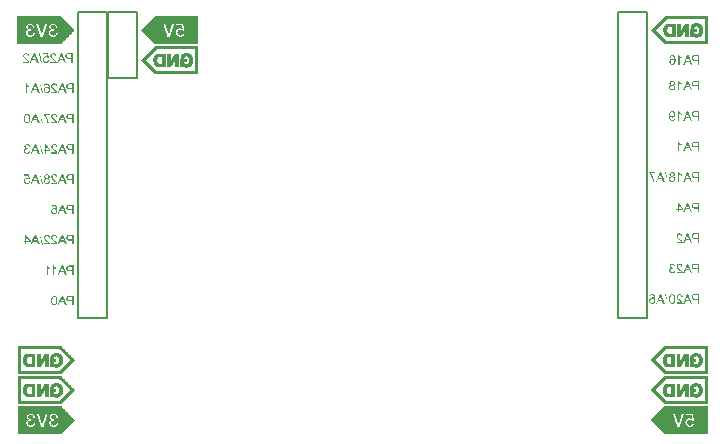
<source format=gbr>
G04 #@! TF.GenerationSoftware,KiCad,Pcbnew,8.0.8*
G04 #@! TF.CreationDate,2025-05-26T08:32:39+07:00*
G04 #@! TF.ProjectId,LP_MSPM0C1104-EB-V1.1,4c505f4d-5350-44d3-9043-313130342d45,rev?*
G04 #@! TF.SameCoordinates,Original*
G04 #@! TF.FileFunction,Legend,Bot*
G04 #@! TF.FilePolarity,Positive*
%FSLAX46Y46*%
G04 Gerber Fmt 4.6, Leading zero omitted, Abs format (unit mm)*
G04 Created by KiCad (PCBNEW 8.0.8) date 2025-05-26 08:32:39*
%MOMM*%
%LPD*%
G01*
G04 APERTURE LIST*
%ADD10C,0.152400*%
%ADD11C,0.012700*%
%ADD12C,0.200000*%
G04 APERTURE END LIST*
D10*
G36*
X177067009Y-97917781D02*
G01*
X176960310Y-97917781D01*
X176960310Y-97586350D01*
X176753557Y-97586350D01*
X176722459Y-97585720D01*
X176674742Y-97581868D01*
X176632169Y-97574514D01*
X176587870Y-97561067D01*
X176550977Y-97542577D01*
X176517296Y-97514632D01*
X176501952Y-97496207D01*
X176480024Y-97461584D01*
X176464361Y-97423931D01*
X176454963Y-97383249D01*
X176452069Y-97342859D01*
X176561851Y-97342859D01*
X176566088Y-97384206D01*
X176580535Y-97422502D01*
X176605234Y-97453270D01*
X176630675Y-97470455D01*
X176668260Y-97483919D01*
X176709637Y-97490670D01*
X176751994Y-97492549D01*
X176960310Y-97492549D01*
X176960310Y-97198640D01*
X176754143Y-97198640D01*
X176736730Y-97198753D01*
X176696179Y-97200228D01*
X176654675Y-97205870D01*
X176652077Y-97206639D01*
X176614875Y-97225540D01*
X176587451Y-97254529D01*
X176580076Y-97266373D01*
X176566076Y-97303392D01*
X176561851Y-97342859D01*
X176452069Y-97342859D01*
X176451831Y-97339537D01*
X176453778Y-97306374D01*
X176461449Y-97268026D01*
X176476453Y-97228930D01*
X176486163Y-97210813D01*
X176510972Y-97176981D01*
X176540941Y-97150567D01*
X176565006Y-97136270D01*
X176601853Y-97121632D01*
X176640410Y-97112655D01*
X176681089Y-97107594D01*
X176720852Y-97105457D01*
X176762937Y-97104839D01*
X177067009Y-97104839D01*
X177067009Y-97917781D01*
G37*
G36*
X176491696Y-97917781D02*
G01*
X176378549Y-97917781D01*
X176290024Y-97667645D01*
X175953122Y-97667645D01*
X175859126Y-97917781D01*
X175737771Y-97917781D01*
X175874711Y-97580097D01*
X175986148Y-97580097D01*
X176259343Y-97580097D01*
X176170818Y-97343445D01*
X176157554Y-97305167D01*
X176145903Y-97266743D01*
X176135863Y-97228172D01*
X176127435Y-97189455D01*
X176125013Y-97197780D01*
X176112206Y-97238757D01*
X176098200Y-97280009D01*
X176083920Y-97319831D01*
X176070178Y-97356733D01*
X175986148Y-97580097D01*
X175874711Y-97580097D01*
X176067442Y-97104839D01*
X176182348Y-97104839D01*
X176491696Y-97917781D01*
G37*
G36*
X175324265Y-97917781D02*
G01*
X175423146Y-97917781D01*
X175423146Y-97284233D01*
X175453100Y-97310175D01*
X175486063Y-97333955D01*
X175516947Y-97353411D01*
X175552058Y-97373228D01*
X175587990Y-97391147D01*
X175621106Y-97405002D01*
X175621106Y-97304947D01*
X175585771Y-97287243D01*
X175547838Y-97265109D01*
X175512519Y-97240947D01*
X175479814Y-97214758D01*
X175475910Y-97211342D01*
X175447110Y-97184093D01*
X175420141Y-97153935D01*
X175396920Y-97121042D01*
X175387971Y-97104839D01*
X175324265Y-97104839D01*
X175324265Y-97917781D01*
G37*
G36*
X124127539Y-95535211D02*
G01*
X124020840Y-95535211D01*
X124020840Y-95203780D01*
X123814087Y-95203780D01*
X123782989Y-95203150D01*
X123735272Y-95199298D01*
X123692699Y-95191944D01*
X123648400Y-95178497D01*
X123611507Y-95160007D01*
X123577826Y-95132062D01*
X123562482Y-95113637D01*
X123540554Y-95079014D01*
X123524891Y-95041361D01*
X123515493Y-95000679D01*
X123512599Y-94960289D01*
X123622381Y-94960289D01*
X123626618Y-95001636D01*
X123641065Y-95039932D01*
X123665764Y-95070700D01*
X123691205Y-95087885D01*
X123728790Y-95101349D01*
X123770167Y-95108100D01*
X123812524Y-95109979D01*
X124020840Y-95109979D01*
X124020840Y-94816070D01*
X123814673Y-94816070D01*
X123797260Y-94816183D01*
X123756709Y-94817658D01*
X123715205Y-94823300D01*
X123712607Y-94824069D01*
X123675405Y-94842970D01*
X123647981Y-94871959D01*
X123640606Y-94883803D01*
X123626606Y-94920822D01*
X123622381Y-94960289D01*
X123512599Y-94960289D01*
X123512361Y-94956967D01*
X123514308Y-94923804D01*
X123521979Y-94885456D01*
X123536983Y-94846360D01*
X123546693Y-94828243D01*
X123571502Y-94794411D01*
X123601471Y-94767997D01*
X123625536Y-94753700D01*
X123662383Y-94739062D01*
X123700940Y-94730085D01*
X123741619Y-94725024D01*
X123781382Y-94722887D01*
X123823467Y-94722269D01*
X124127539Y-94722269D01*
X124127539Y-95535211D01*
G37*
G36*
X123552226Y-95535211D02*
G01*
X123439079Y-95535211D01*
X123350554Y-95285075D01*
X123013652Y-95285075D01*
X122919656Y-95535211D01*
X122798301Y-95535211D01*
X122935241Y-95197527D01*
X123046678Y-95197527D01*
X123319873Y-95197527D01*
X123231348Y-94960875D01*
X123218084Y-94922597D01*
X123206433Y-94884173D01*
X123196393Y-94845602D01*
X123187965Y-94806885D01*
X123185543Y-94815210D01*
X123172736Y-94856187D01*
X123158730Y-94897439D01*
X123144450Y-94937261D01*
X123130708Y-94974163D01*
X123046678Y-95197527D01*
X122935241Y-95197527D01*
X123127972Y-94722269D01*
X123242878Y-94722269D01*
X123552226Y-95535211D01*
G37*
G36*
X122237449Y-95441410D02*
G01*
X122237449Y-95535211D01*
X122770160Y-95535211D01*
X122766993Y-95495844D01*
X122758631Y-95466423D01*
X122741660Y-95429147D01*
X122721264Y-95395621D01*
X122696134Y-95362438D01*
X122693361Y-95359138D01*
X122665035Y-95328051D01*
X122634562Y-95298237D01*
X122603810Y-95270467D01*
X122569243Y-95241126D01*
X122563994Y-95236806D01*
X122532495Y-95210348D01*
X122496865Y-95179260D01*
X122465396Y-95150375D01*
X122433124Y-95118624D01*
X122403046Y-95085592D01*
X122386553Y-95064642D01*
X122364165Y-95029458D01*
X122347883Y-94991634D01*
X122340420Y-94951570D01*
X122340239Y-94944460D01*
X122346175Y-94902542D01*
X122363983Y-94865901D01*
X122382450Y-94844405D01*
X122414337Y-94821152D01*
X122452228Y-94807551D01*
X122491884Y-94803563D01*
X122533800Y-94807933D01*
X122573471Y-94822835D01*
X122606399Y-94848314D01*
X122630834Y-94883167D01*
X122644392Y-94921946D01*
X122649544Y-94962622D01*
X122649782Y-94972405D01*
X122751400Y-94961657D01*
X122745483Y-94919792D01*
X122735498Y-94881843D01*
X122718709Y-94842519D01*
X122696384Y-94808525D01*
X122672842Y-94783630D01*
X122640769Y-94759721D01*
X122604226Y-94741684D01*
X122563214Y-94729519D01*
X122524502Y-94723767D01*
X122489734Y-94722269D01*
X122447975Y-94724543D01*
X122403545Y-94732944D01*
X122363735Y-94747536D01*
X122328544Y-94768318D01*
X122306236Y-94786952D01*
X122279890Y-94816729D01*
X122257704Y-94854377D01*
X122243970Y-94895886D01*
X122238886Y-94935371D01*
X122238621Y-94947196D01*
X122241879Y-94986473D01*
X122251651Y-95025235D01*
X122258359Y-95042951D01*
X122276844Y-95078841D01*
X122300259Y-95112995D01*
X122324019Y-95141833D01*
X122354659Y-95174133D01*
X122385137Y-95203487D01*
X122415890Y-95231595D01*
X122450916Y-95262424D01*
X122476641Y-95284488D01*
X122507752Y-95311138D01*
X122538403Y-95337905D01*
X122568881Y-95365476D01*
X122590961Y-95387083D01*
X122616539Y-95417546D01*
X122632586Y-95441410D01*
X122237449Y-95441410D01*
G37*
G36*
X122127819Y-94828576D02*
G01*
X122127819Y-94734775D01*
X121606247Y-94734775D01*
X121606247Y-94811770D01*
X121635072Y-94844605D01*
X121663800Y-94881260D01*
X121687668Y-94914724D01*
X121711468Y-94950840D01*
X121735202Y-94989609D01*
X121758869Y-95031030D01*
X121781606Y-95073913D01*
X121802674Y-95117186D01*
X121822071Y-95160851D01*
X121839799Y-95204907D01*
X121855857Y-95249354D01*
X121870246Y-95294193D01*
X121875533Y-95312238D01*
X121885917Y-95351098D01*
X121894788Y-95391318D01*
X121902149Y-95432899D01*
X121907997Y-95475840D01*
X121912335Y-95520141D01*
X121913445Y-95535211D01*
X122015258Y-95535211D01*
X122012871Y-95491324D01*
X122008249Y-95450671D01*
X122001251Y-95407215D01*
X121993603Y-95368860D01*
X121984304Y-95328559D01*
X121977933Y-95303444D01*
X121965999Y-95261184D01*
X121952548Y-95219410D01*
X121937579Y-95178123D01*
X121921094Y-95137323D01*
X121903091Y-95097009D01*
X121883571Y-95057182D01*
X121875338Y-95041387D01*
X121854248Y-95002906D01*
X121832747Y-94966361D01*
X121810836Y-94931754D01*
X121788514Y-94899083D01*
X121761187Y-94862435D01*
X121733269Y-94828576D01*
X122127819Y-94828576D01*
G37*
G36*
X121558174Y-95547717D02*
G01*
X121324648Y-94709762D01*
X121245504Y-94709762D01*
X121478443Y-95547717D01*
X121558174Y-95547717D01*
G37*
G36*
X121248630Y-95535211D02*
G01*
X121135483Y-95535211D01*
X121046958Y-95285075D01*
X120710056Y-95285075D01*
X120616060Y-95535211D01*
X120494705Y-95535211D01*
X120631645Y-95197527D01*
X120743082Y-95197527D01*
X121016277Y-95197527D01*
X120927753Y-94960875D01*
X120914489Y-94922597D01*
X120902837Y-94884173D01*
X120892797Y-94845602D01*
X120884370Y-94806885D01*
X120881948Y-94815210D01*
X120869140Y-94856187D01*
X120855134Y-94897439D01*
X120840855Y-94937261D01*
X120827112Y-94974163D01*
X120743082Y-95197527D01*
X120631645Y-95197527D01*
X120824376Y-94722269D01*
X120939282Y-94722269D01*
X121248630Y-95535211D01*
G37*
G36*
X120223145Y-94723938D02*
G01*
X120262443Y-94731358D01*
X120302185Y-94746800D01*
X120337197Y-94769755D01*
X120364348Y-94795917D01*
X120387957Y-94827111D01*
X120408025Y-94863337D01*
X120424550Y-94904594D01*
X120429788Y-94921464D01*
X120440008Y-94964647D01*
X120446534Y-95005919D01*
X120451000Y-95051120D01*
X120453147Y-95091790D01*
X120453862Y-95135188D01*
X120453162Y-95176795D01*
X120451059Y-95216170D01*
X120446076Y-95265195D01*
X120438601Y-95310252D01*
X120428635Y-95351338D01*
X120416177Y-95388456D01*
X120397101Y-95429270D01*
X120374132Y-95463883D01*
X120347457Y-95492373D01*
X120311891Y-95518162D01*
X120271537Y-95535928D01*
X120233137Y-95544770D01*
X120191220Y-95547717D01*
X120159095Y-95546041D01*
X120119596Y-95538591D01*
X120079714Y-95523085D01*
X120044656Y-95500035D01*
X120017444Y-95473715D01*
X119993847Y-95442435D01*
X119973865Y-95406198D01*
X119957499Y-95365001D01*
X119952295Y-95348105D01*
X119942144Y-95304940D01*
X119935661Y-95263774D01*
X119931225Y-95218760D01*
X119929092Y-95178310D01*
X119928382Y-95135188D01*
X119928383Y-95134993D01*
X120029999Y-95134993D01*
X120030045Y-95147297D01*
X120031135Y-95193921D01*
X120033678Y-95236399D01*
X120038901Y-95283665D01*
X120046396Y-95324452D01*
X120058386Y-95364844D01*
X120076509Y-95400176D01*
X120085420Y-95412015D01*
X120114442Y-95440545D01*
X120150712Y-95459954D01*
X120191220Y-95466423D01*
X120203782Y-95465843D01*
X120242927Y-95455522D01*
X120277873Y-95432301D01*
X120305735Y-95400372D01*
X120311367Y-95391595D01*
X120328218Y-95352675D01*
X120339118Y-95309164D01*
X120345704Y-95265746D01*
X120349338Y-95226327D01*
X120351518Y-95182742D01*
X120352245Y-95134993D01*
X120352195Y-95122657D01*
X120350995Y-95075761D01*
X120348195Y-95032780D01*
X120342445Y-94984558D01*
X120334195Y-94942452D01*
X120320995Y-94899999D01*
X120301045Y-94861602D01*
X120298478Y-94858031D01*
X120269844Y-94828558D01*
X120232132Y-94809231D01*
X120192197Y-94803563D01*
X120179425Y-94804142D01*
X120139731Y-94814432D01*
X120104464Y-94837584D01*
X120076509Y-94869419D01*
X120070877Y-94878151D01*
X120054026Y-94916973D01*
X120043126Y-94960475D01*
X120036540Y-95003937D01*
X120032906Y-95043427D01*
X120030726Y-95087112D01*
X120029999Y-95134993D01*
X119928383Y-95134993D01*
X119928541Y-95113089D01*
X119929819Y-95071497D01*
X119932925Y-95027366D01*
X119938604Y-94982725D01*
X119946555Y-94944264D01*
X119948881Y-94935482D01*
X119960666Y-94898058D01*
X119976300Y-94860501D01*
X119996583Y-94824082D01*
X120013584Y-94800815D01*
X120043117Y-94771365D01*
X120077486Y-94748455D01*
X120109585Y-94734646D01*
X120148509Y-94725363D01*
X120191220Y-94722269D01*
X120223145Y-94723938D01*
G37*
G36*
X124127539Y-92969811D02*
G01*
X124020840Y-92969811D01*
X124020840Y-92638380D01*
X123814087Y-92638380D01*
X123782989Y-92637750D01*
X123735272Y-92633898D01*
X123692699Y-92626544D01*
X123648400Y-92613097D01*
X123611507Y-92594607D01*
X123577826Y-92566662D01*
X123562482Y-92548237D01*
X123540554Y-92513614D01*
X123524891Y-92475961D01*
X123515493Y-92435279D01*
X123512599Y-92394889D01*
X123622381Y-92394889D01*
X123626618Y-92436236D01*
X123641065Y-92474532D01*
X123665764Y-92505300D01*
X123691205Y-92522485D01*
X123728790Y-92535949D01*
X123770167Y-92542700D01*
X123812524Y-92544579D01*
X124020840Y-92544579D01*
X124020840Y-92250670D01*
X123814673Y-92250670D01*
X123797260Y-92250783D01*
X123756709Y-92252258D01*
X123715205Y-92257900D01*
X123712607Y-92258669D01*
X123675405Y-92277570D01*
X123647981Y-92306559D01*
X123640606Y-92318403D01*
X123626606Y-92355422D01*
X123622381Y-92394889D01*
X123512599Y-92394889D01*
X123512361Y-92391567D01*
X123514308Y-92358404D01*
X123521979Y-92320056D01*
X123536983Y-92280960D01*
X123546693Y-92262843D01*
X123571502Y-92229011D01*
X123601471Y-92202597D01*
X123625536Y-92188300D01*
X123662383Y-92173662D01*
X123700940Y-92164685D01*
X123741619Y-92159624D01*
X123781382Y-92157487D01*
X123823467Y-92156869D01*
X124127539Y-92156869D01*
X124127539Y-92969811D01*
G37*
G36*
X123552226Y-92969811D02*
G01*
X123439079Y-92969811D01*
X123350554Y-92719675D01*
X123013652Y-92719675D01*
X122919656Y-92969811D01*
X122798301Y-92969811D01*
X122935241Y-92632127D01*
X123046678Y-92632127D01*
X123319873Y-92632127D01*
X123231348Y-92395475D01*
X123218084Y-92357197D01*
X123206433Y-92318773D01*
X123196393Y-92280202D01*
X123187965Y-92241485D01*
X123185543Y-92249810D01*
X123172736Y-92290787D01*
X123158730Y-92332039D01*
X123144450Y-92371861D01*
X123130708Y-92408763D01*
X123046678Y-92632127D01*
X122935241Y-92632127D01*
X123127972Y-92156869D01*
X123242878Y-92156869D01*
X123552226Y-92969811D01*
G37*
G36*
X122237449Y-92876010D02*
G01*
X122237449Y-92969811D01*
X122770160Y-92969811D01*
X122766993Y-92930444D01*
X122758631Y-92901023D01*
X122741660Y-92863747D01*
X122721264Y-92830221D01*
X122696134Y-92797038D01*
X122693361Y-92793738D01*
X122665035Y-92762651D01*
X122634562Y-92732837D01*
X122603810Y-92705067D01*
X122569243Y-92675726D01*
X122563994Y-92671406D01*
X122532495Y-92644948D01*
X122496865Y-92613860D01*
X122465396Y-92584975D01*
X122433124Y-92553224D01*
X122403046Y-92520192D01*
X122386553Y-92499242D01*
X122364165Y-92464058D01*
X122347883Y-92426234D01*
X122340420Y-92386170D01*
X122340239Y-92379060D01*
X122346175Y-92337142D01*
X122363983Y-92300501D01*
X122382450Y-92279005D01*
X122414337Y-92255752D01*
X122452228Y-92242151D01*
X122491884Y-92238163D01*
X122533800Y-92242533D01*
X122573471Y-92257435D01*
X122606399Y-92282914D01*
X122630834Y-92317767D01*
X122644392Y-92356546D01*
X122649544Y-92397222D01*
X122649782Y-92407005D01*
X122751400Y-92396257D01*
X122745483Y-92354392D01*
X122735498Y-92316443D01*
X122718709Y-92277119D01*
X122696384Y-92243125D01*
X122672842Y-92218230D01*
X122640769Y-92194321D01*
X122604226Y-92176284D01*
X122563214Y-92164119D01*
X122524502Y-92158367D01*
X122489734Y-92156869D01*
X122447975Y-92159143D01*
X122403545Y-92167544D01*
X122363735Y-92182136D01*
X122328544Y-92202918D01*
X122306236Y-92221552D01*
X122279890Y-92251329D01*
X122257704Y-92288977D01*
X122243970Y-92330486D01*
X122238886Y-92369971D01*
X122238621Y-92381796D01*
X122241879Y-92421073D01*
X122251651Y-92459835D01*
X122258359Y-92477551D01*
X122276844Y-92513441D01*
X122300259Y-92547595D01*
X122324019Y-92576433D01*
X122354659Y-92608733D01*
X122385137Y-92638087D01*
X122415890Y-92666195D01*
X122450916Y-92697024D01*
X122476641Y-92719088D01*
X122507752Y-92745738D01*
X122538403Y-92772505D01*
X122568881Y-92800076D01*
X122590961Y-92821683D01*
X122616539Y-92852146D01*
X122632586Y-92876010D01*
X122237449Y-92876010D01*
G37*
G36*
X121865485Y-92157231D02*
G01*
X121910269Y-92162658D01*
X121951371Y-92174598D01*
X121988791Y-92193052D01*
X122022528Y-92218018D01*
X122052583Y-92249497D01*
X122077410Y-92285900D01*
X122098029Y-92328543D01*
X122111495Y-92367150D01*
X122122267Y-92409751D01*
X122130346Y-92456346D01*
X122135733Y-92506935D01*
X122138005Y-92547498D01*
X122138762Y-92590307D01*
X122137544Y-92640832D01*
X122133889Y-92687663D01*
X122127798Y-92730798D01*
X122119269Y-92770239D01*
X122105183Y-92814345D01*
X122087289Y-92852678D01*
X122060790Y-92891057D01*
X122050865Y-92902108D01*
X122018946Y-92930983D01*
X121983812Y-92953442D01*
X121945463Y-92969484D01*
X121903898Y-92979109D01*
X121859118Y-92982317D01*
X121850116Y-92982182D01*
X121806914Y-92977453D01*
X121766727Y-92965969D01*
X121729556Y-92947728D01*
X121719036Y-92940938D01*
X121687098Y-92914434D01*
X121659968Y-92881977D01*
X121639663Y-92847674D01*
X121630205Y-92826958D01*
X121617220Y-92788372D01*
X121609430Y-92748116D01*
X121607015Y-92709122D01*
X121707864Y-92709122D01*
X121708966Y-92735940D01*
X121715314Y-92775079D01*
X121729201Y-92813563D01*
X121753006Y-92849433D01*
X121782918Y-92876639D01*
X121819745Y-92894927D01*
X121860682Y-92901023D01*
X121866040Y-92900926D01*
X121905258Y-92894019D01*
X121942758Y-92876205D01*
X121954490Y-92867835D01*
X121982875Y-92838510D01*
X122003337Y-92803509D01*
X122010709Y-92785470D01*
X122021449Y-92745302D01*
X122025029Y-92703650D01*
X122024618Y-92688970D01*
X122018461Y-92648167D01*
X122002953Y-92608522D01*
X121978324Y-92574869D01*
X121975385Y-92571852D01*
X121943812Y-92546943D01*
X121904498Y-92530609D01*
X121864590Y-92525819D01*
X121860387Y-92525867D01*
X121820830Y-92531615D01*
X121782519Y-92549003D01*
X121752420Y-92574869D01*
X121739584Y-92591080D01*
X121720439Y-92628797D01*
X121710649Y-92668780D01*
X121707864Y-92709122D01*
X121607015Y-92709122D01*
X121606833Y-92706191D01*
X121608531Y-92671083D01*
X121615053Y-92631712D01*
X121628845Y-92589583D01*
X121649294Y-92551549D01*
X121676402Y-92517612D01*
X121694209Y-92500482D01*
X121727606Y-92476001D01*
X121763846Y-92458514D01*
X121802928Y-92448022D01*
X121844853Y-92444525D01*
X121872798Y-92446088D01*
X121913616Y-92454296D01*
X121953115Y-92469539D01*
X121983813Y-92487645D01*
X122014010Y-92513558D01*
X122040467Y-92545752D01*
X122040220Y-92531066D01*
X122038281Y-92489581D01*
X122033743Y-92446063D01*
X122025556Y-92402762D01*
X122012522Y-92362254D01*
X121993740Y-92324964D01*
X121968627Y-92290910D01*
X121938849Y-92264154D01*
X121932042Y-92259509D01*
X121894969Y-92243138D01*
X121855796Y-92238163D01*
X121827558Y-92240899D01*
X121789598Y-92255262D01*
X121756914Y-92281937D01*
X121748212Y-92293350D01*
X121730899Y-92328959D01*
X121719394Y-92369484D01*
X121621098Y-92361667D01*
X121621903Y-92355711D01*
X121630198Y-92316294D01*
X121645379Y-92276123D01*
X121666643Y-92241155D01*
X121693990Y-92211391D01*
X121697810Y-92208036D01*
X121730802Y-92185035D01*
X121768118Y-92168849D01*
X121809757Y-92159478D01*
X121849738Y-92156869D01*
X121865485Y-92157231D01*
G37*
G36*
X121558174Y-92982317D02*
G01*
X121324648Y-92144362D01*
X121245504Y-92144362D01*
X121478443Y-92982317D01*
X121558174Y-92982317D01*
G37*
G36*
X121248630Y-92969811D02*
G01*
X121135483Y-92969811D01*
X121046958Y-92719675D01*
X120710056Y-92719675D01*
X120616060Y-92969811D01*
X120494705Y-92969811D01*
X120631645Y-92632127D01*
X120743082Y-92632127D01*
X121016277Y-92632127D01*
X120927753Y-92395475D01*
X120914489Y-92357197D01*
X120902837Y-92318773D01*
X120892797Y-92280202D01*
X120884370Y-92241485D01*
X120881948Y-92249810D01*
X120869140Y-92290787D01*
X120855134Y-92332039D01*
X120840855Y-92371861D01*
X120827112Y-92408763D01*
X120743082Y-92632127D01*
X120631645Y-92632127D01*
X120824376Y-92156869D01*
X120939282Y-92156869D01*
X121248630Y-92969811D01*
G37*
G36*
X120081199Y-92969811D02*
G01*
X120180081Y-92969811D01*
X120180081Y-92336263D01*
X120210035Y-92362205D01*
X120242997Y-92385985D01*
X120273882Y-92405441D01*
X120308992Y-92425258D01*
X120344925Y-92443177D01*
X120378040Y-92457032D01*
X120378040Y-92356977D01*
X120342705Y-92339273D01*
X120304772Y-92317139D01*
X120269453Y-92292977D01*
X120236748Y-92266788D01*
X120232844Y-92263372D01*
X120204044Y-92236123D01*
X120177075Y-92205965D01*
X120153854Y-92173072D01*
X120144905Y-92156869D01*
X120081199Y-92156869D01*
X120081199Y-92969811D01*
G37*
G36*
X124127539Y-108385761D02*
G01*
X124020840Y-108385761D01*
X124020840Y-108054330D01*
X123814087Y-108054330D01*
X123782989Y-108053700D01*
X123735272Y-108049848D01*
X123692699Y-108042494D01*
X123648400Y-108029047D01*
X123611507Y-108010557D01*
X123577826Y-107982612D01*
X123562482Y-107964187D01*
X123540554Y-107929564D01*
X123524891Y-107891911D01*
X123515493Y-107851229D01*
X123512599Y-107810839D01*
X123622381Y-107810839D01*
X123626618Y-107852186D01*
X123641065Y-107890482D01*
X123665764Y-107921250D01*
X123691205Y-107938435D01*
X123728790Y-107951899D01*
X123770167Y-107958650D01*
X123812524Y-107960529D01*
X124020840Y-107960529D01*
X124020840Y-107666620D01*
X123814673Y-107666620D01*
X123797260Y-107666733D01*
X123756709Y-107668208D01*
X123715205Y-107673850D01*
X123712607Y-107674619D01*
X123675405Y-107693520D01*
X123647981Y-107722509D01*
X123640606Y-107734353D01*
X123626606Y-107771372D01*
X123622381Y-107810839D01*
X123512599Y-107810839D01*
X123512361Y-107807517D01*
X123514308Y-107774354D01*
X123521979Y-107736006D01*
X123536983Y-107696910D01*
X123546693Y-107678793D01*
X123571502Y-107644961D01*
X123601471Y-107618547D01*
X123625536Y-107604250D01*
X123662383Y-107589612D01*
X123700940Y-107580635D01*
X123741619Y-107575574D01*
X123781382Y-107573437D01*
X123823467Y-107572819D01*
X124127539Y-107572819D01*
X124127539Y-108385761D01*
G37*
G36*
X123552226Y-108385761D02*
G01*
X123439079Y-108385761D01*
X123350554Y-108135625D01*
X123013652Y-108135625D01*
X122919656Y-108385761D01*
X122798301Y-108385761D01*
X122935241Y-108048077D01*
X123046678Y-108048077D01*
X123319873Y-108048077D01*
X123231348Y-107811425D01*
X123218084Y-107773147D01*
X123206433Y-107734723D01*
X123196393Y-107696152D01*
X123187965Y-107657435D01*
X123185543Y-107665760D01*
X123172736Y-107706737D01*
X123158730Y-107747989D01*
X123144450Y-107787811D01*
X123130708Y-107824713D01*
X123046678Y-108048077D01*
X122935241Y-108048077D01*
X123127972Y-107572819D01*
X123242878Y-107572819D01*
X123552226Y-108385761D01*
G37*
G36*
X122384795Y-108385761D02*
G01*
X122483676Y-108385761D01*
X122483676Y-107752213D01*
X122513630Y-107778155D01*
X122546593Y-107801935D01*
X122577477Y-107821391D01*
X122612588Y-107841208D01*
X122648520Y-107859127D01*
X122681636Y-107872982D01*
X122681636Y-107772927D01*
X122646301Y-107755223D01*
X122608368Y-107733089D01*
X122573049Y-107708927D01*
X122540344Y-107682738D01*
X122536440Y-107679322D01*
X122507640Y-107652073D01*
X122480671Y-107621915D01*
X122457450Y-107589022D01*
X122448501Y-107572819D01*
X122384795Y-107572819D01*
X122384795Y-108385761D01*
G37*
G36*
X121845439Y-108385761D02*
G01*
X121944321Y-108385761D01*
X121944321Y-107752213D01*
X121974275Y-107778155D01*
X122007237Y-107801935D01*
X122038122Y-107821391D01*
X122073232Y-107841208D01*
X122109165Y-107859127D01*
X122142280Y-107872982D01*
X122142280Y-107772927D01*
X122106945Y-107755223D01*
X122069012Y-107733089D01*
X122033693Y-107708927D01*
X122000988Y-107682738D01*
X121997084Y-107679322D01*
X121968284Y-107652073D01*
X121941315Y-107621915D01*
X121918094Y-107589022D01*
X121909145Y-107572819D01*
X121845439Y-107572819D01*
X121845439Y-108385761D01*
G37*
G36*
X124127539Y-103241321D02*
G01*
X124020840Y-103241321D01*
X124020840Y-102909890D01*
X123814087Y-102909890D01*
X123782989Y-102909260D01*
X123735272Y-102905408D01*
X123692699Y-102898054D01*
X123648400Y-102884607D01*
X123611507Y-102866117D01*
X123577826Y-102838172D01*
X123562482Y-102819747D01*
X123540554Y-102785124D01*
X123524891Y-102747471D01*
X123515493Y-102706789D01*
X123512599Y-102666399D01*
X123622381Y-102666399D01*
X123626618Y-102707746D01*
X123641065Y-102746042D01*
X123665764Y-102776810D01*
X123691205Y-102793995D01*
X123728790Y-102807459D01*
X123770167Y-102814210D01*
X123812524Y-102816089D01*
X124020840Y-102816089D01*
X124020840Y-102522180D01*
X123814673Y-102522180D01*
X123797260Y-102522293D01*
X123756709Y-102523768D01*
X123715205Y-102529410D01*
X123712607Y-102530179D01*
X123675405Y-102549080D01*
X123647981Y-102578069D01*
X123640606Y-102589913D01*
X123626606Y-102626932D01*
X123622381Y-102666399D01*
X123512599Y-102666399D01*
X123512361Y-102663077D01*
X123514308Y-102629914D01*
X123521979Y-102591566D01*
X123536983Y-102552470D01*
X123546693Y-102534353D01*
X123571502Y-102500521D01*
X123601471Y-102474107D01*
X123625536Y-102459810D01*
X123662383Y-102445172D01*
X123700940Y-102436195D01*
X123741619Y-102431134D01*
X123781382Y-102428997D01*
X123823467Y-102428379D01*
X124127539Y-102428379D01*
X124127539Y-103241321D01*
G37*
G36*
X123552226Y-103241321D02*
G01*
X123439079Y-103241321D01*
X123350554Y-102991185D01*
X123013652Y-102991185D01*
X122919656Y-103241321D01*
X122798301Y-103241321D01*
X122935241Y-102903637D01*
X123046678Y-102903637D01*
X123319873Y-102903637D01*
X123231348Y-102666985D01*
X123218084Y-102628707D01*
X123206433Y-102590283D01*
X123196393Y-102551712D01*
X123187965Y-102512995D01*
X123185543Y-102521320D01*
X123172736Y-102562297D01*
X123158730Y-102603549D01*
X123144450Y-102643371D01*
X123130708Y-102680273D01*
X123046678Y-102903637D01*
X122935241Y-102903637D01*
X123127972Y-102428379D01*
X123242878Y-102428379D01*
X123552226Y-103241321D01*
G37*
G36*
X122488480Y-102428741D02*
G01*
X122533264Y-102434168D01*
X122574366Y-102446108D01*
X122611786Y-102464562D01*
X122645523Y-102489528D01*
X122675578Y-102521007D01*
X122700405Y-102557410D01*
X122721024Y-102600053D01*
X122734490Y-102638660D01*
X122745262Y-102681261D01*
X122753341Y-102727856D01*
X122758728Y-102778445D01*
X122761000Y-102819008D01*
X122761757Y-102861817D01*
X122760539Y-102912342D01*
X122756884Y-102959173D01*
X122750792Y-103002308D01*
X122742264Y-103041749D01*
X122728178Y-103085855D01*
X122710284Y-103124188D01*
X122683785Y-103162567D01*
X122673860Y-103173618D01*
X122641941Y-103202493D01*
X122606807Y-103224952D01*
X122568458Y-103240994D01*
X122526893Y-103250619D01*
X122482113Y-103253827D01*
X122473111Y-103253692D01*
X122429909Y-103248963D01*
X122389722Y-103237479D01*
X122352551Y-103219238D01*
X122342031Y-103212448D01*
X122310092Y-103185944D01*
X122282963Y-103153487D01*
X122262658Y-103119184D01*
X122253200Y-103098468D01*
X122240215Y-103059882D01*
X122232425Y-103019626D01*
X122230010Y-102980632D01*
X122330859Y-102980632D01*
X122331961Y-103007450D01*
X122338309Y-103046589D01*
X122352196Y-103085073D01*
X122376001Y-103120943D01*
X122405913Y-103148149D01*
X122442740Y-103166437D01*
X122483676Y-103172533D01*
X122489035Y-103172436D01*
X122528253Y-103165529D01*
X122565752Y-103147715D01*
X122577485Y-103139345D01*
X122605870Y-103110020D01*
X122626332Y-103075019D01*
X122633704Y-103056980D01*
X122644444Y-103016812D01*
X122648024Y-102975160D01*
X122647613Y-102960480D01*
X122641456Y-102919677D01*
X122625948Y-102880032D01*
X122601319Y-102846379D01*
X122598380Y-102843362D01*
X122566807Y-102818453D01*
X122527493Y-102802119D01*
X122487585Y-102797329D01*
X122483381Y-102797377D01*
X122443824Y-102803125D01*
X122405514Y-102820513D01*
X122375415Y-102846379D01*
X122362579Y-102862590D01*
X122343434Y-102900307D01*
X122333644Y-102940290D01*
X122330859Y-102980632D01*
X122230010Y-102980632D01*
X122229828Y-102977701D01*
X122231526Y-102942593D01*
X122238048Y-102903222D01*
X122251840Y-102861093D01*
X122272289Y-102823059D01*
X122299397Y-102789122D01*
X122317204Y-102771992D01*
X122350601Y-102747511D01*
X122386840Y-102730024D01*
X122425923Y-102719532D01*
X122467848Y-102716035D01*
X122495792Y-102717598D01*
X122536611Y-102725806D01*
X122576110Y-102741049D01*
X122606808Y-102759155D01*
X122637005Y-102785068D01*
X122663462Y-102817262D01*
X122663215Y-102802576D01*
X122661275Y-102761091D01*
X122656737Y-102717573D01*
X122648551Y-102674272D01*
X122635517Y-102633764D01*
X122616734Y-102596474D01*
X122591621Y-102562420D01*
X122561844Y-102535664D01*
X122555037Y-102531019D01*
X122517964Y-102514648D01*
X122478791Y-102509673D01*
X122450553Y-102512409D01*
X122412593Y-102526772D01*
X122379909Y-102553447D01*
X122371207Y-102564860D01*
X122353894Y-102600469D01*
X122342389Y-102640994D01*
X122244093Y-102633177D01*
X122244898Y-102627221D01*
X122253192Y-102587804D01*
X122268374Y-102547633D01*
X122289638Y-102512665D01*
X122316984Y-102482901D01*
X122320804Y-102479546D01*
X122353797Y-102456545D01*
X122391112Y-102440359D01*
X122432752Y-102430988D01*
X122472733Y-102428379D01*
X122488480Y-102428741D01*
G37*
G36*
X177067009Y-92741591D02*
G01*
X176960310Y-92741591D01*
X176960310Y-92410160D01*
X176753557Y-92410160D01*
X176722459Y-92409530D01*
X176674742Y-92405678D01*
X176632169Y-92398324D01*
X176587870Y-92384877D01*
X176550977Y-92366387D01*
X176517296Y-92338442D01*
X176501952Y-92320017D01*
X176480024Y-92285394D01*
X176464361Y-92247741D01*
X176454963Y-92207059D01*
X176452069Y-92166669D01*
X176561851Y-92166669D01*
X176566088Y-92208016D01*
X176580535Y-92246312D01*
X176605234Y-92277080D01*
X176630675Y-92294265D01*
X176668260Y-92307729D01*
X176709637Y-92314480D01*
X176751994Y-92316359D01*
X176960310Y-92316359D01*
X176960310Y-92022450D01*
X176754143Y-92022450D01*
X176736730Y-92022563D01*
X176696179Y-92024038D01*
X176654675Y-92029680D01*
X176652077Y-92030449D01*
X176614875Y-92049350D01*
X176587451Y-92078339D01*
X176580076Y-92090183D01*
X176566076Y-92127202D01*
X176561851Y-92166669D01*
X176452069Y-92166669D01*
X176451831Y-92163347D01*
X176453778Y-92130184D01*
X176461449Y-92091836D01*
X176476453Y-92052740D01*
X176486163Y-92034623D01*
X176510972Y-92000791D01*
X176540941Y-91974377D01*
X176565006Y-91960080D01*
X176601853Y-91945442D01*
X176640410Y-91936465D01*
X176681089Y-91931404D01*
X176720852Y-91929267D01*
X176762937Y-91928649D01*
X177067009Y-91928649D01*
X177067009Y-92741591D01*
G37*
G36*
X176491696Y-92741591D02*
G01*
X176378549Y-92741591D01*
X176290024Y-92491455D01*
X175953122Y-92491455D01*
X175859126Y-92741591D01*
X175737771Y-92741591D01*
X175874711Y-92403907D01*
X175986148Y-92403907D01*
X176259343Y-92403907D01*
X176170818Y-92167255D01*
X176157554Y-92128977D01*
X176145903Y-92090553D01*
X176135863Y-92051982D01*
X176127435Y-92013265D01*
X176125013Y-92021590D01*
X176112206Y-92062567D01*
X176098200Y-92103819D01*
X176083920Y-92143641D01*
X176070178Y-92180543D01*
X175986148Y-92403907D01*
X175874711Y-92403907D01*
X176067442Y-91928649D01*
X176182348Y-91928649D01*
X176491696Y-92741591D01*
G37*
G36*
X175324265Y-92741591D02*
G01*
X175423146Y-92741591D01*
X175423146Y-92108043D01*
X175453100Y-92133985D01*
X175486063Y-92157765D01*
X175516947Y-92177221D01*
X175552058Y-92197038D01*
X175587990Y-92214957D01*
X175621106Y-92228812D01*
X175621106Y-92128757D01*
X175585771Y-92111053D01*
X175547838Y-92088919D01*
X175512519Y-92064757D01*
X175479814Y-92038568D01*
X175475910Y-92035152D01*
X175447110Y-92007903D01*
X175420141Y-91977745D01*
X175396920Y-91944852D01*
X175387971Y-91928649D01*
X175324265Y-91928649D01*
X175324265Y-92741591D01*
G37*
G36*
X174824245Y-91928885D02*
G01*
X174867027Y-91933441D01*
X174905824Y-91943794D01*
X174945287Y-91962725D01*
X174979546Y-91989228D01*
X175007161Y-92021204D01*
X175026886Y-92056746D01*
X175038721Y-92095854D01*
X175042666Y-92138528D01*
X175041245Y-92163468D01*
X175032195Y-92202522D01*
X175012963Y-92239560D01*
X174993735Y-92261757D01*
X174960259Y-92286545D01*
X174921702Y-92304439D01*
X174935219Y-92308327D01*
X174972203Y-92323556D01*
X175007023Y-92346751D01*
X175035240Y-92376548D01*
X175044584Y-92390185D01*
X175062492Y-92427750D01*
X175071952Y-92465800D01*
X175075106Y-92507870D01*
X175073964Y-92533659D01*
X175066470Y-92576174D01*
X175051981Y-92615361D01*
X175030497Y-92651218D01*
X175002019Y-92683747D01*
X174972924Y-92707655D01*
X174934898Y-92729296D01*
X174892478Y-92744204D01*
X174852619Y-92751624D01*
X174809532Y-92754097D01*
X174773406Y-92752385D01*
X174733028Y-92745807D01*
X174690018Y-92731900D01*
X174651422Y-92711278D01*
X174617240Y-92683942D01*
X174600110Y-92665887D01*
X174575629Y-92631808D01*
X174558142Y-92594568D01*
X174547650Y-92554167D01*
X174544247Y-92511778D01*
X174645185Y-92511778D01*
X174645230Y-92516139D01*
X174650657Y-92557100D01*
X174667075Y-92596604D01*
X174691499Y-92627466D01*
X174694405Y-92630255D01*
X174729551Y-92655093D01*
X174766550Y-92668376D01*
X174808359Y-92672803D01*
X174814052Y-92672719D01*
X174855235Y-92666736D01*
X174893757Y-92651307D01*
X174898616Y-92648526D01*
X174930239Y-92623241D01*
X174953360Y-92590141D01*
X174954586Y-92587671D01*
X174968309Y-92550031D01*
X174973293Y-92508651D01*
X174973248Y-92504363D01*
X174967889Y-92463951D01*
X174951679Y-92424699D01*
X174927565Y-92393745D01*
X174921730Y-92388161D01*
X174889742Y-92365642D01*
X174853059Y-92352130D01*
X174811681Y-92347626D01*
X174802859Y-92347808D01*
X174761538Y-92354167D01*
X174724874Y-92369609D01*
X174692867Y-92394136D01*
X174687093Y-92400046D01*
X174663810Y-92432481D01*
X174649841Y-92469725D01*
X174645185Y-92511778D01*
X174544247Y-92511778D01*
X174544153Y-92510606D01*
X174544493Y-92496793D01*
X174549594Y-92457559D01*
X174562442Y-92417845D01*
X174582846Y-92382216D01*
X174593075Y-92369245D01*
X174623510Y-92340878D01*
X174656841Y-92320309D01*
X174695798Y-92304439D01*
X174671019Y-92293605D01*
X174635372Y-92270768D01*
X174606492Y-92239951D01*
X174594994Y-92220868D01*
X174581133Y-92181707D01*
X174576983Y-92141264D01*
X174577075Y-92140287D01*
X174678797Y-92140287D01*
X174680081Y-92159569D01*
X174691680Y-92197388D01*
X174715340Y-92229789D01*
X174732309Y-92244028D01*
X174769034Y-92261193D01*
X174808945Y-92266332D01*
X174833632Y-92264574D01*
X174871079Y-92253380D01*
X174904701Y-92229594D01*
X174919016Y-92212501D01*
X174936273Y-92175350D01*
X174941439Y-92134815D01*
X174940528Y-92119112D01*
X174928281Y-92078951D01*
X174904114Y-92046682D01*
X174886859Y-92032366D01*
X174849901Y-92015109D01*
X174810118Y-92009943D01*
X174789739Y-92011269D01*
X174750062Y-92023239D01*
X174716512Y-92047659D01*
X174701817Y-92064915D01*
X174684100Y-92101429D01*
X174678797Y-92140287D01*
X174577075Y-92140287D01*
X174581014Y-92098504D01*
X174593106Y-92059140D01*
X174613258Y-92023170D01*
X174641472Y-91990596D01*
X174653889Y-91979526D01*
X174690545Y-91955327D01*
X174726848Y-91940506D01*
X174767096Y-91931613D01*
X174811291Y-91928649D01*
X174824245Y-91928885D01*
G37*
G36*
X177067009Y-110800611D02*
G01*
X176960310Y-110800611D01*
X176960310Y-110469180D01*
X176753557Y-110469180D01*
X176722459Y-110468550D01*
X176674742Y-110464698D01*
X176632169Y-110457344D01*
X176587870Y-110443897D01*
X176550977Y-110425407D01*
X176517296Y-110397462D01*
X176501952Y-110379037D01*
X176480024Y-110344414D01*
X176464361Y-110306761D01*
X176454963Y-110266079D01*
X176452069Y-110225689D01*
X176561851Y-110225689D01*
X176566088Y-110267036D01*
X176580535Y-110305332D01*
X176605234Y-110336100D01*
X176630675Y-110353285D01*
X176668260Y-110366749D01*
X176709637Y-110373500D01*
X176751994Y-110375379D01*
X176960310Y-110375379D01*
X176960310Y-110081470D01*
X176754143Y-110081470D01*
X176736730Y-110081583D01*
X176696179Y-110083058D01*
X176654675Y-110088700D01*
X176652077Y-110089469D01*
X176614875Y-110108370D01*
X176587451Y-110137359D01*
X176580076Y-110149203D01*
X176566076Y-110186222D01*
X176561851Y-110225689D01*
X176452069Y-110225689D01*
X176451831Y-110222367D01*
X176453778Y-110189204D01*
X176461449Y-110150856D01*
X176476453Y-110111760D01*
X176486163Y-110093643D01*
X176510972Y-110059811D01*
X176540941Y-110033397D01*
X176565006Y-110019100D01*
X176601853Y-110004462D01*
X176640410Y-109995485D01*
X176681089Y-109990424D01*
X176720852Y-109988287D01*
X176762937Y-109987669D01*
X177067009Y-109987669D01*
X177067009Y-110800611D01*
G37*
G36*
X176491696Y-110800611D02*
G01*
X176378549Y-110800611D01*
X176290024Y-110550475D01*
X175953122Y-110550475D01*
X175859126Y-110800611D01*
X175737771Y-110800611D01*
X175874711Y-110462927D01*
X175986148Y-110462927D01*
X176259343Y-110462927D01*
X176170818Y-110226275D01*
X176157554Y-110187997D01*
X176145903Y-110149573D01*
X176135863Y-110111002D01*
X176127435Y-110072285D01*
X176125013Y-110080610D01*
X176112206Y-110121587D01*
X176098200Y-110162839D01*
X176083920Y-110202661D01*
X176070178Y-110239563D01*
X175986148Y-110462927D01*
X175874711Y-110462927D01*
X176067442Y-109987669D01*
X176182348Y-109987669D01*
X176491696Y-110800611D01*
G37*
G36*
X175176919Y-110706810D02*
G01*
X175176919Y-110800611D01*
X175709630Y-110800611D01*
X175706463Y-110761244D01*
X175698101Y-110731823D01*
X175681130Y-110694547D01*
X175660734Y-110661021D01*
X175635604Y-110627838D01*
X175632831Y-110624538D01*
X175604505Y-110593451D01*
X175574032Y-110563637D01*
X175543280Y-110535867D01*
X175508713Y-110506526D01*
X175503464Y-110502206D01*
X175471965Y-110475748D01*
X175436335Y-110444660D01*
X175404866Y-110415775D01*
X175372594Y-110384024D01*
X175342516Y-110350992D01*
X175326023Y-110330042D01*
X175303635Y-110294858D01*
X175287353Y-110257034D01*
X175279890Y-110216970D01*
X175279709Y-110209860D01*
X175285645Y-110167942D01*
X175303453Y-110131301D01*
X175321920Y-110109805D01*
X175353807Y-110086552D01*
X175391698Y-110072951D01*
X175431354Y-110068963D01*
X175473270Y-110073333D01*
X175512941Y-110088235D01*
X175545869Y-110113714D01*
X175570304Y-110148567D01*
X175583862Y-110187346D01*
X175589014Y-110228022D01*
X175589252Y-110237805D01*
X175690870Y-110227057D01*
X175684953Y-110185192D01*
X175674968Y-110147243D01*
X175658179Y-110107919D01*
X175635854Y-110073925D01*
X175612312Y-110049030D01*
X175580239Y-110025121D01*
X175543696Y-110007084D01*
X175502684Y-109994919D01*
X175463972Y-109989167D01*
X175429204Y-109987669D01*
X175387445Y-109989943D01*
X175343015Y-109998344D01*
X175303205Y-110012936D01*
X175268014Y-110033718D01*
X175245706Y-110052352D01*
X175219360Y-110082129D01*
X175197174Y-110119777D01*
X175183440Y-110161286D01*
X175178356Y-110200771D01*
X175178091Y-110212596D01*
X175181349Y-110251873D01*
X175191121Y-110290635D01*
X175197829Y-110308351D01*
X175216314Y-110344241D01*
X175239729Y-110378395D01*
X175263489Y-110407233D01*
X175294129Y-110439533D01*
X175324607Y-110468887D01*
X175355360Y-110496995D01*
X175390386Y-110527824D01*
X175416111Y-110549888D01*
X175447222Y-110576538D01*
X175477873Y-110603305D01*
X175508351Y-110630876D01*
X175530431Y-110652483D01*
X175556009Y-110682946D01*
X175572056Y-110706810D01*
X175176919Y-110706810D01*
G37*
G36*
X174843216Y-109989338D02*
G01*
X174882514Y-109996758D01*
X174922256Y-110012200D01*
X174957268Y-110035155D01*
X174984419Y-110061317D01*
X175008028Y-110092511D01*
X175028095Y-110128737D01*
X175044620Y-110169994D01*
X175049859Y-110186864D01*
X175060078Y-110230047D01*
X175066605Y-110271319D01*
X175071071Y-110316520D01*
X175073218Y-110357190D01*
X175073933Y-110400588D01*
X175073232Y-110442195D01*
X175071130Y-110481570D01*
X175066147Y-110530595D01*
X175058672Y-110575652D01*
X175048706Y-110616738D01*
X175036248Y-110653856D01*
X175017172Y-110694670D01*
X174994202Y-110729283D01*
X174967528Y-110757773D01*
X174931962Y-110783562D01*
X174891608Y-110801328D01*
X174853208Y-110810170D01*
X174811291Y-110813117D01*
X174779166Y-110811441D01*
X174739667Y-110803991D01*
X174699785Y-110788485D01*
X174664726Y-110765435D01*
X174637514Y-110739115D01*
X174613918Y-110707835D01*
X174593936Y-110671598D01*
X174577570Y-110630401D01*
X174572366Y-110613505D01*
X174562215Y-110570340D01*
X174555732Y-110529174D01*
X174551296Y-110484160D01*
X174549163Y-110443710D01*
X174548452Y-110400588D01*
X174548453Y-110400393D01*
X174650070Y-110400393D01*
X174650116Y-110412697D01*
X174651206Y-110459321D01*
X174653749Y-110501799D01*
X174658972Y-110549065D01*
X174666467Y-110589852D01*
X174678457Y-110630244D01*
X174696580Y-110665576D01*
X174705491Y-110677415D01*
X174734512Y-110705945D01*
X174770783Y-110725354D01*
X174811291Y-110731823D01*
X174823853Y-110731243D01*
X174862997Y-110720922D01*
X174897944Y-110697701D01*
X174925806Y-110665772D01*
X174931438Y-110656995D01*
X174948289Y-110618075D01*
X174959189Y-110574564D01*
X174965775Y-110531146D01*
X174969409Y-110491727D01*
X174971589Y-110448142D01*
X174972316Y-110400393D01*
X174972266Y-110388057D01*
X174971066Y-110341161D01*
X174968266Y-110298180D01*
X174962516Y-110249958D01*
X174954266Y-110207852D01*
X174941066Y-110165399D01*
X174921116Y-110127002D01*
X174918548Y-110123431D01*
X174889915Y-110093958D01*
X174852202Y-110074631D01*
X174812268Y-110068963D01*
X174799496Y-110069542D01*
X174759802Y-110079832D01*
X174724535Y-110102984D01*
X174696580Y-110134819D01*
X174690948Y-110143551D01*
X174674097Y-110182373D01*
X174663196Y-110225875D01*
X174656611Y-110269337D01*
X174652977Y-110308827D01*
X174650797Y-110352512D01*
X174650070Y-110400393D01*
X174548453Y-110400393D01*
X174548612Y-110378489D01*
X174549890Y-110336897D01*
X174552996Y-110292766D01*
X174558675Y-110248125D01*
X174566626Y-110209664D01*
X174568951Y-110200882D01*
X174580737Y-110163458D01*
X174596371Y-110125901D01*
X174616653Y-110089482D01*
X174633655Y-110066215D01*
X174663188Y-110036765D01*
X174697557Y-110013855D01*
X174729656Y-110000046D01*
X174768580Y-109990763D01*
X174811291Y-109987669D01*
X174843216Y-109989338D01*
G37*
G36*
X174497644Y-110813117D02*
G01*
X174264118Y-109975162D01*
X174184974Y-109975162D01*
X174417913Y-110813117D01*
X174497644Y-110813117D01*
G37*
G36*
X174188100Y-110800611D02*
G01*
X174074953Y-110800611D01*
X173986428Y-110550475D01*
X173649526Y-110550475D01*
X173555530Y-110800611D01*
X173434175Y-110800611D01*
X173571115Y-110462927D01*
X173682552Y-110462927D01*
X173955747Y-110462927D01*
X173867223Y-110226275D01*
X173853959Y-110187997D01*
X173842307Y-110149573D01*
X173832267Y-110111002D01*
X173823840Y-110072285D01*
X173821418Y-110080610D01*
X173808610Y-110121587D01*
X173794604Y-110162839D01*
X173780325Y-110202661D01*
X173766582Y-110239563D01*
X173682552Y-110462927D01*
X173571115Y-110462927D01*
X173763846Y-109987669D01*
X173878752Y-109987669D01*
X174188100Y-110800611D01*
G37*
G36*
X173124354Y-109988031D02*
G01*
X173169138Y-109993458D01*
X173210240Y-110005398D01*
X173247660Y-110023852D01*
X173281397Y-110048818D01*
X173311452Y-110080297D01*
X173336279Y-110116700D01*
X173356898Y-110159343D01*
X173370364Y-110197950D01*
X173381136Y-110240551D01*
X173389216Y-110287146D01*
X173394602Y-110337735D01*
X173396874Y-110378298D01*
X173397632Y-110421107D01*
X173396413Y-110471632D01*
X173392758Y-110518463D01*
X173386667Y-110561598D01*
X173378139Y-110601039D01*
X173364052Y-110645145D01*
X173346158Y-110683478D01*
X173319660Y-110721857D01*
X173309734Y-110732908D01*
X173277816Y-110761783D01*
X173242681Y-110784242D01*
X173204332Y-110800284D01*
X173162767Y-110809909D01*
X173117987Y-110813117D01*
X173108985Y-110812982D01*
X173065783Y-110808253D01*
X173025596Y-110796769D01*
X172988425Y-110778528D01*
X172977905Y-110771738D01*
X172945967Y-110745234D01*
X172918837Y-110712777D01*
X172898532Y-110678474D01*
X172889074Y-110657758D01*
X172876090Y-110619172D01*
X172868299Y-110578916D01*
X172865884Y-110539922D01*
X172966733Y-110539922D01*
X172967835Y-110566740D01*
X172974184Y-110605879D01*
X172988070Y-110644363D01*
X173011875Y-110680233D01*
X173041787Y-110707439D01*
X173078614Y-110725727D01*
X173119551Y-110731823D01*
X173124910Y-110731726D01*
X173164127Y-110724819D01*
X173201627Y-110707005D01*
X173213359Y-110698635D01*
X173241744Y-110669310D01*
X173262206Y-110634309D01*
X173269578Y-110616270D01*
X173280318Y-110576102D01*
X173283898Y-110534450D01*
X173283487Y-110519770D01*
X173277330Y-110478967D01*
X173261823Y-110439322D01*
X173237193Y-110405669D01*
X173234254Y-110402652D01*
X173202682Y-110377743D01*
X173163367Y-110361409D01*
X173123459Y-110356619D01*
X173119256Y-110356667D01*
X173079699Y-110362415D01*
X173041388Y-110379803D01*
X173011289Y-110405669D01*
X172998453Y-110421880D01*
X172979308Y-110459597D01*
X172969518Y-110499580D01*
X172966733Y-110539922D01*
X172865884Y-110539922D01*
X172865702Y-110536991D01*
X172867400Y-110501883D01*
X172873922Y-110462512D01*
X172887714Y-110420383D01*
X172908164Y-110382349D01*
X172935271Y-110348412D01*
X172953079Y-110331282D01*
X172986475Y-110306801D01*
X173022715Y-110289314D01*
X173061797Y-110278822D01*
X173103722Y-110275325D01*
X173131667Y-110276888D01*
X173172485Y-110285096D01*
X173211984Y-110300339D01*
X173242682Y-110318445D01*
X173272879Y-110344358D01*
X173299336Y-110376552D01*
X173299089Y-110361866D01*
X173297150Y-110320381D01*
X173292612Y-110276863D01*
X173284426Y-110233562D01*
X173271391Y-110193054D01*
X173252609Y-110155764D01*
X173227496Y-110121710D01*
X173197718Y-110094954D01*
X173190912Y-110090309D01*
X173153838Y-110073938D01*
X173114665Y-110068963D01*
X173086427Y-110071699D01*
X173048467Y-110086062D01*
X173015783Y-110112737D01*
X173007081Y-110124150D01*
X172989768Y-110159759D01*
X172978263Y-110200284D01*
X172879967Y-110192467D01*
X172880772Y-110186511D01*
X172889067Y-110147094D01*
X172904248Y-110106923D01*
X172925512Y-110071955D01*
X172952859Y-110042191D01*
X172956679Y-110038836D01*
X172989671Y-110015835D01*
X173026987Y-109999649D01*
X173068626Y-109990278D01*
X173108607Y-109987669D01*
X173124354Y-109988031D01*
G37*
G36*
X124051339Y-90404411D02*
G01*
X123944640Y-90404411D01*
X123944640Y-90072980D01*
X123737887Y-90072980D01*
X123706789Y-90072350D01*
X123659072Y-90068498D01*
X123616499Y-90061144D01*
X123572200Y-90047697D01*
X123535307Y-90029207D01*
X123501626Y-90001262D01*
X123486282Y-89982837D01*
X123464354Y-89948214D01*
X123448691Y-89910561D01*
X123439293Y-89869879D01*
X123436399Y-89829489D01*
X123546181Y-89829489D01*
X123550418Y-89870836D01*
X123564865Y-89909132D01*
X123589564Y-89939900D01*
X123615005Y-89957085D01*
X123652590Y-89970549D01*
X123693967Y-89977300D01*
X123736324Y-89979179D01*
X123944640Y-89979179D01*
X123944640Y-89685270D01*
X123738473Y-89685270D01*
X123721060Y-89685383D01*
X123680509Y-89686858D01*
X123639005Y-89692500D01*
X123636407Y-89693269D01*
X123599205Y-89712170D01*
X123571781Y-89741159D01*
X123564406Y-89753003D01*
X123550406Y-89790022D01*
X123546181Y-89829489D01*
X123436399Y-89829489D01*
X123436161Y-89826167D01*
X123438108Y-89793004D01*
X123445779Y-89754656D01*
X123460783Y-89715560D01*
X123470493Y-89697443D01*
X123495302Y-89663611D01*
X123525271Y-89637197D01*
X123549336Y-89622900D01*
X123586183Y-89608262D01*
X123624740Y-89599285D01*
X123665419Y-89594224D01*
X123705182Y-89592087D01*
X123747267Y-89591469D01*
X124051339Y-89591469D01*
X124051339Y-90404411D01*
G37*
G36*
X123476026Y-90404411D02*
G01*
X123362879Y-90404411D01*
X123274354Y-90154275D01*
X122937452Y-90154275D01*
X122843456Y-90404411D01*
X122722101Y-90404411D01*
X122859041Y-90066727D01*
X122970478Y-90066727D01*
X123243673Y-90066727D01*
X123155148Y-89830075D01*
X123141884Y-89791797D01*
X123130233Y-89753373D01*
X123120193Y-89714802D01*
X123111765Y-89676085D01*
X123109343Y-89684410D01*
X123096536Y-89725387D01*
X123082530Y-89766639D01*
X123068250Y-89806461D01*
X123054508Y-89843363D01*
X122970478Y-90066727D01*
X122859041Y-90066727D01*
X123051772Y-89591469D01*
X123166678Y-89591469D01*
X123476026Y-90404411D01*
G37*
G36*
X122161249Y-90310610D02*
G01*
X122161249Y-90404411D01*
X122693960Y-90404411D01*
X122690793Y-90365044D01*
X122682431Y-90335623D01*
X122665460Y-90298347D01*
X122645064Y-90264821D01*
X122619934Y-90231638D01*
X122617161Y-90228338D01*
X122588835Y-90197251D01*
X122558362Y-90167437D01*
X122527610Y-90139667D01*
X122493043Y-90110326D01*
X122487794Y-90106006D01*
X122456295Y-90079548D01*
X122420665Y-90048460D01*
X122389196Y-90019575D01*
X122356924Y-89987824D01*
X122326846Y-89954792D01*
X122310353Y-89933842D01*
X122287965Y-89898658D01*
X122271683Y-89860834D01*
X122264220Y-89820770D01*
X122264039Y-89813660D01*
X122269975Y-89771742D01*
X122287783Y-89735101D01*
X122306250Y-89713605D01*
X122338137Y-89690352D01*
X122376028Y-89676751D01*
X122415684Y-89672763D01*
X122457600Y-89677133D01*
X122497271Y-89692035D01*
X122530199Y-89717514D01*
X122554634Y-89752367D01*
X122568192Y-89791146D01*
X122573344Y-89831822D01*
X122573582Y-89841605D01*
X122675200Y-89830857D01*
X122669283Y-89788992D01*
X122659298Y-89751043D01*
X122642509Y-89711719D01*
X122620184Y-89677725D01*
X122596642Y-89652830D01*
X122564569Y-89628921D01*
X122528026Y-89610884D01*
X122487014Y-89598719D01*
X122448302Y-89592967D01*
X122413534Y-89591469D01*
X122371775Y-89593743D01*
X122327345Y-89602144D01*
X122287535Y-89616736D01*
X122252344Y-89637518D01*
X122230036Y-89656152D01*
X122203690Y-89685929D01*
X122181504Y-89723577D01*
X122167770Y-89765086D01*
X122162686Y-89804571D01*
X122162421Y-89816396D01*
X122165679Y-89855673D01*
X122175451Y-89894435D01*
X122182159Y-89912151D01*
X122200644Y-89948041D01*
X122224059Y-89982195D01*
X122247819Y-90011033D01*
X122278459Y-90043333D01*
X122308937Y-90072687D01*
X122339690Y-90100795D01*
X122374716Y-90131624D01*
X122400441Y-90153688D01*
X122431552Y-90180338D01*
X122462203Y-90207105D01*
X122492681Y-90234676D01*
X122514761Y-90256283D01*
X122540339Y-90286746D01*
X122556386Y-90310610D01*
X122161249Y-90310610D01*
G37*
G36*
X122058263Y-90191795D02*
G01*
X121954301Y-90183001D01*
X121945404Y-90222778D01*
X121929862Y-90259976D01*
X121905889Y-90292386D01*
X121900756Y-90297321D01*
X121866799Y-90320661D01*
X121827950Y-90333229D01*
X121799333Y-90335623D01*
X121756891Y-90330241D01*
X121718723Y-90314097D01*
X121684830Y-90287188D01*
X121678565Y-90280515D01*
X121654571Y-90246688D01*
X121638429Y-90207203D01*
X121630673Y-90167356D01*
X121628928Y-90134537D01*
X121631909Y-90093536D01*
X121642386Y-90052870D01*
X121660406Y-90017985D01*
X121676611Y-89997940D01*
X121709171Y-89971558D01*
X121747496Y-89954947D01*
X121786915Y-89948352D01*
X121801092Y-89947912D01*
X121841056Y-89952251D01*
X121879973Y-89966530D01*
X121887272Y-89970581D01*
X121919756Y-89994655D01*
X121945027Y-90024741D01*
X121947852Y-90029207D01*
X122040676Y-90017091D01*
X121962704Y-89603975D01*
X121561900Y-89603975D01*
X121561900Y-89697776D01*
X121883559Y-89697776D01*
X121926942Y-89914300D01*
X121890167Y-89893439D01*
X121852536Y-89878539D01*
X121814051Y-89869598D01*
X121774711Y-89866618D01*
X121730123Y-89870134D01*
X121688697Y-89880682D01*
X121650431Y-89898262D01*
X121615325Y-89922874D01*
X121596684Y-89940096D01*
X121568358Y-89974176D01*
X121546990Y-90012297D01*
X121532579Y-90054457D01*
X121525763Y-90093809D01*
X121523989Y-90128870D01*
X121526228Y-90169003D01*
X121534503Y-90213169D01*
X121548874Y-90254472D01*
X121569342Y-90292915D01*
X121587695Y-90318622D01*
X121618773Y-90352027D01*
X121653823Y-90378521D01*
X121692843Y-90398103D01*
X121735835Y-90410774D01*
X121774694Y-90416053D01*
X121799333Y-90416917D01*
X121839169Y-90414753D01*
X121882049Y-90406758D01*
X121921058Y-90392872D01*
X121956195Y-90373094D01*
X121978923Y-90355360D01*
X122006431Y-90326427D01*
X122028254Y-90293659D01*
X122044392Y-90257058D01*
X122054843Y-90216622D01*
X122058263Y-90191795D01*
G37*
G36*
X121481974Y-90416917D02*
G01*
X121248448Y-89578962D01*
X121169304Y-89578962D01*
X121402243Y-90416917D01*
X121481974Y-90416917D01*
G37*
G36*
X121172430Y-90404411D02*
G01*
X121059283Y-90404411D01*
X120970758Y-90154275D01*
X120633856Y-90154275D01*
X120539860Y-90404411D01*
X120418505Y-90404411D01*
X120555445Y-90066727D01*
X120666882Y-90066727D01*
X120940077Y-90066727D01*
X120851553Y-89830075D01*
X120838289Y-89791797D01*
X120826637Y-89753373D01*
X120816597Y-89714802D01*
X120808170Y-89676085D01*
X120805748Y-89684410D01*
X120792940Y-89725387D01*
X120778934Y-89766639D01*
X120764655Y-89806461D01*
X120750912Y-89843363D01*
X120666882Y-90066727D01*
X120555445Y-90066727D01*
X120748176Y-89591469D01*
X120863082Y-89591469D01*
X121172430Y-90404411D01*
G37*
G36*
X119857653Y-90310610D02*
G01*
X119857653Y-90404411D01*
X120390365Y-90404411D01*
X120387197Y-90365044D01*
X120378835Y-90335623D01*
X120361865Y-90298347D01*
X120341468Y-90264821D01*
X120316338Y-90231638D01*
X120313565Y-90228338D01*
X120285239Y-90197251D01*
X120254766Y-90167437D01*
X120224014Y-90139667D01*
X120189447Y-90110326D01*
X120184198Y-90106006D01*
X120152699Y-90079548D01*
X120117069Y-90048460D01*
X120085600Y-90019575D01*
X120053328Y-89987824D01*
X120023250Y-89954792D01*
X120006758Y-89933842D01*
X119984369Y-89898658D01*
X119968087Y-89860834D01*
X119960624Y-89820770D01*
X119960443Y-89813660D01*
X119966379Y-89771742D01*
X119984187Y-89735101D01*
X120002654Y-89713605D01*
X120034541Y-89690352D01*
X120072432Y-89676751D01*
X120112088Y-89672763D01*
X120154004Y-89677133D01*
X120193675Y-89692035D01*
X120226604Y-89717514D01*
X120251039Y-89752367D01*
X120264596Y-89791146D01*
X120269749Y-89831822D01*
X120269987Y-89841605D01*
X120371604Y-89830857D01*
X120365687Y-89788992D01*
X120355702Y-89751043D01*
X120338913Y-89711719D01*
X120316588Y-89677725D01*
X120293046Y-89652830D01*
X120260973Y-89628921D01*
X120224430Y-89610884D01*
X120183418Y-89598719D01*
X120144707Y-89592967D01*
X120109939Y-89591469D01*
X120068179Y-89593743D01*
X120023750Y-89602144D01*
X119983940Y-89616736D01*
X119948749Y-89637518D01*
X119926441Y-89656152D01*
X119900095Y-89685929D01*
X119877908Y-89723577D01*
X119864174Y-89765086D01*
X119859090Y-89804571D01*
X119858826Y-89816396D01*
X119862083Y-89855673D01*
X119871855Y-89894435D01*
X119878563Y-89912151D01*
X119897048Y-89948041D01*
X119920463Y-89982195D01*
X119944224Y-90011033D01*
X119974863Y-90043333D01*
X120005341Y-90072687D01*
X120036094Y-90100795D01*
X120071121Y-90131624D01*
X120096846Y-90153688D01*
X120127956Y-90180338D01*
X120158608Y-90207105D01*
X120189086Y-90234676D01*
X120211166Y-90256283D01*
X120236743Y-90286746D01*
X120252790Y-90310610D01*
X119857653Y-90310610D01*
G37*
G36*
X177067009Y-105661611D02*
G01*
X176960310Y-105661611D01*
X176960310Y-105330180D01*
X176753557Y-105330180D01*
X176722459Y-105329550D01*
X176674742Y-105325698D01*
X176632169Y-105318344D01*
X176587870Y-105304897D01*
X176550977Y-105286407D01*
X176517296Y-105258462D01*
X176501952Y-105240037D01*
X176480024Y-105205414D01*
X176464361Y-105167761D01*
X176454963Y-105127079D01*
X176452069Y-105086689D01*
X176561851Y-105086689D01*
X176566088Y-105128036D01*
X176580535Y-105166332D01*
X176605234Y-105197100D01*
X176630675Y-105214285D01*
X176668260Y-105227749D01*
X176709637Y-105234500D01*
X176751994Y-105236379D01*
X176960310Y-105236379D01*
X176960310Y-104942470D01*
X176754143Y-104942470D01*
X176736730Y-104942583D01*
X176696179Y-104944058D01*
X176654675Y-104949700D01*
X176652077Y-104950469D01*
X176614875Y-104969370D01*
X176587451Y-104998359D01*
X176580076Y-105010203D01*
X176566076Y-105047222D01*
X176561851Y-105086689D01*
X176452069Y-105086689D01*
X176451831Y-105083367D01*
X176453778Y-105050204D01*
X176461449Y-105011856D01*
X176476453Y-104972760D01*
X176486163Y-104954643D01*
X176510972Y-104920811D01*
X176540941Y-104894397D01*
X176565006Y-104880100D01*
X176601853Y-104865462D01*
X176640410Y-104856485D01*
X176681089Y-104851424D01*
X176720852Y-104849287D01*
X176762937Y-104848669D01*
X177067009Y-104848669D01*
X177067009Y-105661611D01*
G37*
G36*
X176491696Y-105661611D02*
G01*
X176378549Y-105661611D01*
X176290024Y-105411475D01*
X175953122Y-105411475D01*
X175859126Y-105661611D01*
X175737771Y-105661611D01*
X175874711Y-105323927D01*
X175986148Y-105323927D01*
X176259343Y-105323927D01*
X176170818Y-105087275D01*
X176157554Y-105048997D01*
X176145903Y-105010573D01*
X176135863Y-104972002D01*
X176127435Y-104933285D01*
X176125013Y-104941610D01*
X176112206Y-104982587D01*
X176098200Y-105023839D01*
X176083920Y-105063661D01*
X176070178Y-105100563D01*
X175986148Y-105323927D01*
X175874711Y-105323927D01*
X176067442Y-104848669D01*
X176182348Y-104848669D01*
X176491696Y-105661611D01*
G37*
G36*
X175176919Y-105567810D02*
G01*
X175176919Y-105661611D01*
X175709630Y-105661611D01*
X175706463Y-105622244D01*
X175698101Y-105592823D01*
X175681130Y-105555547D01*
X175660734Y-105522021D01*
X175635604Y-105488838D01*
X175632831Y-105485538D01*
X175604505Y-105454451D01*
X175574032Y-105424637D01*
X175543280Y-105396867D01*
X175508713Y-105367526D01*
X175503464Y-105363206D01*
X175471965Y-105336748D01*
X175436335Y-105305660D01*
X175404866Y-105276775D01*
X175372594Y-105245024D01*
X175342516Y-105211992D01*
X175326023Y-105191042D01*
X175303635Y-105155858D01*
X175287353Y-105118034D01*
X175279890Y-105077970D01*
X175279709Y-105070860D01*
X175285645Y-105028942D01*
X175303453Y-104992301D01*
X175321920Y-104970805D01*
X175353807Y-104947552D01*
X175391698Y-104933951D01*
X175431354Y-104929963D01*
X175473270Y-104934333D01*
X175512941Y-104949235D01*
X175545869Y-104974714D01*
X175570304Y-105009567D01*
X175583862Y-105048346D01*
X175589014Y-105089022D01*
X175589252Y-105098805D01*
X175690870Y-105088057D01*
X175684953Y-105046192D01*
X175674968Y-105008243D01*
X175658179Y-104968919D01*
X175635854Y-104934925D01*
X175612312Y-104910030D01*
X175580239Y-104886121D01*
X175543696Y-104868084D01*
X175502684Y-104855919D01*
X175463972Y-104850167D01*
X175429204Y-104848669D01*
X175387445Y-104850943D01*
X175343015Y-104859344D01*
X175303205Y-104873936D01*
X175268014Y-104894718D01*
X175245706Y-104913352D01*
X175219360Y-104943129D01*
X175197174Y-104980777D01*
X175183440Y-105022286D01*
X175178356Y-105061771D01*
X175178091Y-105073596D01*
X175181349Y-105112873D01*
X175191121Y-105151635D01*
X175197829Y-105169351D01*
X175216314Y-105205241D01*
X175239729Y-105239395D01*
X175263489Y-105268233D01*
X175294129Y-105300533D01*
X175324607Y-105329887D01*
X175355360Y-105357995D01*
X175390386Y-105388824D01*
X175416111Y-105410888D01*
X175447222Y-105437538D01*
X175477873Y-105464305D01*
X175508351Y-105491876D01*
X175530431Y-105513483D01*
X175556009Y-105543946D01*
X175572056Y-105567810D01*
X175176919Y-105567810D01*
G37*
G36*
X124127539Y-105796811D02*
G01*
X124020840Y-105796811D01*
X124020840Y-105465380D01*
X123814087Y-105465380D01*
X123782989Y-105464750D01*
X123735272Y-105460898D01*
X123692699Y-105453544D01*
X123648400Y-105440097D01*
X123611507Y-105421607D01*
X123577826Y-105393662D01*
X123562482Y-105375237D01*
X123540554Y-105340614D01*
X123524891Y-105302961D01*
X123515493Y-105262279D01*
X123512599Y-105221889D01*
X123622381Y-105221889D01*
X123626618Y-105263236D01*
X123641065Y-105301532D01*
X123665764Y-105332300D01*
X123691205Y-105349485D01*
X123728790Y-105362949D01*
X123770167Y-105369700D01*
X123812524Y-105371579D01*
X124020840Y-105371579D01*
X124020840Y-105077670D01*
X123814673Y-105077670D01*
X123797260Y-105077783D01*
X123756709Y-105079258D01*
X123715205Y-105084900D01*
X123712607Y-105085669D01*
X123675405Y-105104570D01*
X123647981Y-105133559D01*
X123640606Y-105145403D01*
X123626606Y-105182422D01*
X123622381Y-105221889D01*
X123512599Y-105221889D01*
X123512361Y-105218567D01*
X123514308Y-105185404D01*
X123521979Y-105147056D01*
X123536983Y-105107960D01*
X123546693Y-105089843D01*
X123571502Y-105056011D01*
X123601471Y-105029597D01*
X123625536Y-105015300D01*
X123662383Y-105000662D01*
X123700940Y-104991685D01*
X123741619Y-104986624D01*
X123781382Y-104984487D01*
X123823467Y-104983869D01*
X124127539Y-104983869D01*
X124127539Y-105796811D01*
G37*
G36*
X123552226Y-105796811D02*
G01*
X123439079Y-105796811D01*
X123350554Y-105546675D01*
X123013652Y-105546675D01*
X122919656Y-105796811D01*
X122798301Y-105796811D01*
X122935241Y-105459127D01*
X123046678Y-105459127D01*
X123319873Y-105459127D01*
X123231348Y-105222475D01*
X123218084Y-105184197D01*
X123206433Y-105145773D01*
X123196393Y-105107202D01*
X123187965Y-105068485D01*
X123185543Y-105076810D01*
X123172736Y-105117787D01*
X123158730Y-105159039D01*
X123144450Y-105198861D01*
X123130708Y-105235763D01*
X123046678Y-105459127D01*
X122935241Y-105459127D01*
X123127972Y-104983869D01*
X123242878Y-104983869D01*
X123552226Y-105796811D01*
G37*
G36*
X122237449Y-105703010D02*
G01*
X122237449Y-105796811D01*
X122770160Y-105796811D01*
X122766993Y-105757444D01*
X122758631Y-105728023D01*
X122741660Y-105690747D01*
X122721264Y-105657221D01*
X122696134Y-105624038D01*
X122693361Y-105620738D01*
X122665035Y-105589651D01*
X122634562Y-105559837D01*
X122603810Y-105532067D01*
X122569243Y-105502726D01*
X122563994Y-105498406D01*
X122532495Y-105471948D01*
X122496865Y-105440860D01*
X122465396Y-105411975D01*
X122433124Y-105380224D01*
X122403046Y-105347192D01*
X122386553Y-105326242D01*
X122364165Y-105291058D01*
X122347883Y-105253234D01*
X122340420Y-105213170D01*
X122340239Y-105206060D01*
X122346175Y-105164142D01*
X122363983Y-105127501D01*
X122382450Y-105106005D01*
X122414337Y-105082752D01*
X122452228Y-105069151D01*
X122491884Y-105065163D01*
X122533800Y-105069533D01*
X122573471Y-105084435D01*
X122606399Y-105109914D01*
X122630834Y-105144767D01*
X122644392Y-105183546D01*
X122649544Y-105224222D01*
X122649782Y-105234005D01*
X122751400Y-105223257D01*
X122745483Y-105181392D01*
X122735498Y-105143443D01*
X122718709Y-105104119D01*
X122696384Y-105070125D01*
X122672842Y-105045230D01*
X122640769Y-105021321D01*
X122604226Y-105003284D01*
X122563214Y-104991119D01*
X122524502Y-104985367D01*
X122489734Y-104983869D01*
X122447975Y-104986143D01*
X122403545Y-104994544D01*
X122363735Y-105009136D01*
X122328544Y-105029918D01*
X122306236Y-105048552D01*
X122279890Y-105078329D01*
X122257704Y-105115977D01*
X122243970Y-105157486D01*
X122238886Y-105196971D01*
X122238621Y-105208796D01*
X122241879Y-105248073D01*
X122251651Y-105286835D01*
X122258359Y-105304551D01*
X122276844Y-105340441D01*
X122300259Y-105374595D01*
X122324019Y-105403433D01*
X122354659Y-105435733D01*
X122385137Y-105465087D01*
X122415890Y-105493195D01*
X122450916Y-105524024D01*
X122476641Y-105546088D01*
X122507752Y-105572738D01*
X122538403Y-105599505D01*
X122568881Y-105627076D01*
X122590961Y-105648683D01*
X122616539Y-105679146D01*
X122632586Y-105703010D01*
X122237449Y-105703010D01*
G37*
G36*
X121614454Y-105703010D02*
G01*
X121614454Y-105796811D01*
X122147165Y-105796811D01*
X122143998Y-105757444D01*
X122135636Y-105728023D01*
X122118666Y-105690747D01*
X122098269Y-105657221D01*
X122073139Y-105624038D01*
X122070366Y-105620738D01*
X122042040Y-105589651D01*
X122011567Y-105559837D01*
X121980815Y-105532067D01*
X121946248Y-105502726D01*
X121940999Y-105498406D01*
X121909500Y-105471948D01*
X121873870Y-105440860D01*
X121842401Y-105411975D01*
X121810129Y-105380224D01*
X121780051Y-105347192D01*
X121763559Y-105326242D01*
X121741170Y-105291058D01*
X121724888Y-105253234D01*
X121717425Y-105213170D01*
X121717244Y-105206060D01*
X121723180Y-105164142D01*
X121740988Y-105127501D01*
X121759455Y-105106005D01*
X121791342Y-105082752D01*
X121829233Y-105069151D01*
X121868889Y-105065163D01*
X121910805Y-105069533D01*
X121950476Y-105084435D01*
X121983405Y-105109914D01*
X122007840Y-105144767D01*
X122021397Y-105183546D01*
X122026549Y-105224222D01*
X122026788Y-105234005D01*
X122128405Y-105223257D01*
X122122488Y-105181392D01*
X122112503Y-105143443D01*
X122095714Y-105104119D01*
X122073389Y-105070125D01*
X122049847Y-105045230D01*
X122017774Y-105021321D01*
X121981231Y-105003284D01*
X121940219Y-104991119D01*
X121901508Y-104985367D01*
X121866740Y-104983869D01*
X121824980Y-104986143D01*
X121780551Y-104994544D01*
X121740740Y-105009136D01*
X121705550Y-105029918D01*
X121683241Y-105048552D01*
X121656895Y-105078329D01*
X121634709Y-105115977D01*
X121620975Y-105157486D01*
X121615891Y-105196971D01*
X121615627Y-105208796D01*
X121618884Y-105248073D01*
X121628656Y-105286835D01*
X121635364Y-105304551D01*
X121653849Y-105340441D01*
X121677264Y-105374595D01*
X121701025Y-105403433D01*
X121731664Y-105435733D01*
X121762142Y-105465087D01*
X121792895Y-105493195D01*
X121827922Y-105524024D01*
X121853647Y-105546088D01*
X121884757Y-105572738D01*
X121915409Y-105599505D01*
X121945886Y-105627076D01*
X121967967Y-105648683D01*
X121993544Y-105679146D01*
X122009591Y-105703010D01*
X121614454Y-105703010D01*
G37*
G36*
X121558174Y-105809317D02*
G01*
X121324648Y-104971362D01*
X121245504Y-104971362D01*
X121478443Y-105809317D01*
X121558174Y-105809317D01*
G37*
G36*
X121248630Y-105796811D02*
G01*
X121135483Y-105796811D01*
X121046958Y-105546675D01*
X120710056Y-105546675D01*
X120616060Y-105796811D01*
X120494705Y-105796811D01*
X120631645Y-105459127D01*
X120743082Y-105459127D01*
X121016277Y-105459127D01*
X120927753Y-105222475D01*
X120914489Y-105184197D01*
X120902837Y-105145773D01*
X120892797Y-105107202D01*
X120884370Y-105068485D01*
X120881948Y-105076810D01*
X120869140Y-105117787D01*
X120855134Y-105159039D01*
X120840855Y-105198861D01*
X120827112Y-105235763D01*
X120743082Y-105459127D01*
X120631645Y-105459127D01*
X120824376Y-104983869D01*
X120939282Y-104983869D01*
X121248630Y-105796811D01*
G37*
G36*
X120486302Y-105509154D02*
G01*
X120486302Y-105599828D01*
X120136698Y-105599828D01*
X120136698Y-105796811D01*
X120037816Y-105796811D01*
X120037816Y-105599828D01*
X119928968Y-105599828D01*
X119928968Y-105509154D01*
X120037816Y-105509154D01*
X120136698Y-105509154D01*
X120388983Y-105509154D01*
X120136698Y-105143721D01*
X120136698Y-105509154D01*
X120037816Y-105509154D01*
X120037816Y-104983869D01*
X120118524Y-104983869D01*
X120486302Y-105509154D01*
G37*
G36*
X177086539Y-90572706D02*
G01*
X176979840Y-90572706D01*
X176979840Y-90241275D01*
X176773087Y-90241275D01*
X176741989Y-90240645D01*
X176694272Y-90236793D01*
X176651699Y-90229439D01*
X176607400Y-90215992D01*
X176570507Y-90197502D01*
X176536826Y-90169557D01*
X176521482Y-90151132D01*
X176499554Y-90116509D01*
X176483891Y-90078856D01*
X176474493Y-90038174D01*
X176471599Y-89997784D01*
X176581381Y-89997784D01*
X176585618Y-90039131D01*
X176600065Y-90077427D01*
X176624764Y-90108195D01*
X176650205Y-90125380D01*
X176687790Y-90138844D01*
X176729167Y-90145595D01*
X176771524Y-90147474D01*
X176979840Y-90147474D01*
X176979840Y-89853565D01*
X176773673Y-89853565D01*
X176756260Y-89853678D01*
X176715709Y-89855153D01*
X176674205Y-89860795D01*
X176671607Y-89861564D01*
X176634405Y-89880465D01*
X176606981Y-89909454D01*
X176599606Y-89921298D01*
X176585606Y-89958317D01*
X176581381Y-89997784D01*
X176471599Y-89997784D01*
X176471361Y-89994462D01*
X176473308Y-89961299D01*
X176480979Y-89922951D01*
X176495983Y-89883855D01*
X176505693Y-89865738D01*
X176530502Y-89831906D01*
X176560471Y-89805492D01*
X176584536Y-89791195D01*
X176621383Y-89776557D01*
X176659940Y-89767580D01*
X176700619Y-89762519D01*
X176740382Y-89760382D01*
X176782467Y-89759764D01*
X177086539Y-89759764D01*
X177086539Y-90572706D01*
G37*
G36*
X176511226Y-90572706D02*
G01*
X176398079Y-90572706D01*
X176309554Y-90322570D01*
X175972652Y-90322570D01*
X175878656Y-90572706D01*
X175757301Y-90572706D01*
X175894241Y-90235022D01*
X176005678Y-90235022D01*
X176278873Y-90235022D01*
X176190348Y-89998370D01*
X176177084Y-89960092D01*
X176165433Y-89921668D01*
X176155393Y-89883097D01*
X176146965Y-89844380D01*
X176144543Y-89852705D01*
X176131736Y-89893682D01*
X176117730Y-89934934D01*
X176103450Y-89974756D01*
X176089708Y-90011658D01*
X176005678Y-90235022D01*
X175894241Y-90235022D01*
X176086972Y-89759764D01*
X176201878Y-89759764D01*
X176511226Y-90572706D01*
G37*
G36*
X175343795Y-90572706D02*
G01*
X175442676Y-90572706D01*
X175442676Y-89939158D01*
X175472630Y-89965100D01*
X175505593Y-89988880D01*
X175536477Y-90008336D01*
X175571588Y-90028153D01*
X175607520Y-90046072D01*
X175640636Y-90059927D01*
X175640636Y-89959872D01*
X175605301Y-89942168D01*
X175567368Y-89920034D01*
X175532049Y-89895872D01*
X175499344Y-89869683D01*
X175495440Y-89866267D01*
X175466640Y-89839018D01*
X175439671Y-89808860D01*
X175416450Y-89775967D01*
X175407501Y-89759764D01*
X175343795Y-89759764D01*
X175343795Y-90572706D01*
G37*
G36*
X174824485Y-89760126D02*
G01*
X174869269Y-89765553D01*
X174910371Y-89777493D01*
X174947791Y-89795947D01*
X174981528Y-89820913D01*
X175011583Y-89852392D01*
X175036410Y-89888795D01*
X175057029Y-89931438D01*
X175070495Y-89970045D01*
X175081267Y-90012646D01*
X175089346Y-90059241D01*
X175094733Y-90109830D01*
X175097005Y-90150393D01*
X175097762Y-90193202D01*
X175096544Y-90243727D01*
X175092889Y-90290558D01*
X175086798Y-90333693D01*
X175078269Y-90373134D01*
X175064183Y-90417240D01*
X175046289Y-90455573D01*
X175019790Y-90493952D01*
X175009865Y-90505003D01*
X174977946Y-90533878D01*
X174942812Y-90556337D01*
X174904463Y-90572379D01*
X174862898Y-90582004D01*
X174818118Y-90585212D01*
X174809116Y-90585077D01*
X174765914Y-90580348D01*
X174725727Y-90568864D01*
X174688556Y-90550623D01*
X174678036Y-90543833D01*
X174646098Y-90517329D01*
X174618968Y-90484872D01*
X174598663Y-90450569D01*
X174589205Y-90429853D01*
X174576220Y-90391267D01*
X174568430Y-90351011D01*
X174566015Y-90312017D01*
X174666864Y-90312017D01*
X174667966Y-90338835D01*
X174674314Y-90377974D01*
X174688201Y-90416458D01*
X174712006Y-90452328D01*
X174741918Y-90479534D01*
X174778745Y-90497822D01*
X174819682Y-90503918D01*
X174825040Y-90503821D01*
X174864258Y-90496914D01*
X174901758Y-90479100D01*
X174913490Y-90470730D01*
X174941875Y-90441405D01*
X174962337Y-90406404D01*
X174969709Y-90388365D01*
X174980449Y-90348197D01*
X174984029Y-90306545D01*
X174983618Y-90291865D01*
X174977461Y-90251062D01*
X174961953Y-90211417D01*
X174937324Y-90177764D01*
X174934385Y-90174747D01*
X174902812Y-90149838D01*
X174863498Y-90133504D01*
X174823590Y-90128714D01*
X174819387Y-90128762D01*
X174779830Y-90134510D01*
X174741519Y-90151898D01*
X174711420Y-90177764D01*
X174698584Y-90193975D01*
X174679439Y-90231692D01*
X174669649Y-90271675D01*
X174666864Y-90312017D01*
X174566015Y-90312017D01*
X174565833Y-90309086D01*
X174567531Y-90273978D01*
X174574053Y-90234607D01*
X174587845Y-90192478D01*
X174608294Y-90154444D01*
X174635402Y-90120507D01*
X174653209Y-90103377D01*
X174686606Y-90078896D01*
X174722846Y-90061409D01*
X174761928Y-90050917D01*
X174803853Y-90047420D01*
X174831798Y-90048983D01*
X174872616Y-90057191D01*
X174912115Y-90072434D01*
X174942813Y-90090540D01*
X174973010Y-90116453D01*
X174999467Y-90148647D01*
X174999220Y-90133961D01*
X174997281Y-90092476D01*
X174992743Y-90048958D01*
X174984556Y-90005657D01*
X174971522Y-89965149D01*
X174952740Y-89927859D01*
X174927627Y-89893805D01*
X174897849Y-89867049D01*
X174891042Y-89862404D01*
X174853969Y-89846033D01*
X174814796Y-89841058D01*
X174786558Y-89843794D01*
X174748598Y-89858157D01*
X174715914Y-89884832D01*
X174707212Y-89896245D01*
X174689899Y-89931854D01*
X174678394Y-89972379D01*
X174580098Y-89964562D01*
X174580903Y-89958606D01*
X174589198Y-89919189D01*
X174604379Y-89879018D01*
X174625643Y-89844050D01*
X174652990Y-89814286D01*
X174656810Y-89810931D01*
X174689802Y-89787930D01*
X174727118Y-89771744D01*
X174768757Y-89762373D01*
X174808738Y-89759764D01*
X174824485Y-89760126D01*
G37*
G36*
X177067009Y-95322871D02*
G01*
X176960310Y-95322871D01*
X176960310Y-94991440D01*
X176753557Y-94991440D01*
X176722459Y-94990810D01*
X176674742Y-94986958D01*
X176632169Y-94979604D01*
X176587870Y-94966157D01*
X176550977Y-94947667D01*
X176517296Y-94919722D01*
X176501952Y-94901297D01*
X176480024Y-94866674D01*
X176464361Y-94829021D01*
X176454963Y-94788339D01*
X176452069Y-94747949D01*
X176561851Y-94747949D01*
X176566088Y-94789296D01*
X176580535Y-94827592D01*
X176605234Y-94858360D01*
X176630675Y-94875545D01*
X176668260Y-94889009D01*
X176709637Y-94895760D01*
X176751994Y-94897639D01*
X176960310Y-94897639D01*
X176960310Y-94603730D01*
X176754143Y-94603730D01*
X176736730Y-94603843D01*
X176696179Y-94605318D01*
X176654675Y-94610960D01*
X176652077Y-94611729D01*
X176614875Y-94630630D01*
X176587451Y-94659619D01*
X176580076Y-94671463D01*
X176566076Y-94708482D01*
X176561851Y-94747949D01*
X176452069Y-94747949D01*
X176451831Y-94744627D01*
X176453778Y-94711464D01*
X176461449Y-94673116D01*
X176476453Y-94634020D01*
X176486163Y-94615903D01*
X176510972Y-94582071D01*
X176540941Y-94555657D01*
X176565006Y-94541360D01*
X176601853Y-94526722D01*
X176640410Y-94517745D01*
X176681089Y-94512684D01*
X176720852Y-94510547D01*
X176762937Y-94509929D01*
X177067009Y-94509929D01*
X177067009Y-95322871D01*
G37*
G36*
X176491696Y-95322871D02*
G01*
X176378549Y-95322871D01*
X176290024Y-95072735D01*
X175953122Y-95072735D01*
X175859126Y-95322871D01*
X175737771Y-95322871D01*
X175874711Y-94985187D01*
X175986148Y-94985187D01*
X176259343Y-94985187D01*
X176170818Y-94748535D01*
X176157554Y-94710257D01*
X176145903Y-94671833D01*
X176135863Y-94633262D01*
X176127435Y-94594545D01*
X176125013Y-94602870D01*
X176112206Y-94643847D01*
X176098200Y-94685099D01*
X176083920Y-94724921D01*
X176070178Y-94761823D01*
X175986148Y-94985187D01*
X175874711Y-94985187D01*
X176067442Y-94509929D01*
X176182348Y-94509929D01*
X176491696Y-95322871D01*
G37*
G36*
X175324265Y-95322871D02*
G01*
X175423146Y-95322871D01*
X175423146Y-94689323D01*
X175453100Y-94715265D01*
X175486063Y-94739045D01*
X175516947Y-94758501D01*
X175552058Y-94778318D01*
X175587990Y-94796237D01*
X175621106Y-94810092D01*
X175621106Y-94710037D01*
X175585771Y-94692333D01*
X175547838Y-94670199D01*
X175512519Y-94646037D01*
X175479814Y-94619848D01*
X175475910Y-94616432D01*
X175447110Y-94589183D01*
X175420141Y-94559025D01*
X175396920Y-94526132D01*
X175387971Y-94509929D01*
X175324265Y-94509929D01*
X175324265Y-95322871D01*
G37*
G36*
X174847116Y-94511101D02*
G01*
X174890990Y-94518796D01*
X174931367Y-94533672D01*
X174968246Y-94555730D01*
X175001628Y-94584969D01*
X175029802Y-94620091D01*
X175051056Y-94659794D01*
X175063765Y-94697473D01*
X175071391Y-94738517D01*
X175073933Y-94782929D01*
X175072244Y-94819050D01*
X175065759Y-94859410D01*
X175052045Y-94902381D01*
X175031710Y-94940919D01*
X175004755Y-94975025D01*
X174986932Y-94992063D01*
X174953435Y-95016414D01*
X174917002Y-95033807D01*
X174877633Y-95044242D01*
X174835327Y-95047721D01*
X174798774Y-95045011D01*
X174760461Y-95035770D01*
X174724134Y-95019972D01*
X174699792Y-95005046D01*
X174668363Y-94978720D01*
X174643035Y-94947667D01*
X174642449Y-94967208D01*
X174643899Y-95004758D01*
X174648845Y-95045621D01*
X174657301Y-95086023D01*
X174662118Y-95103696D01*
X174675121Y-95141321D01*
X174694235Y-95178847D01*
X174719248Y-95209625D01*
X174750515Y-95233564D01*
X174752676Y-95234827D01*
X174790202Y-95249575D01*
X174830442Y-95254083D01*
X174843480Y-95253598D01*
X174884400Y-95244252D01*
X174917989Y-95223012D01*
X174937084Y-95199786D01*
X174954306Y-95162193D01*
X174963913Y-95122762D01*
X175059081Y-95131751D01*
X175058278Y-95137755D01*
X175050043Y-95177418D01*
X175035045Y-95217686D01*
X175014086Y-95252556D01*
X174987167Y-95282028D01*
X174983384Y-95285310D01*
X174950685Y-95307817D01*
X174913662Y-95323655D01*
X174872316Y-95332824D01*
X174832591Y-95335377D01*
X174789550Y-95332385D01*
X174749343Y-95323408D01*
X174711969Y-95308446D01*
X174677429Y-95287500D01*
X174673320Y-95284452D01*
X174642762Y-95256996D01*
X174616307Y-95224068D01*
X174593956Y-95185668D01*
X174577765Y-95147580D01*
X174568082Y-95117342D01*
X174558629Y-95077000D01*
X174551539Y-95032234D01*
X174547436Y-94991549D01*
X174544974Y-94947791D01*
X174544153Y-94900962D01*
X174544285Y-94882623D01*
X174545771Y-94839180D01*
X174548907Y-94799173D01*
X174551421Y-94780779D01*
X174653978Y-94780779D01*
X174654672Y-94801976D01*
X174661300Y-94845337D01*
X174674946Y-94882701D01*
X174698339Y-94917181D01*
X174701123Y-94920211D01*
X174731611Y-94945219D01*
X174770703Y-94961618D01*
X174811291Y-94966427D01*
X174815520Y-94966379D01*
X174855504Y-94960608D01*
X174894638Y-94943151D01*
X174925806Y-94917181D01*
X174934118Y-94907688D01*
X174955919Y-94872299D01*
X174968637Y-94831147D01*
X174972316Y-94789182D01*
X174970598Y-94757426D01*
X174962964Y-94718653D01*
X174947077Y-94679911D01*
X174923461Y-94646331D01*
X174917263Y-94639658D01*
X174884282Y-94612749D01*
X174847981Y-94596605D01*
X174808359Y-94591223D01*
X174766732Y-94597273D01*
X174729445Y-94615423D01*
X174699316Y-94642423D01*
X174683908Y-94662887D01*
X174666774Y-94698323D01*
X174656812Y-94739448D01*
X174653978Y-94780779D01*
X174551421Y-94780779D01*
X174554850Y-94755698D01*
X174564788Y-94711230D01*
X174577961Y-94673494D01*
X174591738Y-94645306D01*
X174613527Y-94611675D01*
X174642711Y-94579243D01*
X174676842Y-94552530D01*
X174697507Y-94540257D01*
X174736363Y-94523408D01*
X174777353Y-94513299D01*
X174820475Y-94509929D01*
X174847116Y-94511101D01*
G37*
G36*
X177067009Y-100475511D02*
G01*
X176960310Y-100475511D01*
X176960310Y-100144080D01*
X176753557Y-100144080D01*
X176722459Y-100143450D01*
X176674742Y-100139598D01*
X176632169Y-100132244D01*
X176587870Y-100118797D01*
X176550977Y-100100307D01*
X176517296Y-100072362D01*
X176501952Y-100053937D01*
X176480024Y-100019314D01*
X176464361Y-99981661D01*
X176454963Y-99940979D01*
X176452069Y-99900589D01*
X176561851Y-99900589D01*
X176566088Y-99941936D01*
X176580535Y-99980232D01*
X176605234Y-100011000D01*
X176630675Y-100028185D01*
X176668260Y-100041649D01*
X176709637Y-100048400D01*
X176751994Y-100050279D01*
X176960310Y-100050279D01*
X176960310Y-99756370D01*
X176754143Y-99756370D01*
X176736730Y-99756483D01*
X176696179Y-99757958D01*
X176654675Y-99763600D01*
X176652077Y-99764369D01*
X176614875Y-99783270D01*
X176587451Y-99812259D01*
X176580076Y-99824103D01*
X176566076Y-99861122D01*
X176561851Y-99900589D01*
X176452069Y-99900589D01*
X176451831Y-99897267D01*
X176453778Y-99864104D01*
X176461449Y-99825756D01*
X176476453Y-99786660D01*
X176486163Y-99768543D01*
X176510972Y-99734711D01*
X176540941Y-99708297D01*
X176565006Y-99694000D01*
X176601853Y-99679362D01*
X176640410Y-99670385D01*
X176681089Y-99665324D01*
X176720852Y-99663187D01*
X176762937Y-99662569D01*
X177067009Y-99662569D01*
X177067009Y-100475511D01*
G37*
G36*
X176491696Y-100475511D02*
G01*
X176378549Y-100475511D01*
X176290024Y-100225375D01*
X175953122Y-100225375D01*
X175859126Y-100475511D01*
X175737771Y-100475511D01*
X175874711Y-100137827D01*
X175986148Y-100137827D01*
X176259343Y-100137827D01*
X176170818Y-99901175D01*
X176157554Y-99862897D01*
X176145903Y-99824473D01*
X176135863Y-99785902D01*
X176127435Y-99747185D01*
X176125013Y-99755510D01*
X176112206Y-99796487D01*
X176098200Y-99837739D01*
X176083920Y-99877561D01*
X176070178Y-99914463D01*
X175986148Y-100137827D01*
X175874711Y-100137827D01*
X176067442Y-99662569D01*
X176182348Y-99662569D01*
X176491696Y-100475511D01*
G37*
G36*
X175324265Y-100475511D02*
G01*
X175423146Y-100475511D01*
X175423146Y-99841963D01*
X175453100Y-99867905D01*
X175486063Y-99891685D01*
X175516947Y-99911141D01*
X175552058Y-99930958D01*
X175587990Y-99948877D01*
X175621106Y-99962732D01*
X175621106Y-99862677D01*
X175585771Y-99844973D01*
X175547838Y-99822839D01*
X175512519Y-99798677D01*
X175479814Y-99772488D01*
X175475910Y-99769072D01*
X175447110Y-99741823D01*
X175420141Y-99711665D01*
X175396920Y-99678772D01*
X175387971Y-99662569D01*
X175324265Y-99662569D01*
X175324265Y-100475511D01*
G37*
G36*
X174824245Y-99662805D02*
G01*
X174867027Y-99667361D01*
X174905824Y-99677714D01*
X174945287Y-99696645D01*
X174979546Y-99723148D01*
X175007161Y-99755124D01*
X175026886Y-99790666D01*
X175038721Y-99829774D01*
X175042666Y-99872448D01*
X175041245Y-99897388D01*
X175032195Y-99936442D01*
X175012963Y-99973480D01*
X174993735Y-99995677D01*
X174960259Y-100020465D01*
X174921702Y-100038359D01*
X174935219Y-100042247D01*
X174972203Y-100057476D01*
X175007023Y-100080671D01*
X175035240Y-100110468D01*
X175044584Y-100124105D01*
X175062492Y-100161670D01*
X175071952Y-100199720D01*
X175075106Y-100241790D01*
X175073964Y-100267579D01*
X175066470Y-100310094D01*
X175051981Y-100349281D01*
X175030497Y-100385138D01*
X175002019Y-100417667D01*
X174972924Y-100441575D01*
X174934898Y-100463216D01*
X174892478Y-100478124D01*
X174852619Y-100485544D01*
X174809532Y-100488017D01*
X174773406Y-100486305D01*
X174733028Y-100479727D01*
X174690018Y-100465820D01*
X174651422Y-100445198D01*
X174617240Y-100417862D01*
X174600110Y-100399807D01*
X174575629Y-100365728D01*
X174558142Y-100328488D01*
X174547650Y-100288087D01*
X174544247Y-100245698D01*
X174645185Y-100245698D01*
X174645230Y-100250059D01*
X174650657Y-100291020D01*
X174667075Y-100330524D01*
X174691499Y-100361386D01*
X174694405Y-100364175D01*
X174729551Y-100389013D01*
X174766550Y-100402296D01*
X174808359Y-100406723D01*
X174814052Y-100406639D01*
X174855235Y-100400656D01*
X174893757Y-100385227D01*
X174898616Y-100382446D01*
X174930239Y-100357161D01*
X174953360Y-100324061D01*
X174954586Y-100321591D01*
X174968309Y-100283951D01*
X174973293Y-100242571D01*
X174973248Y-100238283D01*
X174967889Y-100197871D01*
X174951679Y-100158619D01*
X174927565Y-100127665D01*
X174921730Y-100122081D01*
X174889742Y-100099562D01*
X174853059Y-100086050D01*
X174811681Y-100081546D01*
X174802859Y-100081728D01*
X174761538Y-100088087D01*
X174724874Y-100103529D01*
X174692867Y-100128056D01*
X174687093Y-100133966D01*
X174663810Y-100166401D01*
X174649841Y-100203645D01*
X174645185Y-100245698D01*
X174544247Y-100245698D01*
X174544153Y-100244526D01*
X174544493Y-100230713D01*
X174549594Y-100191479D01*
X174562442Y-100151765D01*
X174582846Y-100116136D01*
X174593075Y-100103165D01*
X174623510Y-100074798D01*
X174656841Y-100054229D01*
X174695798Y-100038359D01*
X174671019Y-100027525D01*
X174635372Y-100004688D01*
X174606492Y-99973871D01*
X174594994Y-99954788D01*
X174581133Y-99915627D01*
X174576983Y-99875184D01*
X174577075Y-99874207D01*
X174678797Y-99874207D01*
X174680081Y-99893489D01*
X174691680Y-99931308D01*
X174715340Y-99963709D01*
X174732309Y-99977948D01*
X174769034Y-99995113D01*
X174808945Y-100000252D01*
X174833632Y-99998494D01*
X174871079Y-99987300D01*
X174904701Y-99963514D01*
X174919016Y-99946421D01*
X174936273Y-99909270D01*
X174941439Y-99868735D01*
X174940528Y-99853032D01*
X174928281Y-99812871D01*
X174904114Y-99780602D01*
X174886859Y-99766286D01*
X174849901Y-99749029D01*
X174810118Y-99743863D01*
X174789739Y-99745189D01*
X174750062Y-99757159D01*
X174716512Y-99781579D01*
X174701817Y-99798835D01*
X174684100Y-99835349D01*
X174678797Y-99874207D01*
X174577075Y-99874207D01*
X174581014Y-99832424D01*
X174593106Y-99793060D01*
X174613258Y-99757090D01*
X174641472Y-99724516D01*
X174653889Y-99713446D01*
X174690545Y-99689247D01*
X174726848Y-99674426D01*
X174767096Y-99665533D01*
X174811291Y-99662569D01*
X174824245Y-99662805D01*
G37*
G36*
X174497644Y-100488017D02*
G01*
X174264118Y-99650062D01*
X174184974Y-99650062D01*
X174417913Y-100488017D01*
X174497644Y-100488017D01*
G37*
G36*
X174188100Y-100475511D02*
G01*
X174074953Y-100475511D01*
X173986428Y-100225375D01*
X173649526Y-100225375D01*
X173555530Y-100475511D01*
X173434175Y-100475511D01*
X173571115Y-100137827D01*
X173682552Y-100137827D01*
X173955747Y-100137827D01*
X173867223Y-99901175D01*
X173853959Y-99862897D01*
X173842307Y-99824473D01*
X173832267Y-99785902D01*
X173823840Y-99747185D01*
X173821418Y-99755510D01*
X173808610Y-99796487D01*
X173794604Y-99837739D01*
X173780325Y-99877561D01*
X173766582Y-99914463D01*
X173682552Y-100137827D01*
X173571115Y-100137827D01*
X173763846Y-99662569D01*
X173878752Y-99662569D01*
X174188100Y-100475511D01*
G37*
G36*
X173386688Y-99768876D02*
G01*
X173386688Y-99675075D01*
X172865116Y-99675075D01*
X172865116Y-99752070D01*
X172893941Y-99784905D01*
X172922670Y-99821560D01*
X172946537Y-99855024D01*
X172970337Y-99891140D01*
X172994071Y-99929909D01*
X173017738Y-99971330D01*
X173040475Y-100014213D01*
X173061543Y-100057486D01*
X173080941Y-100101151D01*
X173098668Y-100145207D01*
X173114727Y-100189654D01*
X173129115Y-100234493D01*
X173134403Y-100252538D01*
X173144786Y-100291398D01*
X173153657Y-100331618D01*
X173161018Y-100373199D01*
X173166867Y-100416140D01*
X173171204Y-100460441D01*
X173172314Y-100475511D01*
X173274127Y-100475511D01*
X173271740Y-100431624D01*
X173267118Y-100390971D01*
X173260120Y-100347515D01*
X173252472Y-100309160D01*
X173243174Y-100268859D01*
X173236802Y-100243744D01*
X173224868Y-100201484D01*
X173211417Y-100159710D01*
X173196448Y-100118423D01*
X173179963Y-100077623D01*
X173161960Y-100037309D01*
X173142440Y-99997482D01*
X173134207Y-99981687D01*
X173113117Y-99943206D01*
X173091616Y-99906661D01*
X173069705Y-99872054D01*
X173047383Y-99839383D01*
X173020056Y-99802735D01*
X172992138Y-99768876D01*
X173386688Y-99768876D01*
G37*
G36*
X124127539Y-110937521D02*
G01*
X124020840Y-110937521D01*
X124020840Y-110606090D01*
X123814087Y-110606090D01*
X123782989Y-110605460D01*
X123735272Y-110601608D01*
X123692699Y-110594254D01*
X123648400Y-110580807D01*
X123611507Y-110562317D01*
X123577826Y-110534372D01*
X123562482Y-110515947D01*
X123540554Y-110481324D01*
X123524891Y-110443671D01*
X123515493Y-110402989D01*
X123512599Y-110362599D01*
X123622381Y-110362599D01*
X123626618Y-110403946D01*
X123641065Y-110442242D01*
X123665764Y-110473010D01*
X123691205Y-110490195D01*
X123728790Y-110503659D01*
X123770167Y-110510410D01*
X123812524Y-110512289D01*
X124020840Y-110512289D01*
X124020840Y-110218380D01*
X123814673Y-110218380D01*
X123797260Y-110218493D01*
X123756709Y-110219968D01*
X123715205Y-110225610D01*
X123712607Y-110226379D01*
X123675405Y-110245280D01*
X123647981Y-110274269D01*
X123640606Y-110286113D01*
X123626606Y-110323132D01*
X123622381Y-110362599D01*
X123512599Y-110362599D01*
X123512361Y-110359277D01*
X123514308Y-110326114D01*
X123521979Y-110287766D01*
X123536983Y-110248670D01*
X123546693Y-110230553D01*
X123571502Y-110196721D01*
X123601471Y-110170307D01*
X123625536Y-110156010D01*
X123662383Y-110141372D01*
X123700940Y-110132395D01*
X123741619Y-110127334D01*
X123781382Y-110125197D01*
X123823467Y-110124579D01*
X124127539Y-110124579D01*
X124127539Y-110937521D01*
G37*
G36*
X123552226Y-110937521D02*
G01*
X123439079Y-110937521D01*
X123350554Y-110687385D01*
X123013652Y-110687385D01*
X122919656Y-110937521D01*
X122798301Y-110937521D01*
X122935241Y-110599837D01*
X123046678Y-110599837D01*
X123319873Y-110599837D01*
X123231348Y-110363185D01*
X123218084Y-110324907D01*
X123206433Y-110286483D01*
X123196393Y-110247912D01*
X123187965Y-110209195D01*
X123185543Y-110217520D01*
X123172736Y-110258497D01*
X123158730Y-110299749D01*
X123144450Y-110339571D01*
X123130708Y-110376473D01*
X123046678Y-110599837D01*
X122935241Y-110599837D01*
X123127972Y-110124579D01*
X123242878Y-110124579D01*
X123552226Y-110937521D01*
G37*
G36*
X122526741Y-110126248D02*
G01*
X122566039Y-110133668D01*
X122605781Y-110149110D01*
X122640793Y-110172065D01*
X122667944Y-110198227D01*
X122691553Y-110229421D01*
X122711620Y-110265647D01*
X122728145Y-110306904D01*
X122733384Y-110323774D01*
X122743603Y-110366957D01*
X122750130Y-110408229D01*
X122754595Y-110453430D01*
X122756742Y-110494100D01*
X122757458Y-110537498D01*
X122756757Y-110579105D01*
X122754655Y-110618480D01*
X122749672Y-110667505D01*
X122742197Y-110712562D01*
X122732231Y-110753648D01*
X122719773Y-110790766D01*
X122700697Y-110831580D01*
X122677727Y-110866193D01*
X122651053Y-110894683D01*
X122615486Y-110920472D01*
X122575132Y-110938238D01*
X122536733Y-110947080D01*
X122494815Y-110950027D01*
X122462690Y-110948351D01*
X122423191Y-110940901D01*
X122383310Y-110925395D01*
X122348251Y-110902345D01*
X122321039Y-110876025D01*
X122297442Y-110844745D01*
X122277461Y-110808508D01*
X122261095Y-110767311D01*
X122255891Y-110750415D01*
X122245740Y-110707250D01*
X122239257Y-110666084D01*
X122234821Y-110621070D01*
X122232688Y-110580620D01*
X122231977Y-110537498D01*
X122231978Y-110537303D01*
X122333595Y-110537303D01*
X122333640Y-110549607D01*
X122334730Y-110596231D01*
X122337274Y-110638709D01*
X122342497Y-110685975D01*
X122349991Y-110726762D01*
X122361982Y-110767154D01*
X122380105Y-110802486D01*
X122389016Y-110814325D01*
X122418037Y-110842855D01*
X122454308Y-110862264D01*
X122494815Y-110868733D01*
X122507377Y-110868153D01*
X122546522Y-110857832D01*
X122581469Y-110834611D01*
X122609331Y-110802682D01*
X122614963Y-110793905D01*
X122631813Y-110754985D01*
X122642714Y-110711474D01*
X122649300Y-110668056D01*
X122652933Y-110628637D01*
X122655114Y-110585052D01*
X122655840Y-110537303D01*
X122655790Y-110524967D01*
X122654590Y-110478071D01*
X122651790Y-110435090D01*
X122646040Y-110386868D01*
X122637790Y-110344762D01*
X122624591Y-110302309D01*
X122604641Y-110263912D01*
X122602073Y-110260341D01*
X122573440Y-110230868D01*
X122535727Y-110211541D01*
X122495792Y-110205873D01*
X122483021Y-110206452D01*
X122443326Y-110216742D01*
X122408059Y-110239894D01*
X122380105Y-110271729D01*
X122374473Y-110280461D01*
X122357622Y-110319283D01*
X122346721Y-110362785D01*
X122340135Y-110406247D01*
X122336502Y-110445737D01*
X122334322Y-110489422D01*
X122333595Y-110537303D01*
X122231978Y-110537303D01*
X122232137Y-110515399D01*
X122233415Y-110473807D01*
X122236521Y-110429676D01*
X122242200Y-110385035D01*
X122250151Y-110346574D01*
X122252476Y-110337792D01*
X122264262Y-110300368D01*
X122279896Y-110262811D01*
X122300178Y-110226392D01*
X122317180Y-110203125D01*
X122346712Y-110173675D01*
X122381082Y-110150765D01*
X122413181Y-110136956D01*
X122452105Y-110127673D01*
X122494815Y-110124579D01*
X122526741Y-110126248D01*
G37*
G36*
X124127539Y-100666011D02*
G01*
X124020840Y-100666011D01*
X124020840Y-100334580D01*
X123814087Y-100334580D01*
X123782989Y-100333950D01*
X123735272Y-100330098D01*
X123692699Y-100322744D01*
X123648400Y-100309297D01*
X123611507Y-100290807D01*
X123577826Y-100262862D01*
X123562482Y-100244437D01*
X123540554Y-100209814D01*
X123524891Y-100172161D01*
X123515493Y-100131479D01*
X123512599Y-100091089D01*
X123622381Y-100091089D01*
X123626618Y-100132436D01*
X123641065Y-100170732D01*
X123665764Y-100201500D01*
X123691205Y-100218685D01*
X123728790Y-100232149D01*
X123770167Y-100238900D01*
X123812524Y-100240779D01*
X124020840Y-100240779D01*
X124020840Y-99946870D01*
X123814673Y-99946870D01*
X123797260Y-99946983D01*
X123756709Y-99948458D01*
X123715205Y-99954100D01*
X123712607Y-99954869D01*
X123675405Y-99973770D01*
X123647981Y-100002759D01*
X123640606Y-100014603D01*
X123626606Y-100051622D01*
X123622381Y-100091089D01*
X123512599Y-100091089D01*
X123512361Y-100087767D01*
X123514308Y-100054604D01*
X123521979Y-100016256D01*
X123536983Y-99977160D01*
X123546693Y-99959043D01*
X123571502Y-99925211D01*
X123601471Y-99898797D01*
X123625536Y-99884500D01*
X123662383Y-99869862D01*
X123700940Y-99860885D01*
X123741619Y-99855824D01*
X123781382Y-99853687D01*
X123823467Y-99853069D01*
X124127539Y-99853069D01*
X124127539Y-100666011D01*
G37*
G36*
X123552226Y-100666011D02*
G01*
X123439079Y-100666011D01*
X123350554Y-100415875D01*
X123013652Y-100415875D01*
X122919656Y-100666011D01*
X122798301Y-100666011D01*
X122935241Y-100328327D01*
X123046678Y-100328327D01*
X123319873Y-100328327D01*
X123231348Y-100091675D01*
X123218084Y-100053397D01*
X123206433Y-100014973D01*
X123196393Y-99976402D01*
X123187965Y-99937685D01*
X123185543Y-99946010D01*
X123172736Y-99986987D01*
X123158730Y-100028239D01*
X123144450Y-100068061D01*
X123130708Y-100104963D01*
X123046678Y-100328327D01*
X122935241Y-100328327D01*
X123127972Y-99853069D01*
X123242878Y-99853069D01*
X123552226Y-100666011D01*
G37*
G36*
X122237449Y-100572210D02*
G01*
X122237449Y-100666011D01*
X122770160Y-100666011D01*
X122766993Y-100626644D01*
X122758631Y-100597223D01*
X122741660Y-100559947D01*
X122721264Y-100526421D01*
X122696134Y-100493238D01*
X122693361Y-100489938D01*
X122665035Y-100458851D01*
X122634562Y-100429037D01*
X122603810Y-100401267D01*
X122569243Y-100371926D01*
X122563994Y-100367606D01*
X122532495Y-100341148D01*
X122496865Y-100310060D01*
X122465396Y-100281175D01*
X122433124Y-100249424D01*
X122403046Y-100216392D01*
X122386553Y-100195442D01*
X122364165Y-100160258D01*
X122347883Y-100122434D01*
X122340420Y-100082370D01*
X122340239Y-100075260D01*
X122346175Y-100033342D01*
X122363983Y-99996701D01*
X122382450Y-99975205D01*
X122414337Y-99951952D01*
X122452228Y-99938351D01*
X122491884Y-99934363D01*
X122533800Y-99938733D01*
X122573471Y-99953635D01*
X122606399Y-99979114D01*
X122630834Y-100013967D01*
X122644392Y-100052746D01*
X122649544Y-100093422D01*
X122649782Y-100103205D01*
X122751400Y-100092457D01*
X122745483Y-100050592D01*
X122735498Y-100012643D01*
X122718709Y-99973319D01*
X122696384Y-99939325D01*
X122672842Y-99914430D01*
X122640769Y-99890521D01*
X122604226Y-99872484D01*
X122563214Y-99860319D01*
X122524502Y-99854567D01*
X122489734Y-99853069D01*
X122447975Y-99855343D01*
X122403545Y-99863744D01*
X122363735Y-99878336D01*
X122328544Y-99899118D01*
X122306236Y-99917752D01*
X122279890Y-99947529D01*
X122257704Y-99985177D01*
X122243970Y-100026686D01*
X122238886Y-100066171D01*
X122238621Y-100077996D01*
X122241879Y-100117273D01*
X122251651Y-100156035D01*
X122258359Y-100173751D01*
X122276844Y-100209641D01*
X122300259Y-100243795D01*
X122324019Y-100272633D01*
X122354659Y-100304933D01*
X122385137Y-100334287D01*
X122415890Y-100362395D01*
X122450916Y-100393224D01*
X122476641Y-100415288D01*
X122507752Y-100441938D01*
X122538403Y-100468705D01*
X122568881Y-100496276D01*
X122590961Y-100517883D01*
X122616539Y-100548346D01*
X122632586Y-100572210D01*
X122237449Y-100572210D01*
G37*
G36*
X121884775Y-99853305D02*
G01*
X121927557Y-99857861D01*
X121966354Y-99868214D01*
X122005817Y-99887145D01*
X122040076Y-99913648D01*
X122067691Y-99945624D01*
X122087416Y-99981166D01*
X122099251Y-100020274D01*
X122103196Y-100062948D01*
X122101775Y-100087888D01*
X122092725Y-100126942D01*
X122073493Y-100163980D01*
X122054265Y-100186177D01*
X122020789Y-100210965D01*
X121982232Y-100228859D01*
X121995749Y-100232747D01*
X122032733Y-100247976D01*
X122067553Y-100271171D01*
X122095770Y-100300968D01*
X122105114Y-100314605D01*
X122123022Y-100352170D01*
X122132482Y-100390220D01*
X122135636Y-100432290D01*
X122134494Y-100458079D01*
X122127000Y-100500594D01*
X122112511Y-100539781D01*
X122091027Y-100575638D01*
X122062549Y-100608167D01*
X122033454Y-100632075D01*
X121995428Y-100653716D01*
X121953008Y-100668624D01*
X121913149Y-100676044D01*
X121870062Y-100678517D01*
X121833936Y-100676805D01*
X121793558Y-100670227D01*
X121750548Y-100656320D01*
X121711952Y-100635698D01*
X121677770Y-100608362D01*
X121660640Y-100590307D01*
X121636159Y-100556228D01*
X121618672Y-100518988D01*
X121608180Y-100478587D01*
X121604777Y-100436198D01*
X121705715Y-100436198D01*
X121705760Y-100440559D01*
X121711187Y-100481520D01*
X121727605Y-100521024D01*
X121752029Y-100551886D01*
X121754935Y-100554675D01*
X121790081Y-100579513D01*
X121827080Y-100592796D01*
X121868889Y-100597223D01*
X121874582Y-100597139D01*
X121915765Y-100591156D01*
X121954287Y-100575727D01*
X121959146Y-100572946D01*
X121990769Y-100547661D01*
X122013890Y-100514561D01*
X122015116Y-100512091D01*
X122028839Y-100474451D01*
X122033823Y-100433071D01*
X122033778Y-100428783D01*
X122028419Y-100388371D01*
X122012209Y-100349119D01*
X121988095Y-100318165D01*
X121982260Y-100312581D01*
X121950272Y-100290062D01*
X121913589Y-100276550D01*
X121872211Y-100272046D01*
X121863389Y-100272228D01*
X121822068Y-100278587D01*
X121785404Y-100294029D01*
X121753397Y-100318556D01*
X121747623Y-100324466D01*
X121724340Y-100356901D01*
X121710371Y-100394145D01*
X121705715Y-100436198D01*
X121604777Y-100436198D01*
X121604683Y-100435026D01*
X121605023Y-100421213D01*
X121610124Y-100381979D01*
X121622972Y-100342265D01*
X121643376Y-100306636D01*
X121653605Y-100293665D01*
X121684040Y-100265298D01*
X121717371Y-100244729D01*
X121756328Y-100228859D01*
X121731549Y-100218025D01*
X121695902Y-100195188D01*
X121667022Y-100164371D01*
X121655524Y-100145288D01*
X121641663Y-100106127D01*
X121637513Y-100065684D01*
X121637605Y-100064707D01*
X121739327Y-100064707D01*
X121740611Y-100083989D01*
X121752210Y-100121808D01*
X121775870Y-100154209D01*
X121792839Y-100168448D01*
X121829564Y-100185613D01*
X121869475Y-100190752D01*
X121894162Y-100188994D01*
X121931609Y-100177800D01*
X121965231Y-100154014D01*
X121979546Y-100136921D01*
X121996803Y-100099770D01*
X122001969Y-100059235D01*
X122001058Y-100043532D01*
X121988811Y-100003371D01*
X121964644Y-99971102D01*
X121947389Y-99956786D01*
X121910431Y-99939529D01*
X121870648Y-99934363D01*
X121850269Y-99935689D01*
X121810592Y-99947659D01*
X121777042Y-99972079D01*
X121762347Y-99989335D01*
X121744630Y-100025849D01*
X121739327Y-100064707D01*
X121637605Y-100064707D01*
X121641544Y-100022924D01*
X121653636Y-99983560D01*
X121673788Y-99947590D01*
X121702002Y-99915016D01*
X121714419Y-99903946D01*
X121751075Y-99879747D01*
X121787378Y-99864926D01*
X121827626Y-99856033D01*
X121871821Y-99853069D01*
X121884775Y-99853305D01*
G37*
G36*
X121558174Y-100678517D02*
G01*
X121324648Y-99840562D01*
X121245504Y-99840562D01*
X121478443Y-100678517D01*
X121558174Y-100678517D01*
G37*
G36*
X121248630Y-100666011D02*
G01*
X121135483Y-100666011D01*
X121046958Y-100415875D01*
X120710056Y-100415875D01*
X120616060Y-100666011D01*
X120494705Y-100666011D01*
X120631645Y-100328327D01*
X120743082Y-100328327D01*
X121016277Y-100328327D01*
X120927753Y-100091675D01*
X120914489Y-100053397D01*
X120902837Y-100014973D01*
X120892797Y-99976402D01*
X120884370Y-99937685D01*
X120881948Y-99946010D01*
X120869140Y-99986987D01*
X120855134Y-100028239D01*
X120840855Y-100068061D01*
X120827112Y-100104963D01*
X120743082Y-100328327D01*
X120631645Y-100328327D01*
X120824376Y-99853069D01*
X120939282Y-99853069D01*
X121248630Y-100666011D01*
G37*
G36*
X120453862Y-100453395D02*
G01*
X120349900Y-100444601D01*
X120341003Y-100484378D01*
X120325461Y-100521576D01*
X120301488Y-100553986D01*
X120296355Y-100558921D01*
X120262398Y-100582261D01*
X120223549Y-100594829D01*
X120194933Y-100597223D01*
X120152490Y-100591841D01*
X120114322Y-100575697D01*
X120080429Y-100548788D01*
X120074164Y-100542115D01*
X120050170Y-100508288D01*
X120034028Y-100468803D01*
X120026273Y-100428956D01*
X120024528Y-100396137D01*
X120027508Y-100355136D01*
X120037985Y-100314470D01*
X120056005Y-100279585D01*
X120072210Y-100259540D01*
X120104771Y-100233158D01*
X120143095Y-100216547D01*
X120182514Y-100209952D01*
X120196691Y-100209512D01*
X120236655Y-100213851D01*
X120275572Y-100228130D01*
X120282871Y-100232181D01*
X120315356Y-100256255D01*
X120340626Y-100286341D01*
X120343451Y-100290807D01*
X120436275Y-100278691D01*
X120358303Y-99865575D01*
X119957499Y-99865575D01*
X119957499Y-99959376D01*
X120279158Y-99959376D01*
X120322541Y-100175900D01*
X120285766Y-100155039D01*
X120248135Y-100140139D01*
X120209650Y-100131198D01*
X120170310Y-100128218D01*
X120125723Y-100131734D01*
X120084296Y-100142282D01*
X120046030Y-100159862D01*
X120010925Y-100184474D01*
X119992283Y-100201696D01*
X119963958Y-100235776D01*
X119942589Y-100273897D01*
X119928178Y-100316057D01*
X119921362Y-100355409D01*
X119919588Y-100390470D01*
X119921827Y-100430603D01*
X119930102Y-100474769D01*
X119944473Y-100516072D01*
X119964941Y-100554515D01*
X119983294Y-100580222D01*
X120014373Y-100613627D01*
X120049422Y-100640121D01*
X120088442Y-100659703D01*
X120131434Y-100672374D01*
X120170293Y-100677653D01*
X120194933Y-100678517D01*
X120234768Y-100676353D01*
X120277648Y-100668358D01*
X120316657Y-100654472D01*
X120351795Y-100634694D01*
X120374522Y-100616960D01*
X120402031Y-100588027D01*
X120423853Y-100555259D01*
X120439991Y-100518658D01*
X120450443Y-100478222D01*
X120453862Y-100453395D01*
G37*
G36*
X177067009Y-103084041D02*
G01*
X176960310Y-103084041D01*
X176960310Y-102752610D01*
X176753557Y-102752610D01*
X176722459Y-102751980D01*
X176674742Y-102748128D01*
X176632169Y-102740774D01*
X176587870Y-102727327D01*
X176550977Y-102708837D01*
X176517296Y-102680892D01*
X176501952Y-102662467D01*
X176480024Y-102627844D01*
X176464361Y-102590191D01*
X176454963Y-102549509D01*
X176452069Y-102509119D01*
X176561851Y-102509119D01*
X176566088Y-102550466D01*
X176580535Y-102588762D01*
X176605234Y-102619530D01*
X176630675Y-102636715D01*
X176668260Y-102650179D01*
X176709637Y-102656930D01*
X176751994Y-102658809D01*
X176960310Y-102658809D01*
X176960310Y-102364900D01*
X176754143Y-102364900D01*
X176736730Y-102365013D01*
X176696179Y-102366488D01*
X176654675Y-102372130D01*
X176652077Y-102372899D01*
X176614875Y-102391800D01*
X176587451Y-102420789D01*
X176580076Y-102432633D01*
X176566076Y-102469652D01*
X176561851Y-102509119D01*
X176452069Y-102509119D01*
X176451831Y-102505797D01*
X176453778Y-102472634D01*
X176461449Y-102434286D01*
X176476453Y-102395190D01*
X176486163Y-102377073D01*
X176510972Y-102343241D01*
X176540941Y-102316827D01*
X176565006Y-102302530D01*
X176601853Y-102287892D01*
X176640410Y-102278915D01*
X176681089Y-102273854D01*
X176720852Y-102271717D01*
X176762937Y-102271099D01*
X177067009Y-102271099D01*
X177067009Y-103084041D01*
G37*
G36*
X176491696Y-103084041D02*
G01*
X176378549Y-103084041D01*
X176290024Y-102833905D01*
X175953122Y-102833905D01*
X175859126Y-103084041D01*
X175737771Y-103084041D01*
X175874711Y-102746357D01*
X175986148Y-102746357D01*
X176259343Y-102746357D01*
X176170818Y-102509705D01*
X176157554Y-102471427D01*
X176145903Y-102433003D01*
X176135863Y-102394432D01*
X176127435Y-102355715D01*
X176125013Y-102364040D01*
X176112206Y-102405017D01*
X176098200Y-102446269D01*
X176083920Y-102486091D01*
X176070178Y-102522993D01*
X175986148Y-102746357D01*
X175874711Y-102746357D01*
X176067442Y-102271099D01*
X176182348Y-102271099D01*
X176491696Y-103084041D01*
G37*
G36*
X175729368Y-102796384D02*
G01*
X175729368Y-102887058D01*
X175379764Y-102887058D01*
X175379764Y-103084041D01*
X175280882Y-103084041D01*
X175280882Y-102887058D01*
X175172033Y-102887058D01*
X175172033Y-102796384D01*
X175280882Y-102796384D01*
X175379764Y-102796384D01*
X175632049Y-102796384D01*
X175379764Y-102430951D01*
X175379764Y-102796384D01*
X175280882Y-102796384D01*
X175280882Y-102271099D01*
X175361590Y-102271099D01*
X175729368Y-102796384D01*
G37*
G36*
X124127539Y-98100611D02*
G01*
X124020840Y-98100611D01*
X124020840Y-97769180D01*
X123814087Y-97769180D01*
X123782989Y-97768550D01*
X123735272Y-97764698D01*
X123692699Y-97757344D01*
X123648400Y-97743897D01*
X123611507Y-97725407D01*
X123577826Y-97697462D01*
X123562482Y-97679037D01*
X123540554Y-97644414D01*
X123524891Y-97606761D01*
X123515493Y-97566079D01*
X123512599Y-97525689D01*
X123622381Y-97525689D01*
X123626618Y-97567036D01*
X123641065Y-97605332D01*
X123665764Y-97636100D01*
X123691205Y-97653285D01*
X123728790Y-97666749D01*
X123770167Y-97673500D01*
X123812524Y-97675379D01*
X124020840Y-97675379D01*
X124020840Y-97381470D01*
X123814673Y-97381470D01*
X123797260Y-97381583D01*
X123756709Y-97383058D01*
X123715205Y-97388700D01*
X123712607Y-97389469D01*
X123675405Y-97408370D01*
X123647981Y-97437359D01*
X123640606Y-97449203D01*
X123626606Y-97486222D01*
X123622381Y-97525689D01*
X123512599Y-97525689D01*
X123512361Y-97522367D01*
X123514308Y-97489204D01*
X123521979Y-97450856D01*
X123536983Y-97411760D01*
X123546693Y-97393643D01*
X123571502Y-97359811D01*
X123601471Y-97333397D01*
X123625536Y-97319100D01*
X123662383Y-97304462D01*
X123700940Y-97295485D01*
X123741619Y-97290424D01*
X123781382Y-97288287D01*
X123823467Y-97287669D01*
X124127539Y-97287669D01*
X124127539Y-98100611D01*
G37*
G36*
X123552226Y-98100611D02*
G01*
X123439079Y-98100611D01*
X123350554Y-97850475D01*
X123013652Y-97850475D01*
X122919656Y-98100611D01*
X122798301Y-98100611D01*
X122935241Y-97762927D01*
X123046678Y-97762927D01*
X123319873Y-97762927D01*
X123231348Y-97526275D01*
X123218084Y-97487997D01*
X123206433Y-97449573D01*
X123196393Y-97411002D01*
X123187965Y-97372285D01*
X123185543Y-97380610D01*
X123172736Y-97421587D01*
X123158730Y-97462839D01*
X123144450Y-97502661D01*
X123130708Y-97539563D01*
X123046678Y-97762927D01*
X122935241Y-97762927D01*
X123127972Y-97287669D01*
X123242878Y-97287669D01*
X123552226Y-98100611D01*
G37*
G36*
X122237449Y-98006810D02*
G01*
X122237449Y-98100611D01*
X122770160Y-98100611D01*
X122766993Y-98061244D01*
X122758631Y-98031823D01*
X122741660Y-97994547D01*
X122721264Y-97961021D01*
X122696134Y-97927838D01*
X122693361Y-97924538D01*
X122665035Y-97893451D01*
X122634562Y-97863637D01*
X122603810Y-97835867D01*
X122569243Y-97806526D01*
X122563994Y-97802206D01*
X122532495Y-97775748D01*
X122496865Y-97744660D01*
X122465396Y-97715775D01*
X122433124Y-97684024D01*
X122403046Y-97650992D01*
X122386553Y-97630042D01*
X122364165Y-97594858D01*
X122347883Y-97557034D01*
X122340420Y-97516970D01*
X122340239Y-97509860D01*
X122346175Y-97467942D01*
X122363983Y-97431301D01*
X122382450Y-97409805D01*
X122414337Y-97386552D01*
X122452228Y-97372951D01*
X122491884Y-97368963D01*
X122533800Y-97373333D01*
X122573471Y-97388235D01*
X122606399Y-97413714D01*
X122630834Y-97448567D01*
X122644392Y-97487346D01*
X122649544Y-97528022D01*
X122649782Y-97537805D01*
X122751400Y-97527057D01*
X122745483Y-97485192D01*
X122735498Y-97447243D01*
X122718709Y-97407919D01*
X122696384Y-97373925D01*
X122672842Y-97349030D01*
X122640769Y-97325121D01*
X122604226Y-97307084D01*
X122563214Y-97294919D01*
X122524502Y-97289167D01*
X122489734Y-97287669D01*
X122447975Y-97289943D01*
X122403545Y-97298344D01*
X122363735Y-97312936D01*
X122328544Y-97333718D01*
X122306236Y-97352352D01*
X122279890Y-97382129D01*
X122257704Y-97419777D01*
X122243970Y-97461286D01*
X122238886Y-97500771D01*
X122238621Y-97512596D01*
X122241879Y-97551873D01*
X122251651Y-97590635D01*
X122258359Y-97608351D01*
X122276844Y-97644241D01*
X122300259Y-97678395D01*
X122324019Y-97707233D01*
X122354659Y-97739533D01*
X122385137Y-97768887D01*
X122415890Y-97796995D01*
X122450916Y-97827824D01*
X122476641Y-97849888D01*
X122507752Y-97876538D01*
X122538403Y-97903305D01*
X122568881Y-97930876D01*
X122590961Y-97952483D01*
X122616539Y-97982946D01*
X122632586Y-98006810D01*
X122237449Y-98006810D01*
G37*
G36*
X122166903Y-97812954D02*
G01*
X122166903Y-97903628D01*
X121817299Y-97903628D01*
X121817299Y-98100611D01*
X121718417Y-98100611D01*
X121718417Y-97903628D01*
X121609569Y-97903628D01*
X121609569Y-97812954D01*
X121718417Y-97812954D01*
X121817299Y-97812954D01*
X122069584Y-97812954D01*
X121817299Y-97447521D01*
X121817299Y-97812954D01*
X121718417Y-97812954D01*
X121718417Y-97287669D01*
X121799125Y-97287669D01*
X122166903Y-97812954D01*
G37*
G36*
X121558174Y-98113117D02*
G01*
X121324648Y-97275162D01*
X121245504Y-97275162D01*
X121478443Y-98113117D01*
X121558174Y-98113117D01*
G37*
G36*
X121248630Y-98100611D02*
G01*
X121135483Y-98100611D01*
X121046958Y-97850475D01*
X120710056Y-97850475D01*
X120616060Y-98100611D01*
X120494705Y-98100611D01*
X120631645Y-97762927D01*
X120743082Y-97762927D01*
X121016277Y-97762927D01*
X120927753Y-97526275D01*
X120914489Y-97487997D01*
X120902837Y-97449573D01*
X120892797Y-97411002D01*
X120884370Y-97372285D01*
X120881948Y-97380610D01*
X120869140Y-97421587D01*
X120855134Y-97462839D01*
X120840855Y-97502661D01*
X120827112Y-97539563D01*
X120743082Y-97762927D01*
X120631645Y-97762927D01*
X120824376Y-97287669D01*
X120939282Y-97287669D01*
X121248630Y-98100611D01*
G37*
G36*
X120453276Y-97888777D02*
G01*
X120354394Y-97875488D01*
X120344404Y-97914120D01*
X120329602Y-97950661D01*
X120306388Y-97985371D01*
X120296550Y-97995280D01*
X120263271Y-98017548D01*
X120224990Y-98029539D01*
X120196691Y-98031823D01*
X120155104Y-98027090D01*
X120117791Y-98012892D01*
X120084753Y-97989228D01*
X120078659Y-97983359D01*
X120053308Y-97950817D01*
X120037346Y-97913772D01*
X120030773Y-97872223D01*
X120030586Y-97863372D01*
X120034937Y-97823094D01*
X120049774Y-97784210D01*
X120075141Y-97751006D01*
X120108613Y-97725751D01*
X120147766Y-97710978D01*
X120188288Y-97706646D01*
X120228807Y-97710921D01*
X120258248Y-97717590D01*
X120247109Y-97624375D01*
X120231281Y-97625352D01*
X120189275Y-97621519D01*
X120150318Y-97610019D01*
X120117547Y-97592913D01*
X120088731Y-97566454D01*
X120070937Y-97528109D01*
X120066933Y-97492858D01*
X120073029Y-97452385D01*
X120093227Y-97415579D01*
X120103868Y-97404138D01*
X120137265Y-97381364D01*
X120177759Y-97370200D01*
X120198841Y-97368963D01*
X120239384Y-97374019D01*
X120277228Y-97390909D01*
X120294987Y-97404920D01*
X120319985Y-97436944D01*
X120336093Y-97475184D01*
X120344428Y-97512791D01*
X120443310Y-97495203D01*
X120433228Y-97454075D01*
X120418714Y-97417210D01*
X120396699Y-97380300D01*
X120368894Y-97348960D01*
X120361039Y-97341995D01*
X120326926Y-97318227D01*
X120288880Y-97301250D01*
X120246902Y-97291064D01*
X120206945Y-97287722D01*
X120200991Y-97287669D01*
X120160842Y-97290417D01*
X120119015Y-97299788D01*
X120079636Y-97315809D01*
X120044574Y-97337603D01*
X120015702Y-97364293D01*
X119994824Y-97392804D01*
X119976842Y-97430150D01*
X119967160Y-97469200D01*
X119965316Y-97496180D01*
X119969928Y-97536899D01*
X119983764Y-97574587D01*
X119993261Y-97590959D01*
X120020449Y-97622702D01*
X120053504Y-97646908D01*
X120076313Y-97658769D01*
X120038617Y-97670941D01*
X120002678Y-97691101D01*
X119972999Y-97718246D01*
X119965316Y-97727752D01*
X119944396Y-97763061D01*
X119931224Y-97803522D01*
X119925994Y-97844343D01*
X119925646Y-97858878D01*
X119929330Y-97903844D01*
X119940383Y-97945725D01*
X119958805Y-97984520D01*
X119984595Y-98020229D01*
X120002641Y-98039249D01*
X120032936Y-98064353D01*
X120071875Y-98087076D01*
X120114686Y-98102730D01*
X120154462Y-98110520D01*
X120197082Y-98113117D01*
X120241786Y-98110134D01*
X120283048Y-98101185D01*
X120320869Y-98086270D01*
X120355249Y-98065389D01*
X120373350Y-98050779D01*
X120401087Y-98021653D01*
X120423082Y-97988992D01*
X120439335Y-97952797D01*
X120449847Y-97913067D01*
X120453276Y-97888777D01*
G37*
G36*
X177067009Y-108229241D02*
G01*
X176960310Y-108229241D01*
X176960310Y-107897810D01*
X176753557Y-107897810D01*
X176722459Y-107897180D01*
X176674742Y-107893328D01*
X176632169Y-107885974D01*
X176587870Y-107872527D01*
X176550977Y-107854037D01*
X176517296Y-107826092D01*
X176501952Y-107807667D01*
X176480024Y-107773044D01*
X176464361Y-107735391D01*
X176454963Y-107694709D01*
X176452069Y-107654319D01*
X176561851Y-107654319D01*
X176566088Y-107695666D01*
X176580535Y-107733962D01*
X176605234Y-107764730D01*
X176630675Y-107781915D01*
X176668260Y-107795379D01*
X176709637Y-107802130D01*
X176751994Y-107804009D01*
X176960310Y-107804009D01*
X176960310Y-107510100D01*
X176754143Y-107510100D01*
X176736730Y-107510213D01*
X176696179Y-107511688D01*
X176654675Y-107517330D01*
X176652077Y-107518099D01*
X176614875Y-107537000D01*
X176587451Y-107565989D01*
X176580076Y-107577833D01*
X176566076Y-107614852D01*
X176561851Y-107654319D01*
X176452069Y-107654319D01*
X176451831Y-107650997D01*
X176453778Y-107617834D01*
X176461449Y-107579486D01*
X176476453Y-107540390D01*
X176486163Y-107522273D01*
X176510972Y-107488441D01*
X176540941Y-107462027D01*
X176565006Y-107447730D01*
X176601853Y-107433092D01*
X176640410Y-107424115D01*
X176681089Y-107419054D01*
X176720852Y-107416917D01*
X176762937Y-107416299D01*
X177067009Y-107416299D01*
X177067009Y-108229241D01*
G37*
G36*
X176491696Y-108229241D02*
G01*
X176378549Y-108229241D01*
X176290024Y-107979105D01*
X175953122Y-107979105D01*
X175859126Y-108229241D01*
X175737771Y-108229241D01*
X175874711Y-107891557D01*
X175986148Y-107891557D01*
X176259343Y-107891557D01*
X176170818Y-107654905D01*
X176157554Y-107616627D01*
X176145903Y-107578203D01*
X176135863Y-107539632D01*
X176127435Y-107500915D01*
X176125013Y-107509240D01*
X176112206Y-107550217D01*
X176098200Y-107591469D01*
X176083920Y-107631291D01*
X176070178Y-107668193D01*
X175986148Y-107891557D01*
X175874711Y-107891557D01*
X176067442Y-107416299D01*
X176182348Y-107416299D01*
X176491696Y-108229241D01*
G37*
G36*
X175176919Y-108135440D02*
G01*
X175176919Y-108229241D01*
X175709630Y-108229241D01*
X175706463Y-108189874D01*
X175698101Y-108160453D01*
X175681130Y-108123177D01*
X175660734Y-108089651D01*
X175635604Y-108056468D01*
X175632831Y-108053168D01*
X175604505Y-108022081D01*
X175574032Y-107992267D01*
X175543280Y-107964497D01*
X175508713Y-107935156D01*
X175503464Y-107930836D01*
X175471965Y-107904378D01*
X175436335Y-107873290D01*
X175404866Y-107844405D01*
X175372594Y-107812654D01*
X175342516Y-107779622D01*
X175326023Y-107758672D01*
X175303635Y-107723488D01*
X175287353Y-107685664D01*
X175279890Y-107645600D01*
X175279709Y-107638490D01*
X175285645Y-107596572D01*
X175303453Y-107559931D01*
X175321920Y-107538435D01*
X175353807Y-107515182D01*
X175391698Y-107501581D01*
X175431354Y-107497593D01*
X175473270Y-107501963D01*
X175512941Y-107516865D01*
X175545869Y-107542344D01*
X175570304Y-107577197D01*
X175583862Y-107615976D01*
X175589014Y-107656652D01*
X175589252Y-107666435D01*
X175690870Y-107655687D01*
X175684953Y-107613822D01*
X175674968Y-107575873D01*
X175658179Y-107536549D01*
X175635854Y-107502555D01*
X175612312Y-107477660D01*
X175580239Y-107453751D01*
X175543696Y-107435714D01*
X175502684Y-107423549D01*
X175463972Y-107417797D01*
X175429204Y-107416299D01*
X175387445Y-107418573D01*
X175343015Y-107426974D01*
X175303205Y-107441566D01*
X175268014Y-107462348D01*
X175245706Y-107480982D01*
X175219360Y-107510759D01*
X175197174Y-107548407D01*
X175183440Y-107589916D01*
X175178356Y-107629401D01*
X175178091Y-107641226D01*
X175181349Y-107680503D01*
X175191121Y-107719265D01*
X175197829Y-107736981D01*
X175216314Y-107772871D01*
X175239729Y-107807025D01*
X175263489Y-107835863D01*
X175294129Y-107868163D01*
X175324607Y-107897517D01*
X175355360Y-107925625D01*
X175390386Y-107956454D01*
X175416111Y-107978518D01*
X175447222Y-108005168D01*
X175477873Y-108031935D01*
X175508351Y-108059506D01*
X175530431Y-108081113D01*
X175556009Y-108111576D01*
X175572056Y-108135440D01*
X175176919Y-108135440D01*
G37*
G36*
X175073347Y-108017407D02*
G01*
X174974465Y-108004118D01*
X174964474Y-108042750D01*
X174949673Y-108079291D01*
X174926459Y-108114001D01*
X174916621Y-108123910D01*
X174883342Y-108146178D01*
X174845061Y-108158169D01*
X174816762Y-108160453D01*
X174775175Y-108155720D01*
X174737862Y-108141522D01*
X174704824Y-108117858D01*
X174698729Y-108111989D01*
X174673378Y-108079447D01*
X174657417Y-108042402D01*
X174650844Y-108000853D01*
X174650656Y-107992002D01*
X174655007Y-107951724D01*
X174669845Y-107912840D01*
X174695212Y-107879636D01*
X174728684Y-107854381D01*
X174767837Y-107839608D01*
X174808359Y-107835276D01*
X174848878Y-107839551D01*
X174878319Y-107846220D01*
X174867180Y-107753005D01*
X174851351Y-107753982D01*
X174809346Y-107750149D01*
X174770388Y-107738649D01*
X174737618Y-107721543D01*
X174708802Y-107695084D01*
X174691008Y-107656739D01*
X174687004Y-107621488D01*
X174693100Y-107581015D01*
X174713298Y-107544209D01*
X174723938Y-107532768D01*
X174757336Y-107509994D01*
X174797830Y-107498830D01*
X174818912Y-107497593D01*
X174859455Y-107502649D01*
X174897299Y-107519539D01*
X174915058Y-107533550D01*
X174940056Y-107565574D01*
X174956164Y-107603814D01*
X174964499Y-107641421D01*
X175063381Y-107623833D01*
X175053299Y-107582705D01*
X175038785Y-107545840D01*
X175016769Y-107508930D01*
X174988965Y-107477590D01*
X174981109Y-107470625D01*
X174946997Y-107446857D01*
X174908951Y-107429880D01*
X174866973Y-107419694D01*
X174827015Y-107416352D01*
X174821061Y-107416299D01*
X174780913Y-107419047D01*
X174739086Y-107428418D01*
X174699706Y-107444439D01*
X174664645Y-107466233D01*
X174635772Y-107492923D01*
X174614895Y-107521434D01*
X174596913Y-107558780D01*
X174587231Y-107597830D01*
X174585386Y-107624810D01*
X174589998Y-107665529D01*
X174603834Y-107703217D01*
X174613331Y-107719589D01*
X174640520Y-107751332D01*
X174673574Y-107775538D01*
X174696384Y-107787399D01*
X174658688Y-107799571D01*
X174622749Y-107819731D01*
X174593070Y-107846876D01*
X174585386Y-107856382D01*
X174564467Y-107891691D01*
X174551295Y-107932152D01*
X174546065Y-107972973D01*
X174545717Y-107987508D01*
X174549401Y-108032474D01*
X174560454Y-108074355D01*
X174578875Y-108113150D01*
X174604666Y-108148859D01*
X174622711Y-108167879D01*
X174653007Y-108192983D01*
X174691946Y-108215706D01*
X174734757Y-108231360D01*
X174774533Y-108239150D01*
X174817153Y-108241747D01*
X174861857Y-108238764D01*
X174903119Y-108229815D01*
X174940940Y-108214900D01*
X174975320Y-108194019D01*
X174993421Y-108179409D01*
X175021157Y-108150283D01*
X175043153Y-108117622D01*
X175059406Y-108081427D01*
X175069918Y-108041697D01*
X175073347Y-108017407D01*
G37*
D11*
G04 #@! TO.C,J4*
X119418100Y-114422550D02*
X123012200Y-114422550D01*
X119418100Y-114435250D02*
X123024900Y-114435250D01*
X119418100Y-114447950D02*
X123037600Y-114447950D01*
X119418100Y-114460650D02*
X123050300Y-114460650D01*
X119418100Y-114473350D02*
X123063000Y-114473350D01*
X119418100Y-114486050D02*
X123075700Y-114486050D01*
X119418100Y-114498750D02*
X123088400Y-114498750D01*
X119418100Y-114511450D02*
X123101100Y-114511450D01*
X119418100Y-114524150D02*
X123113800Y-114524150D01*
X119418100Y-114536850D02*
X123126500Y-114536850D01*
X119418100Y-114549550D02*
X123139200Y-114549550D01*
X119418100Y-114562250D02*
X123151900Y-114562250D01*
X119418100Y-114574950D02*
X123164600Y-114574950D01*
X119418100Y-114587650D02*
X123177300Y-114587650D01*
X119418100Y-114600350D02*
X123190000Y-114600350D01*
X119418100Y-114613050D02*
X119608600Y-114613050D01*
X119418100Y-114625750D02*
X119608600Y-114625750D01*
X119418100Y-114638450D02*
X119608600Y-114638450D01*
X119418100Y-114651150D02*
X119608600Y-114651150D01*
X119418100Y-114663850D02*
X119608600Y-114663850D01*
X119418100Y-114676550D02*
X119608600Y-114676550D01*
X119418100Y-114689250D02*
X119608600Y-114689250D01*
X119418100Y-114701950D02*
X119608600Y-114701950D01*
X119418100Y-114714650D02*
X119608600Y-114714650D01*
X119418100Y-114727350D02*
X119608600Y-114727350D01*
X119418100Y-114740050D02*
X119608600Y-114740050D01*
X119418100Y-114752750D02*
X119608600Y-114752750D01*
X119418100Y-114765450D02*
X119608600Y-114765450D01*
X119418100Y-114778150D02*
X119608600Y-114778150D01*
X119418100Y-114790850D02*
X119608600Y-114790850D01*
X119418100Y-114803550D02*
X119608600Y-114803550D01*
X119418100Y-114816250D02*
X119608600Y-114816250D01*
X119418100Y-114828950D02*
X119608600Y-114828950D01*
X119418100Y-114841650D02*
X119608600Y-114841650D01*
X119418100Y-114854350D02*
X119608600Y-114854350D01*
X119418100Y-114867050D02*
X119608600Y-114867050D01*
X119418100Y-114879750D02*
X119608600Y-114879750D01*
X119418100Y-114892450D02*
X119608600Y-114892450D01*
X119418100Y-114905150D02*
X119608600Y-114905150D01*
X119418100Y-114917850D02*
X119608600Y-114917850D01*
X119418100Y-114930550D02*
X119608600Y-114930550D01*
X119418100Y-114943250D02*
X119608600Y-114943250D01*
X119418100Y-114955950D02*
X119608600Y-114955950D01*
X119418100Y-114968650D02*
X119608600Y-114968650D01*
X119418100Y-114981350D02*
X119608600Y-114981350D01*
X119418100Y-114994050D02*
X119608600Y-114994050D01*
X119418100Y-115006750D02*
X119608600Y-115006750D01*
X119418100Y-115019450D02*
X119608600Y-115019450D01*
X119418100Y-115032150D02*
X119608600Y-115032150D01*
X119418100Y-115044850D02*
X119608600Y-115044850D01*
X119418100Y-115057550D02*
X119608600Y-115057550D01*
X119418100Y-115070250D02*
X119608600Y-115070250D01*
X119418100Y-115082950D02*
X119608600Y-115082950D01*
X119418100Y-115095650D02*
X119608600Y-115095650D01*
X119418100Y-115108350D02*
X119608600Y-115108350D01*
X119418100Y-115121050D02*
X119608600Y-115121050D01*
X119418100Y-115133750D02*
X119608600Y-115133750D01*
X119418100Y-115146450D02*
X119608600Y-115146450D01*
X119418100Y-115159150D02*
X119608600Y-115159150D01*
X119418100Y-115171850D02*
X119608600Y-115171850D01*
X119418100Y-115184550D02*
X119608600Y-115184550D01*
X119418100Y-115197250D02*
X119608600Y-115197250D01*
X119418100Y-115209950D02*
X119608600Y-115209950D01*
X119418100Y-115222650D02*
X119608600Y-115222650D01*
X119418100Y-115235350D02*
X119608600Y-115235350D01*
X119418100Y-115248050D02*
X119608600Y-115248050D01*
X119418100Y-115260750D02*
X119608600Y-115260750D01*
X119418100Y-115273450D02*
X119608600Y-115273450D01*
X119418100Y-115286150D02*
X119608600Y-115286150D01*
X119418100Y-115298850D02*
X119608600Y-115298850D01*
X119418100Y-115311550D02*
X119608600Y-115311550D01*
X119418100Y-115324250D02*
X119608600Y-115324250D01*
X119418100Y-115336950D02*
X119608600Y-115336950D01*
X119418100Y-115349650D02*
X119608600Y-115349650D01*
X119418100Y-115362350D02*
X119608600Y-115362350D01*
X119418100Y-115375050D02*
X119608600Y-115375050D01*
X119418100Y-115387750D02*
X119608600Y-115387750D01*
X119418100Y-115400450D02*
X119608600Y-115400450D01*
X119418100Y-115413150D02*
X119608600Y-115413150D01*
X119418100Y-115425850D02*
X119608600Y-115425850D01*
X119418100Y-115438550D02*
X119608600Y-115438550D01*
X119418100Y-115451250D02*
X119608600Y-115451250D01*
X119418100Y-115463950D02*
X119608600Y-115463950D01*
X119418100Y-115476650D02*
X119608600Y-115476650D01*
X119418100Y-115489350D02*
X119608600Y-115489350D01*
X119418100Y-115502050D02*
X119608600Y-115502050D01*
X119418100Y-115514750D02*
X119608600Y-115514750D01*
X119418100Y-115527450D02*
X119608600Y-115527450D01*
X119418100Y-115540150D02*
X119608600Y-115540150D01*
X119418100Y-115552850D02*
X119608600Y-115552850D01*
X119418100Y-115565550D02*
X119608600Y-115565550D01*
X119418100Y-115578250D02*
X119608600Y-115578250D01*
X119418100Y-115590950D02*
X119608600Y-115590950D01*
X119418100Y-115603650D02*
X119608600Y-115603650D01*
X119418100Y-115616350D02*
X119608600Y-115616350D01*
X119418100Y-115629050D02*
X119608600Y-115629050D01*
X119418100Y-115641750D02*
X119608600Y-115641750D01*
X119418100Y-115654450D02*
X119608600Y-115654450D01*
X119418100Y-115667150D02*
X119608600Y-115667150D01*
X119418100Y-115679850D02*
X119608600Y-115679850D01*
X119418100Y-115692550D02*
X119608600Y-115692550D01*
X119418100Y-115705250D02*
X119608600Y-115705250D01*
X119418100Y-115717950D02*
X119608600Y-115717950D01*
X119418100Y-115730650D02*
X119608600Y-115730650D01*
X119418100Y-115743350D02*
X119608600Y-115743350D01*
X119418100Y-115756050D02*
X119608600Y-115756050D01*
X119418100Y-115768750D02*
X119608600Y-115768750D01*
X119418100Y-115781450D02*
X119608600Y-115781450D01*
X119418100Y-115794150D02*
X119608600Y-115794150D01*
X119418100Y-115806850D02*
X119608600Y-115806850D01*
X119418100Y-115819550D02*
X119608600Y-115819550D01*
X119418100Y-115832250D02*
X119608600Y-115832250D01*
X119418100Y-115844950D02*
X119608600Y-115844950D01*
X119418100Y-115857650D02*
X119608600Y-115857650D01*
X119418100Y-115870350D02*
X119608600Y-115870350D01*
X119418100Y-115883050D02*
X119608600Y-115883050D01*
X119418100Y-115895750D02*
X119608600Y-115895750D01*
X119418100Y-115908450D02*
X119608600Y-115908450D01*
X119418100Y-115921150D02*
X119608600Y-115921150D01*
X119418100Y-115933850D02*
X119608600Y-115933850D01*
X119418100Y-115946550D02*
X119608600Y-115946550D01*
X119418100Y-115959250D02*
X119608600Y-115959250D01*
X119418100Y-115971950D02*
X119608600Y-115971950D01*
X119418100Y-115984650D02*
X119608600Y-115984650D01*
X119418100Y-115997350D02*
X119608600Y-115997350D01*
X119418100Y-116010050D02*
X119608600Y-116010050D01*
X119418100Y-116022750D02*
X119608600Y-116022750D01*
X119418100Y-116035450D02*
X119608600Y-116035450D01*
X119418100Y-116048150D02*
X119608600Y-116048150D01*
X119418100Y-116060850D02*
X119608600Y-116060850D01*
X119418100Y-116073550D02*
X119608600Y-116073550D01*
X119418100Y-116086250D02*
X119608600Y-116086250D01*
X119418100Y-116098950D02*
X119608600Y-116098950D01*
X119418100Y-116111650D02*
X119608600Y-116111650D01*
X119418100Y-116124350D02*
X119608600Y-116124350D01*
X119418100Y-116137050D02*
X119608600Y-116137050D01*
X119418100Y-116149750D02*
X119608600Y-116149750D01*
X119418100Y-116162450D02*
X119608600Y-116162450D01*
X119418100Y-116175150D02*
X119608600Y-116175150D01*
X119418100Y-116187850D02*
X119608600Y-116187850D01*
X119418100Y-116200550D02*
X119608600Y-116200550D01*
X119418100Y-116213250D02*
X119608600Y-116213250D01*
X119418100Y-116225950D02*
X119608600Y-116225950D01*
X119418100Y-116238650D02*
X119608600Y-116238650D01*
X119418100Y-116251350D02*
X119608600Y-116251350D01*
X119418100Y-116264050D02*
X119608600Y-116264050D01*
X119418100Y-116276750D02*
X119608600Y-116276750D01*
X119418100Y-116289450D02*
X119608600Y-116289450D01*
X119418100Y-116302150D02*
X119608600Y-116302150D01*
X119418100Y-116314850D02*
X119608600Y-116314850D01*
X119418100Y-116327550D02*
X119608600Y-116327550D01*
X119418100Y-116340250D02*
X119608600Y-116340250D01*
X119418100Y-116352950D02*
X119608600Y-116352950D01*
X119418100Y-116365650D02*
X119608600Y-116365650D01*
X119418100Y-116378350D02*
X119608600Y-116378350D01*
X119418100Y-116391050D02*
X119608600Y-116391050D01*
X119418100Y-116403750D02*
X119608600Y-116403750D01*
X119418100Y-116416450D02*
X119608600Y-116416450D01*
X119418100Y-116429150D02*
X119608600Y-116429150D01*
X119418100Y-116441850D02*
X119608600Y-116441850D01*
X119418100Y-116454550D02*
X119608600Y-116454550D01*
X119418100Y-116467250D02*
X119608600Y-116467250D01*
X119418100Y-116479950D02*
X119608600Y-116479950D01*
X119418100Y-116492650D02*
X119608600Y-116492650D01*
X119418100Y-116505350D02*
X119608600Y-116505350D01*
X119418100Y-116518050D02*
X119608600Y-116518050D01*
X119418100Y-116530750D02*
X123202700Y-116530750D01*
X119418100Y-116543450D02*
X123190000Y-116543450D01*
X119418100Y-116556150D02*
X123177300Y-116556150D01*
X119418100Y-116568850D02*
X123164600Y-116568850D01*
X119418100Y-116581550D02*
X123151900Y-116581550D01*
X119418100Y-116594250D02*
X123139200Y-116594250D01*
X119418100Y-116606950D02*
X123126500Y-116606950D01*
X119418100Y-116619650D02*
X123113800Y-116619650D01*
X119418100Y-116632350D02*
X123101100Y-116632350D01*
X119418100Y-116645050D02*
X123088400Y-116645050D01*
X119418100Y-116657750D02*
X123075700Y-116657750D01*
X119418100Y-116670450D02*
X123063000Y-116670450D01*
X119418100Y-116683150D02*
X123050300Y-116683150D01*
X119418100Y-116695850D02*
X123037600Y-116695850D01*
X119418100Y-116708550D02*
X123024900Y-116708550D01*
X119418100Y-116962550D02*
X123012200Y-116962550D01*
X119418100Y-116975250D02*
X123024900Y-116975250D01*
X119418100Y-116987950D02*
X123037600Y-116987950D01*
X119418100Y-117000650D02*
X123050300Y-117000650D01*
X119418100Y-117013350D02*
X123063000Y-117013350D01*
X119418100Y-117026050D02*
X123075700Y-117026050D01*
X119418100Y-117038750D02*
X123088400Y-117038750D01*
X119418100Y-117051450D02*
X123101100Y-117051450D01*
X119418100Y-117064150D02*
X123113800Y-117064150D01*
X119418100Y-117076850D02*
X123126500Y-117076850D01*
X119418100Y-117089550D02*
X123139200Y-117089550D01*
X119418100Y-117102250D02*
X123151900Y-117102250D01*
X119418100Y-117114950D02*
X123164600Y-117114950D01*
X119418100Y-117127650D02*
X123177300Y-117127650D01*
X119418100Y-117140350D02*
X123190000Y-117140350D01*
X119418100Y-117153050D02*
X119608600Y-117153050D01*
X119418100Y-117165750D02*
X119608600Y-117165750D01*
X119418100Y-117178450D02*
X119608600Y-117178450D01*
X119418100Y-117191150D02*
X119608600Y-117191150D01*
X119418100Y-117203850D02*
X119608600Y-117203850D01*
X119418100Y-117216550D02*
X119608600Y-117216550D01*
X119418100Y-117229250D02*
X119608600Y-117229250D01*
X119418100Y-117241950D02*
X119608600Y-117241950D01*
X119418100Y-117254650D02*
X119608600Y-117254650D01*
X119418100Y-117267350D02*
X119608600Y-117267350D01*
X119418100Y-117280050D02*
X119608600Y-117280050D01*
X119418100Y-117292750D02*
X119608600Y-117292750D01*
X119418100Y-117305450D02*
X119608600Y-117305450D01*
X119418100Y-117318150D02*
X119608600Y-117318150D01*
X119418100Y-117330850D02*
X119608600Y-117330850D01*
X119418100Y-117343550D02*
X119608600Y-117343550D01*
X119418100Y-117356250D02*
X119608600Y-117356250D01*
X119418100Y-117368950D02*
X119608600Y-117368950D01*
X119418100Y-117381650D02*
X119608600Y-117381650D01*
X119418100Y-117394350D02*
X119608600Y-117394350D01*
X119418100Y-117407050D02*
X119608600Y-117407050D01*
X119418100Y-117419750D02*
X119608600Y-117419750D01*
X119418100Y-117432450D02*
X119608600Y-117432450D01*
X119418100Y-117445150D02*
X119608600Y-117445150D01*
X119418100Y-117457850D02*
X119608600Y-117457850D01*
X119418100Y-117470550D02*
X119608600Y-117470550D01*
X119418100Y-117483250D02*
X119608600Y-117483250D01*
X119418100Y-117495950D02*
X119608600Y-117495950D01*
X119418100Y-117508650D02*
X119608600Y-117508650D01*
X119418100Y-117521350D02*
X119608600Y-117521350D01*
X119418100Y-117534050D02*
X119608600Y-117534050D01*
X119418100Y-117546750D02*
X119608600Y-117546750D01*
X119418100Y-117559450D02*
X119608600Y-117559450D01*
X119418100Y-117572150D02*
X119608600Y-117572150D01*
X119418100Y-117584850D02*
X119608600Y-117584850D01*
X119418100Y-117597550D02*
X119608600Y-117597550D01*
X119418100Y-117610250D02*
X119608600Y-117610250D01*
X119418100Y-117622950D02*
X119608600Y-117622950D01*
X119418100Y-117635650D02*
X119608600Y-117635650D01*
X119418100Y-117648350D02*
X119608600Y-117648350D01*
X119418100Y-117661050D02*
X119608600Y-117661050D01*
X119418100Y-117673750D02*
X119608600Y-117673750D01*
X119418100Y-117686450D02*
X119608600Y-117686450D01*
X119418100Y-117699150D02*
X119608600Y-117699150D01*
X119418100Y-117711850D02*
X119608600Y-117711850D01*
X119418100Y-117724550D02*
X119608600Y-117724550D01*
X119418100Y-117737250D02*
X119608600Y-117737250D01*
X119418100Y-117749950D02*
X119608600Y-117749950D01*
X119418100Y-117762650D02*
X119608600Y-117762650D01*
X119418100Y-117775350D02*
X119608600Y-117775350D01*
X119418100Y-117788050D02*
X119608600Y-117788050D01*
X119418100Y-117800750D02*
X119608600Y-117800750D01*
X119418100Y-117813450D02*
X119608600Y-117813450D01*
X119418100Y-117826150D02*
X119608600Y-117826150D01*
X119418100Y-117838850D02*
X119608600Y-117838850D01*
X119418100Y-117851550D02*
X119608600Y-117851550D01*
X119418100Y-117864250D02*
X119608600Y-117864250D01*
X119418100Y-117876950D02*
X119608600Y-117876950D01*
X119418100Y-117889650D02*
X119608600Y-117889650D01*
X119418100Y-117902350D02*
X119608600Y-117902350D01*
X119418100Y-117915050D02*
X119608600Y-117915050D01*
X119418100Y-117927750D02*
X119608600Y-117927750D01*
X119418100Y-117940450D02*
X119608600Y-117940450D01*
X119418100Y-117953150D02*
X119608600Y-117953150D01*
X119418100Y-117965850D02*
X119608600Y-117965850D01*
X119418100Y-117978550D02*
X119608600Y-117978550D01*
X119418100Y-117991250D02*
X119608600Y-117991250D01*
X119418100Y-118003950D02*
X119608600Y-118003950D01*
X119418100Y-118016650D02*
X119608600Y-118016650D01*
X119418100Y-118029350D02*
X119608600Y-118029350D01*
X119418100Y-118042050D02*
X119608600Y-118042050D01*
X119418100Y-118054750D02*
X119608600Y-118054750D01*
X119418100Y-118067450D02*
X119608600Y-118067450D01*
X119418100Y-118080150D02*
X119608600Y-118080150D01*
X119418100Y-118092850D02*
X119608600Y-118092850D01*
X119418100Y-118105550D02*
X119608600Y-118105550D01*
X119418100Y-118118250D02*
X119608600Y-118118250D01*
X119418100Y-118130950D02*
X119608600Y-118130950D01*
X119418100Y-118143650D02*
X119608600Y-118143650D01*
X119418100Y-118156350D02*
X119608600Y-118156350D01*
X119418100Y-118169050D02*
X119608600Y-118169050D01*
X119418100Y-118181750D02*
X119608600Y-118181750D01*
X119418100Y-118194450D02*
X119608600Y-118194450D01*
X119418100Y-118207150D02*
X119608600Y-118207150D01*
X119418100Y-118219850D02*
X119608600Y-118219850D01*
X119418100Y-118232550D02*
X119608600Y-118232550D01*
X119418100Y-118245250D02*
X119608600Y-118245250D01*
X119418100Y-118257950D02*
X119608600Y-118257950D01*
X119418100Y-118270650D02*
X119608600Y-118270650D01*
X119418100Y-118283350D02*
X119608600Y-118283350D01*
X119418100Y-118296050D02*
X119608600Y-118296050D01*
X119418100Y-118308750D02*
X119608600Y-118308750D01*
X119418100Y-118321450D02*
X119608600Y-118321450D01*
X119418100Y-118334150D02*
X119608600Y-118334150D01*
X119418100Y-118346850D02*
X119608600Y-118346850D01*
X119418100Y-118359550D02*
X119608600Y-118359550D01*
X119418100Y-118372250D02*
X119608600Y-118372250D01*
X119418100Y-118384950D02*
X119608600Y-118384950D01*
X119418100Y-118397650D02*
X119608600Y-118397650D01*
X119418100Y-118410350D02*
X119608600Y-118410350D01*
X119418100Y-118423050D02*
X119608600Y-118423050D01*
X119418100Y-118435750D02*
X119608600Y-118435750D01*
X119418100Y-118448450D02*
X119608600Y-118448450D01*
X119418100Y-118461150D02*
X119608600Y-118461150D01*
X119418100Y-118473850D02*
X119608600Y-118473850D01*
X119418100Y-118486550D02*
X119608600Y-118486550D01*
X119418100Y-118499250D02*
X119608600Y-118499250D01*
X119418100Y-118511950D02*
X119608600Y-118511950D01*
X119418100Y-118524650D02*
X119608600Y-118524650D01*
X119418100Y-118537350D02*
X119608600Y-118537350D01*
X119418100Y-118550050D02*
X119608600Y-118550050D01*
X119418100Y-118562750D02*
X119608600Y-118562750D01*
X119418100Y-118575450D02*
X119608600Y-118575450D01*
X119418100Y-118588150D02*
X119608600Y-118588150D01*
X119418100Y-118600850D02*
X119608600Y-118600850D01*
X119418100Y-118613550D02*
X119608600Y-118613550D01*
X119418100Y-118626250D02*
X119608600Y-118626250D01*
X119418100Y-118638950D02*
X119608600Y-118638950D01*
X119418100Y-118651650D02*
X119608600Y-118651650D01*
X119418100Y-118664350D02*
X119608600Y-118664350D01*
X119418100Y-118677050D02*
X119608600Y-118677050D01*
X119418100Y-118689750D02*
X119608600Y-118689750D01*
X119418100Y-118702450D02*
X119608600Y-118702450D01*
X119418100Y-118715150D02*
X119608600Y-118715150D01*
X119418100Y-118727850D02*
X119608600Y-118727850D01*
X119418100Y-118740550D02*
X119608600Y-118740550D01*
X119418100Y-118753250D02*
X119608600Y-118753250D01*
X119418100Y-118765950D02*
X119608600Y-118765950D01*
X119418100Y-118778650D02*
X119608600Y-118778650D01*
X119418100Y-118791350D02*
X119608600Y-118791350D01*
X119418100Y-118804050D02*
X119608600Y-118804050D01*
X119418100Y-118816750D02*
X119608600Y-118816750D01*
X119418100Y-118829450D02*
X119608600Y-118829450D01*
X119418100Y-118842150D02*
X119608600Y-118842150D01*
X119418100Y-118854850D02*
X119608600Y-118854850D01*
X119418100Y-118867550D02*
X119608600Y-118867550D01*
X119418100Y-118880250D02*
X119608600Y-118880250D01*
X119418100Y-118892950D02*
X119608600Y-118892950D01*
X119418100Y-118905650D02*
X119608600Y-118905650D01*
X119418100Y-118918350D02*
X119608600Y-118918350D01*
X119418100Y-118931050D02*
X119608600Y-118931050D01*
X119418100Y-118943750D02*
X119608600Y-118943750D01*
X119418100Y-118956450D02*
X119608600Y-118956450D01*
X119418100Y-118969150D02*
X119608600Y-118969150D01*
X119418100Y-118981850D02*
X119608600Y-118981850D01*
X119418100Y-118994550D02*
X119608600Y-118994550D01*
X119418100Y-119007250D02*
X119608600Y-119007250D01*
X119418100Y-119019950D02*
X119608600Y-119019950D01*
X119418100Y-119032650D02*
X119608600Y-119032650D01*
X119418100Y-119045350D02*
X119608600Y-119045350D01*
X119418100Y-119058050D02*
X119608600Y-119058050D01*
X119418100Y-119070750D02*
X123202700Y-119070750D01*
X119418100Y-119083450D02*
X123190000Y-119083450D01*
X119418100Y-119096150D02*
X123177300Y-119096150D01*
X119418100Y-119108850D02*
X123164600Y-119108850D01*
X119418100Y-119121550D02*
X123151900Y-119121550D01*
X119418100Y-119134250D02*
X123139200Y-119134250D01*
X119418100Y-119146950D02*
X123126500Y-119146950D01*
X119418100Y-119159650D02*
X123113800Y-119159650D01*
X119418100Y-119172350D02*
X123101100Y-119172350D01*
X119418100Y-119185050D02*
X123088400Y-119185050D01*
X119418100Y-119197750D02*
X123075700Y-119197750D01*
X119418100Y-119210450D02*
X123063000Y-119210450D01*
X119418100Y-119223150D02*
X123050300Y-119223150D01*
X119418100Y-119235850D02*
X123037600Y-119235850D01*
X119418100Y-119248550D02*
X123024900Y-119248550D01*
X119418100Y-119502550D02*
X122999500Y-119502550D01*
X119418100Y-119515250D02*
X123024900Y-119515250D01*
X119418100Y-119527950D02*
X123037600Y-119527950D01*
X119418100Y-119540650D02*
X123050300Y-119540650D01*
X119418100Y-119553350D02*
X123063000Y-119553350D01*
X119418100Y-119566050D02*
X123075700Y-119566050D01*
X119418100Y-119578750D02*
X123088400Y-119578750D01*
X119418100Y-119591450D02*
X123101100Y-119591450D01*
X119418100Y-119604150D02*
X123113800Y-119604150D01*
X119418100Y-119616850D02*
X123126500Y-119616850D01*
X119418100Y-119629550D02*
X123139200Y-119629550D01*
X119418100Y-119642250D02*
X123151900Y-119642250D01*
X119418100Y-119654950D02*
X123164600Y-119654950D01*
X119418100Y-119667650D02*
X123177300Y-119667650D01*
X119418100Y-119680350D02*
X123190000Y-119680350D01*
X119418100Y-119693050D02*
X123202700Y-119693050D01*
X119418100Y-119705750D02*
X123215400Y-119705750D01*
X119418100Y-119718450D02*
X123228100Y-119718450D01*
X119418100Y-119731150D02*
X123240800Y-119731150D01*
X119418100Y-119743850D02*
X123253500Y-119743850D01*
X119418100Y-119756550D02*
X123266200Y-119756550D01*
X119418100Y-119769250D02*
X123278900Y-119769250D01*
X119418100Y-119781950D02*
X123291600Y-119781950D01*
X119418100Y-119794650D02*
X123304300Y-119794650D01*
X119418100Y-119807350D02*
X123317000Y-119807350D01*
X119418100Y-119820050D02*
X123329700Y-119820050D01*
X119418100Y-119832750D02*
X123342400Y-119832750D01*
X119418100Y-119845450D02*
X123355100Y-119845450D01*
X119418100Y-119858150D02*
X123367800Y-119858150D01*
X119418100Y-119870850D02*
X123380500Y-119870850D01*
X119418100Y-119883550D02*
X123393200Y-119883550D01*
X119418100Y-119896250D02*
X123405900Y-119896250D01*
X119418100Y-119908950D02*
X123418600Y-119908950D01*
X119418100Y-119921650D02*
X123431300Y-119921650D01*
X119418100Y-119934350D02*
X123444000Y-119934350D01*
X119418100Y-119947050D02*
X123456700Y-119947050D01*
X119418100Y-119959750D02*
X123469400Y-119959750D01*
X119418100Y-119972450D02*
X123482100Y-119972450D01*
X119418100Y-119985150D02*
X123494800Y-119985150D01*
X119418100Y-119997850D02*
X123507500Y-119997850D01*
X119418100Y-120010550D02*
X123520200Y-120010550D01*
X119418100Y-120023250D02*
X123532900Y-120023250D01*
X119418100Y-120035950D02*
X123545600Y-120035950D01*
X119418100Y-120048650D02*
X123545600Y-120048650D01*
X119418100Y-120061350D02*
X120370600Y-120061350D01*
X119418100Y-120074050D02*
X120319800Y-120074050D01*
X119418100Y-120086750D02*
X120281700Y-120086750D01*
X119418100Y-120099450D02*
X120256300Y-120099450D01*
X119418100Y-120112150D02*
X120230900Y-120112150D01*
X119418100Y-120124850D02*
X120218200Y-120124850D01*
X119418100Y-120137550D02*
X120192800Y-120137550D01*
X119418100Y-120150250D02*
X120180100Y-120150250D01*
X119418100Y-120162950D02*
X120167400Y-120162950D01*
X119418100Y-120175650D02*
X120154700Y-120175650D01*
X119418100Y-120188350D02*
X120142000Y-120188350D01*
X119418100Y-120201050D02*
X120129300Y-120201050D01*
X119418100Y-120213750D02*
X120129300Y-120213750D01*
X119418100Y-120226450D02*
X120116600Y-120226450D01*
X119418100Y-120239150D02*
X120116600Y-120239150D01*
X119418100Y-120251850D02*
X120103900Y-120251850D01*
X119418100Y-120264550D02*
X120103900Y-120264550D01*
X119418100Y-120277250D02*
X120091200Y-120277250D01*
X119418100Y-120289950D02*
X120091200Y-120289950D01*
X119418100Y-120302650D02*
X120091200Y-120302650D01*
X119418100Y-120315350D02*
X120078500Y-120315350D01*
X119418100Y-120328050D02*
X120078500Y-120328050D01*
X119418100Y-120340750D02*
X120078500Y-120340750D01*
X119418100Y-120353450D02*
X120078500Y-120353450D01*
X119418100Y-120366150D02*
X120078500Y-120366150D01*
X119418100Y-120378850D02*
X120078500Y-120378850D01*
X119418100Y-120391550D02*
X120078500Y-120391550D01*
X119418100Y-120404250D02*
X120078500Y-120404250D01*
X119418100Y-120416950D02*
X120078500Y-120416950D01*
X119418100Y-120429650D02*
X120091200Y-120429650D01*
X119418100Y-120442350D02*
X120091200Y-120442350D01*
X119418100Y-120455050D02*
X120091200Y-120455050D01*
X119418100Y-120467750D02*
X120091200Y-120467750D01*
X119418100Y-120480450D02*
X120103900Y-120480450D01*
X119418100Y-120493150D02*
X120103900Y-120493150D01*
X119418100Y-120505850D02*
X120116600Y-120505850D01*
X119418100Y-120518550D02*
X120116600Y-120518550D01*
X119418100Y-120531250D02*
X120129300Y-120531250D01*
X119418100Y-120543950D02*
X120142000Y-120543950D01*
X119418100Y-120556650D02*
X120154700Y-120556650D01*
X119418100Y-120569350D02*
X120167400Y-120569350D01*
X119418100Y-120582050D02*
X120192800Y-120582050D01*
X119418100Y-120594750D02*
X120218200Y-120594750D01*
X119418100Y-120607450D02*
X120230900Y-120607450D01*
X119418100Y-120620150D02*
X120192800Y-120620150D01*
X119418100Y-120632850D02*
X120167400Y-120632850D01*
X119418100Y-120645550D02*
X120142000Y-120645550D01*
X119418100Y-120658250D02*
X120129300Y-120658250D01*
X119418100Y-120670950D02*
X120116600Y-120670950D01*
X119418100Y-120683650D02*
X120103900Y-120683650D01*
X119418100Y-120696350D02*
X120091200Y-120696350D01*
X119418100Y-120709050D02*
X120078500Y-120709050D01*
X119418100Y-120721750D02*
X120078500Y-120721750D01*
X119418100Y-120734450D02*
X120065800Y-120734450D01*
X119418100Y-120747150D02*
X120065800Y-120747150D01*
X119418100Y-120759850D02*
X120053100Y-120759850D01*
X119418100Y-120772550D02*
X120053100Y-120772550D01*
X119418100Y-120785250D02*
X120053100Y-120785250D01*
X119418100Y-120797950D02*
X120040400Y-120797950D01*
X119418100Y-120810650D02*
X120040400Y-120810650D01*
X119418100Y-120823350D02*
X120040400Y-120823350D01*
X119418100Y-120836050D02*
X120040400Y-120836050D01*
X119418100Y-120848750D02*
X120040400Y-120848750D01*
X119418100Y-120861450D02*
X120040400Y-120861450D01*
X119418100Y-120874150D02*
X120040400Y-120874150D01*
X119418100Y-120886850D02*
X120040400Y-120886850D01*
X119418100Y-120899550D02*
X120040400Y-120899550D01*
X119418100Y-120912250D02*
X120040400Y-120912250D01*
X119418100Y-120924950D02*
X120040400Y-120924950D01*
X119418100Y-120937650D02*
X120040400Y-120937650D01*
X119418100Y-120950350D02*
X120040400Y-120950350D01*
X119418100Y-120963050D02*
X120053100Y-120963050D01*
X119418100Y-120975750D02*
X120053100Y-120975750D01*
X119418100Y-120988450D02*
X120053100Y-120988450D01*
X119418100Y-121001150D02*
X120065800Y-121001150D01*
X119418100Y-121013850D02*
X120065800Y-121013850D01*
X119418100Y-121026550D02*
X120065800Y-121026550D01*
X119418100Y-121039250D02*
X120078500Y-121039250D01*
X119418100Y-121051950D02*
X120091200Y-121051950D01*
X119418100Y-121064650D02*
X120091200Y-121064650D01*
X119418100Y-121077350D02*
X120103900Y-121077350D01*
X119418100Y-121090050D02*
X120116600Y-121090050D01*
X119418100Y-121102750D02*
X120116600Y-121102750D01*
X119418100Y-121115450D02*
X120129300Y-121115450D01*
X119418100Y-121128150D02*
X120142000Y-121128150D01*
X119418100Y-121140850D02*
X120154700Y-121140850D01*
X119418100Y-121153550D02*
X120180100Y-121153550D01*
X119418100Y-121166250D02*
X120192800Y-121166250D01*
X119418100Y-121178950D02*
X120218200Y-121178950D01*
X119418100Y-121191650D02*
X120230900Y-121191650D01*
X119418100Y-121204350D02*
X120256300Y-121204350D01*
X119418100Y-121217050D02*
X120294400Y-121217050D01*
X119418100Y-121229750D02*
X120332500Y-121229750D01*
X119418100Y-121242450D02*
X120421400Y-121242450D01*
X119418100Y-121255150D02*
X123545600Y-121255150D01*
X119418100Y-121267850D02*
X123532900Y-121267850D01*
X119418100Y-121280550D02*
X123520200Y-121280550D01*
X119418100Y-121293250D02*
X123507500Y-121293250D01*
X119418100Y-121305950D02*
X123494800Y-121305950D01*
X119418100Y-121318650D02*
X123482100Y-121318650D01*
X119418100Y-121331350D02*
X123469400Y-121331350D01*
X119418100Y-121344050D02*
X123456700Y-121344050D01*
X119418100Y-121356750D02*
X123444000Y-121356750D01*
X119418100Y-121369450D02*
X123431300Y-121369450D01*
X119418100Y-121382150D02*
X123418600Y-121382150D01*
X119418100Y-121394850D02*
X123405900Y-121394850D01*
X119418100Y-121407550D02*
X123393200Y-121407550D01*
X119418100Y-121420250D02*
X123380500Y-121420250D01*
X119418100Y-121432950D02*
X123367800Y-121432950D01*
X119418100Y-121445650D02*
X123355100Y-121445650D01*
X119418100Y-121458350D02*
X123342400Y-121458350D01*
X119418100Y-121471050D02*
X123329700Y-121471050D01*
X119418100Y-121483750D02*
X123317000Y-121483750D01*
X119418100Y-121496450D02*
X123304300Y-121496450D01*
X119418100Y-121509150D02*
X123291600Y-121509150D01*
X119418100Y-121521850D02*
X123278900Y-121521850D01*
X119418100Y-121534550D02*
X123266200Y-121534550D01*
X119418100Y-121547250D02*
X123253500Y-121547250D01*
X119418100Y-121559950D02*
X123240800Y-121559950D01*
X119418100Y-121572650D02*
X123228100Y-121572650D01*
X119418100Y-121585350D02*
X123215400Y-121585350D01*
X119418100Y-121598050D02*
X123202700Y-121598050D01*
X119418100Y-121610750D02*
X123190000Y-121610750D01*
X119418100Y-121623450D02*
X123177300Y-121623450D01*
X119418100Y-121636150D02*
X123164600Y-121636150D01*
X119418100Y-121648850D02*
X123151900Y-121648850D01*
X119418100Y-121661550D02*
X123139200Y-121661550D01*
X119418100Y-121674250D02*
X123126500Y-121674250D01*
X119418100Y-121686950D02*
X123113800Y-121686950D01*
X119418100Y-121699650D02*
X123101100Y-121699650D01*
X119418100Y-121712350D02*
X123088400Y-121712350D01*
X119418100Y-121725050D02*
X123075700Y-121725050D01*
X119418100Y-121737750D02*
X123063000Y-121737750D01*
X119418100Y-121750450D02*
X123050300Y-121750450D01*
X119418100Y-121763150D02*
X123037600Y-121763150D01*
X119418100Y-121775850D02*
X123024900Y-121775850D01*
X119418100Y-121788550D02*
X123012200Y-121788550D01*
X119849900Y-115489350D02*
X120091200Y-115489350D01*
X119849900Y-115502050D02*
X120091200Y-115502050D01*
X119849900Y-115514750D02*
X120091200Y-115514750D01*
X119849900Y-115527450D02*
X120091200Y-115527450D01*
X119849900Y-115540150D02*
X120091200Y-115540150D01*
X119849900Y-115552850D02*
X120091200Y-115552850D01*
X119849900Y-115565550D02*
X120091200Y-115565550D01*
X119849900Y-115578250D02*
X120091200Y-115578250D01*
X119849900Y-115590950D02*
X120091200Y-115590950D01*
X119849900Y-115603650D02*
X120091200Y-115603650D01*
X119849900Y-115616350D02*
X120091200Y-115616350D01*
X119849900Y-115629050D02*
X120091200Y-115629050D01*
X119849900Y-115641750D02*
X120091200Y-115641750D01*
X119849900Y-118029350D02*
X120091200Y-118029350D01*
X119849900Y-118042050D02*
X120091200Y-118042050D01*
X119849900Y-118054750D02*
X120091200Y-118054750D01*
X119849900Y-118067450D02*
X120091200Y-118067450D01*
X119849900Y-118080150D02*
X120091200Y-118080150D01*
X119849900Y-118092850D02*
X120091200Y-118092850D01*
X119849900Y-118105550D02*
X120091200Y-118105550D01*
X119849900Y-118118250D02*
X120091200Y-118118250D01*
X119849900Y-118130950D02*
X120091200Y-118130950D01*
X119849900Y-118143650D02*
X120091200Y-118143650D01*
X119849900Y-118156350D02*
X120091200Y-118156350D01*
X119849900Y-118169050D02*
X120091200Y-118169050D01*
X119849900Y-118181750D02*
X120091200Y-118181750D01*
X119862600Y-115400450D02*
X120116600Y-115400450D01*
X119862600Y-115413150D02*
X120116600Y-115413150D01*
X119862600Y-115425850D02*
X120103900Y-115425850D01*
X119862600Y-115438550D02*
X120103900Y-115438550D01*
X119862600Y-115451250D02*
X120103900Y-115451250D01*
X119862600Y-115463950D02*
X120103900Y-115463950D01*
X119862600Y-115476650D02*
X120103900Y-115476650D01*
X119862600Y-115654450D02*
X120091200Y-115654450D01*
X119862600Y-115667150D02*
X120091200Y-115667150D01*
X119862600Y-115679850D02*
X120103900Y-115679850D01*
X119862600Y-115692550D02*
X120103900Y-115692550D01*
X119862600Y-115705250D02*
X120103900Y-115705250D01*
X119862600Y-115717950D02*
X120103900Y-115717950D01*
X119862600Y-115730650D02*
X120116600Y-115730650D01*
X119862600Y-117940450D02*
X120116600Y-117940450D01*
X119862600Y-117953150D02*
X120116600Y-117953150D01*
X119862600Y-117965850D02*
X120103900Y-117965850D01*
X119862600Y-117978550D02*
X120103900Y-117978550D01*
X119862600Y-117991250D02*
X120103900Y-117991250D01*
X119862600Y-118003950D02*
X120103900Y-118003950D01*
X119862600Y-118016650D02*
X120103900Y-118016650D01*
X119862600Y-118194450D02*
X120091200Y-118194450D01*
X119862600Y-118207150D02*
X120091200Y-118207150D01*
X119862600Y-118219850D02*
X120103900Y-118219850D01*
X119862600Y-118232550D02*
X120103900Y-118232550D01*
X119862600Y-118245250D02*
X120103900Y-118245250D01*
X119862600Y-118257950D02*
X120103900Y-118257950D01*
X119862600Y-118270650D02*
X120116600Y-118270650D01*
X119875300Y-115362350D02*
X120129300Y-115362350D01*
X119875300Y-115375050D02*
X120129300Y-115375050D01*
X119875300Y-115387750D02*
X120116600Y-115387750D01*
X119875300Y-115743350D02*
X120116600Y-115743350D01*
X119875300Y-115756050D02*
X120116600Y-115756050D01*
X119875300Y-115768750D02*
X120129300Y-115768750D01*
X119875300Y-115781450D02*
X120129300Y-115781450D01*
X119875300Y-117902350D02*
X120129300Y-117902350D01*
X119875300Y-117915050D02*
X120129300Y-117915050D01*
X119875300Y-117927750D02*
X120116600Y-117927750D01*
X119875300Y-118283350D02*
X120116600Y-118283350D01*
X119875300Y-118296050D02*
X120116600Y-118296050D01*
X119875300Y-118308750D02*
X120129300Y-118308750D01*
X119875300Y-118321450D02*
X120129300Y-118321450D01*
X119888000Y-115324250D02*
X120154700Y-115324250D01*
X119888000Y-115336950D02*
X120154700Y-115336950D01*
X119888000Y-115349650D02*
X120142000Y-115349650D01*
X119888000Y-115794150D02*
X120142000Y-115794150D01*
X119888000Y-115806850D02*
X120142000Y-115806850D01*
X119888000Y-117864250D02*
X120154700Y-117864250D01*
X119888000Y-117876950D02*
X120154700Y-117876950D01*
X119888000Y-117889650D02*
X120142000Y-117889650D01*
X119888000Y-118334150D02*
X120142000Y-118334150D01*
X119888000Y-118346850D02*
X120142000Y-118346850D01*
X119900700Y-115286150D02*
X120192800Y-115286150D01*
X119900700Y-115298850D02*
X120180100Y-115298850D01*
X119900700Y-115311550D02*
X120167400Y-115311550D01*
X119900700Y-115819550D02*
X120154700Y-115819550D01*
X119900700Y-115832250D02*
X120167400Y-115832250D01*
X119900700Y-115844950D02*
X120180100Y-115844950D01*
X119900700Y-117826150D02*
X120192800Y-117826150D01*
X119900700Y-117838850D02*
X120180100Y-117838850D01*
X119900700Y-117851550D02*
X120167400Y-117851550D01*
X119900700Y-118359550D02*
X120154700Y-118359550D01*
X119900700Y-118372250D02*
X120167400Y-118372250D01*
X119900700Y-118384950D02*
X120180100Y-118384950D01*
X119913400Y-115260750D02*
X120230900Y-115260750D01*
X119913400Y-115273450D02*
X120218200Y-115273450D01*
X119913400Y-115857650D02*
X120192800Y-115857650D01*
X119913400Y-115870350D02*
X120205500Y-115870350D01*
X119913400Y-117800750D02*
X120230900Y-117800750D01*
X119913400Y-117813450D02*
X120218200Y-117813450D01*
X119913400Y-118397650D02*
X120192800Y-118397650D01*
X119913400Y-118410350D02*
X120205500Y-118410350D01*
X119926100Y-115235350D02*
X120307100Y-115235350D01*
X119926100Y-115248050D02*
X120256300Y-115248050D01*
X119926100Y-115883050D02*
X120230900Y-115883050D01*
X119926100Y-115895750D02*
X120256300Y-115895750D01*
X119926100Y-117775350D02*
X120307100Y-117775350D01*
X119926100Y-117788050D02*
X120256300Y-117788050D01*
X119926100Y-118423050D02*
X120230900Y-118423050D01*
X119926100Y-118435750D02*
X120256300Y-118435750D01*
X119938800Y-115222650D02*
X120815100Y-115222650D01*
X119938800Y-115908450D02*
X120307100Y-115908450D01*
X119938800Y-117762650D02*
X120815100Y-117762650D01*
X119938800Y-118448450D02*
X120307100Y-118448450D01*
X119951500Y-115209950D02*
X120815100Y-115209950D01*
X119951500Y-115921150D02*
X120815100Y-115921150D01*
X119951500Y-115933850D02*
X120815100Y-115933850D01*
X119951500Y-117749950D02*
X120815100Y-117749950D01*
X119951500Y-118461150D02*
X120815100Y-118461150D01*
X119951500Y-118473850D02*
X120815100Y-118473850D01*
X119964200Y-115184550D02*
X120815100Y-115184550D01*
X119964200Y-115197250D02*
X120815100Y-115197250D01*
X119964200Y-115946550D02*
X120815100Y-115946550D01*
X119964200Y-117724550D02*
X120815100Y-117724550D01*
X119964200Y-117737250D02*
X120815100Y-117737250D01*
X119964200Y-118486550D02*
X120815100Y-118486550D01*
X119976900Y-115171850D02*
X120815100Y-115171850D01*
X119976900Y-115959250D02*
X120815100Y-115959250D01*
X119976900Y-117711850D02*
X120815100Y-117711850D01*
X119976900Y-118499250D02*
X120815100Y-118499250D01*
X119989600Y-115159150D02*
X120815100Y-115159150D01*
X119989600Y-115971950D02*
X120815100Y-115971950D01*
X119989600Y-117699150D02*
X120815100Y-117699150D01*
X119989600Y-118511950D02*
X120815100Y-118511950D01*
X120002300Y-115146450D02*
X120815100Y-115146450D01*
X120002300Y-115984650D02*
X120815100Y-115984650D01*
X120002300Y-117686450D02*
X120815100Y-117686450D01*
X120002300Y-118524650D02*
X120815100Y-118524650D01*
X120015000Y-115133750D02*
X120815100Y-115133750D01*
X120015000Y-115997350D02*
X120815100Y-115997350D01*
X120015000Y-117673750D02*
X120815100Y-117673750D01*
X120015000Y-118537350D02*
X120815100Y-118537350D01*
X120027700Y-115121050D02*
X120815100Y-115121050D01*
X120027700Y-116010050D02*
X120815100Y-116010050D01*
X120027700Y-117661050D02*
X120815100Y-117661050D01*
X120027700Y-118550050D02*
X120815100Y-118550050D01*
X120040400Y-116022750D02*
X120815100Y-116022750D01*
X120040400Y-118562750D02*
X120815100Y-118562750D01*
X120053100Y-115108350D02*
X120815100Y-115108350D01*
X120053100Y-116035450D02*
X120815100Y-116035450D01*
X120053100Y-117648350D02*
X120815100Y-117648350D01*
X120053100Y-118575450D02*
X120815100Y-118575450D01*
X120065800Y-115095650D02*
X120815100Y-115095650D01*
X120065800Y-117635650D02*
X120815100Y-117635650D01*
X120078500Y-116048150D02*
X120815100Y-116048150D01*
X120078500Y-118588150D02*
X120815100Y-118588150D01*
X120091200Y-115082950D02*
X120815100Y-115082950D01*
X120091200Y-117622950D02*
X120815100Y-117622950D01*
X120103900Y-116060850D02*
X120815100Y-116060850D01*
X120103900Y-118600850D02*
X120815100Y-118600850D01*
X120116600Y-115070250D02*
X120815100Y-115070250D01*
X120116600Y-117610250D02*
X120815100Y-117610250D01*
X120129300Y-116073550D02*
X120815100Y-116073550D01*
X120129300Y-118613550D02*
X120815100Y-118613550D01*
X120142000Y-115057550D02*
X120815100Y-115057550D01*
X120142000Y-117597550D02*
X120815100Y-117597550D01*
X120154700Y-116086250D02*
X120815100Y-116086250D01*
X120154700Y-118626250D02*
X120815100Y-118626250D01*
X120180100Y-115044850D02*
X120815100Y-115044850D01*
X120180100Y-117584850D02*
X120815100Y-117584850D01*
X120192800Y-116098950D02*
X120815100Y-116098950D01*
X120192800Y-118638950D02*
X120815100Y-118638950D01*
X120230900Y-115032150D02*
X120815100Y-115032150D01*
X120230900Y-117572150D02*
X120815100Y-117572150D01*
X120269000Y-116111650D02*
X120815100Y-116111650D01*
X120269000Y-118651650D02*
X120815100Y-118651650D01*
X120281700Y-120810650D02*
X121158000Y-120810650D01*
X120281700Y-120823350D02*
X121158000Y-120823350D01*
X120281700Y-120836050D02*
X120662700Y-120836050D01*
X120281700Y-120848750D02*
X120662700Y-120848750D01*
X120281700Y-120861450D02*
X120662700Y-120861450D01*
X120281700Y-120874150D02*
X120662700Y-120874150D01*
X120281700Y-120886850D02*
X120662700Y-120886850D01*
X120281700Y-120899550D02*
X120650000Y-120899550D01*
X120281700Y-120912250D02*
X120650000Y-120912250D01*
X120281700Y-120924950D02*
X120650000Y-120924950D01*
X120294400Y-120391550D02*
X120637300Y-120391550D01*
X120294400Y-120785250D02*
X121145300Y-120785250D01*
X120294400Y-120797950D02*
X121158000Y-120797950D01*
X120294400Y-120937650D02*
X120637300Y-120937650D01*
X120294400Y-120950350D02*
X120637300Y-120950350D01*
X120307100Y-120340750D02*
X120624600Y-120340750D01*
X120307100Y-120353450D02*
X120624600Y-120353450D01*
X120307100Y-120366150D02*
X120624600Y-120366150D01*
X120307100Y-120378850D02*
X120637300Y-120378850D01*
X120307100Y-120404250D02*
X120637300Y-120404250D01*
X120307100Y-120416950D02*
X120637300Y-120416950D01*
X120307100Y-120429650D02*
X120637300Y-120429650D01*
X120307100Y-120442350D02*
X120637300Y-120442350D01*
X120307100Y-120772550D02*
X121145300Y-120772550D01*
X120307100Y-120963050D02*
X120624600Y-120963050D01*
X120307100Y-120975750D02*
X120624600Y-120975750D01*
X120319800Y-120315350D02*
X120599200Y-120315350D01*
X120319800Y-120328050D02*
X120611900Y-120328050D01*
X120319800Y-120455050D02*
X121043700Y-120455050D01*
X120319800Y-120467750D02*
X121043700Y-120467750D01*
X120319800Y-120759850D02*
X121145300Y-120759850D01*
X120319800Y-120988450D02*
X120611900Y-120988450D01*
X120332500Y-120302650D02*
X120599200Y-120302650D01*
X120332500Y-120480450D02*
X121043700Y-120480450D01*
X120332500Y-120747150D02*
X121132600Y-120747150D01*
X120332500Y-121001150D02*
X120599200Y-121001150D01*
X120345200Y-120289950D02*
X120586500Y-120289950D01*
X120345200Y-120493150D02*
X121056400Y-120493150D01*
X120345200Y-120734450D02*
X121132600Y-120734450D01*
X120345200Y-121013850D02*
X120586500Y-121013850D01*
X120357900Y-120277250D02*
X120573800Y-120277250D01*
X120357900Y-120505850D02*
X121056400Y-120505850D01*
X120370600Y-120264550D02*
X120548400Y-120264550D01*
X120370600Y-120721750D02*
X121132600Y-120721750D01*
X120370600Y-121026550D02*
X120573800Y-121026550D01*
X120383300Y-120518550D02*
X121056400Y-120518550D01*
X120396000Y-121039250D02*
X120535700Y-121039250D01*
X120408700Y-120251850D02*
X120523000Y-120251850D01*
X120421400Y-120531250D02*
X121069100Y-120531250D01*
X120421400Y-120709050D02*
X121119900Y-120709050D01*
X120459500Y-121051950D02*
X120472200Y-121051950D01*
X120510300Y-121242450D02*
X122364500Y-121242450D01*
X120548400Y-120543950D02*
X121069100Y-120543950D01*
X120548400Y-120556650D02*
X121069100Y-120556650D01*
X120548400Y-120569350D02*
X121081800Y-120569350D01*
X120548400Y-120582050D02*
X121081800Y-120582050D01*
X120548400Y-120594750D02*
X121081800Y-120594750D01*
X120548400Y-120607450D02*
X121094500Y-120607450D01*
X120548400Y-120620150D02*
X121094500Y-120620150D01*
X120548400Y-120632850D02*
X121094500Y-120632850D01*
X120548400Y-120645550D02*
X121107200Y-120645550D01*
X120548400Y-120658250D02*
X121107200Y-120658250D01*
X120548400Y-120670950D02*
X121107200Y-120670950D01*
X120548400Y-120683650D02*
X121119900Y-120683650D01*
X120548400Y-120696350D02*
X121119900Y-120696350D01*
X120561100Y-120061350D02*
X120904000Y-120061350D01*
X120573800Y-115235350D02*
X120815100Y-115235350D01*
X120573800Y-115248050D02*
X120815100Y-115248050D01*
X120573800Y-115260750D02*
X120815100Y-115260750D01*
X120573800Y-115273450D02*
X120815100Y-115273450D01*
X120573800Y-115286150D02*
X120815100Y-115286150D01*
X120573800Y-115298850D02*
X120815100Y-115298850D01*
X120573800Y-115311550D02*
X120815100Y-115311550D01*
X120573800Y-115324250D02*
X120815100Y-115324250D01*
X120573800Y-115336950D02*
X120815100Y-115336950D01*
X120573800Y-115349650D02*
X120815100Y-115349650D01*
X120573800Y-115362350D02*
X120815100Y-115362350D01*
X120573800Y-115375050D02*
X120815100Y-115375050D01*
X120573800Y-115387750D02*
X120815100Y-115387750D01*
X120573800Y-115400450D02*
X120815100Y-115400450D01*
X120573800Y-115413150D02*
X120815100Y-115413150D01*
X120573800Y-115425850D02*
X120815100Y-115425850D01*
X120573800Y-115438550D02*
X120815100Y-115438550D01*
X120573800Y-115451250D02*
X120815100Y-115451250D01*
X120573800Y-115463950D02*
X120815100Y-115463950D01*
X120573800Y-115476650D02*
X120815100Y-115476650D01*
X120573800Y-115489350D02*
X120815100Y-115489350D01*
X120573800Y-115502050D02*
X120815100Y-115502050D01*
X120573800Y-115514750D02*
X120815100Y-115514750D01*
X120573800Y-115527450D02*
X120815100Y-115527450D01*
X120573800Y-115540150D02*
X120815100Y-115540150D01*
X120573800Y-115552850D02*
X120815100Y-115552850D01*
X120573800Y-115565550D02*
X120815100Y-115565550D01*
X120573800Y-115578250D02*
X120815100Y-115578250D01*
X120573800Y-115590950D02*
X120815100Y-115590950D01*
X120573800Y-115603650D02*
X120815100Y-115603650D01*
X120573800Y-115616350D02*
X120815100Y-115616350D01*
X120573800Y-115629050D02*
X120815100Y-115629050D01*
X120573800Y-115641750D02*
X120815100Y-115641750D01*
X120573800Y-115654450D02*
X120815100Y-115654450D01*
X120573800Y-115667150D02*
X120815100Y-115667150D01*
X120573800Y-115679850D02*
X120815100Y-115679850D01*
X120573800Y-115692550D02*
X120815100Y-115692550D01*
X120573800Y-115705250D02*
X120815100Y-115705250D01*
X120573800Y-115717950D02*
X120815100Y-115717950D01*
X120573800Y-115730650D02*
X120815100Y-115730650D01*
X120573800Y-115743350D02*
X120815100Y-115743350D01*
X120573800Y-115756050D02*
X120815100Y-115756050D01*
X120573800Y-115768750D02*
X120815100Y-115768750D01*
X120573800Y-115781450D02*
X120815100Y-115781450D01*
X120573800Y-115794150D02*
X120815100Y-115794150D01*
X120573800Y-115806850D02*
X120815100Y-115806850D01*
X120573800Y-115819550D02*
X120815100Y-115819550D01*
X120573800Y-115832250D02*
X120815100Y-115832250D01*
X120573800Y-115844950D02*
X120815100Y-115844950D01*
X120573800Y-115857650D02*
X120815100Y-115857650D01*
X120573800Y-115870350D02*
X120815100Y-115870350D01*
X120573800Y-115883050D02*
X120815100Y-115883050D01*
X120573800Y-115895750D02*
X120815100Y-115895750D01*
X120573800Y-115908450D02*
X120815100Y-115908450D01*
X120573800Y-117775350D02*
X120815100Y-117775350D01*
X120573800Y-117788050D02*
X120815100Y-117788050D01*
X120573800Y-117800750D02*
X120815100Y-117800750D01*
X120573800Y-117813450D02*
X120815100Y-117813450D01*
X120573800Y-117826150D02*
X120815100Y-117826150D01*
X120573800Y-117838850D02*
X120815100Y-117838850D01*
X120573800Y-117851550D02*
X120815100Y-117851550D01*
X120573800Y-117864250D02*
X120815100Y-117864250D01*
X120573800Y-117876950D02*
X120815100Y-117876950D01*
X120573800Y-117889650D02*
X120815100Y-117889650D01*
X120573800Y-117902350D02*
X120815100Y-117902350D01*
X120573800Y-117915050D02*
X120815100Y-117915050D01*
X120573800Y-117927750D02*
X120815100Y-117927750D01*
X120573800Y-117940450D02*
X120815100Y-117940450D01*
X120573800Y-117953150D02*
X120815100Y-117953150D01*
X120573800Y-117965850D02*
X120815100Y-117965850D01*
X120573800Y-117978550D02*
X120815100Y-117978550D01*
X120573800Y-117991250D02*
X120815100Y-117991250D01*
X120573800Y-118003950D02*
X120815100Y-118003950D01*
X120573800Y-118016650D02*
X120815100Y-118016650D01*
X120573800Y-118029350D02*
X120815100Y-118029350D01*
X120573800Y-118042050D02*
X120815100Y-118042050D01*
X120573800Y-118054750D02*
X120815100Y-118054750D01*
X120573800Y-118067450D02*
X120815100Y-118067450D01*
X120573800Y-118080150D02*
X120815100Y-118080150D01*
X120573800Y-118092850D02*
X120815100Y-118092850D01*
X120573800Y-118105550D02*
X120815100Y-118105550D01*
X120573800Y-118118250D02*
X120815100Y-118118250D01*
X120573800Y-118130950D02*
X120815100Y-118130950D01*
X120573800Y-118143650D02*
X120815100Y-118143650D01*
X120573800Y-118156350D02*
X120815100Y-118156350D01*
X120573800Y-118169050D02*
X120815100Y-118169050D01*
X120573800Y-118181750D02*
X120815100Y-118181750D01*
X120573800Y-118194450D02*
X120815100Y-118194450D01*
X120573800Y-118207150D02*
X120815100Y-118207150D01*
X120573800Y-118219850D02*
X120815100Y-118219850D01*
X120573800Y-118232550D02*
X120815100Y-118232550D01*
X120573800Y-118245250D02*
X120815100Y-118245250D01*
X120573800Y-118257950D02*
X120815100Y-118257950D01*
X120573800Y-118270650D02*
X120815100Y-118270650D01*
X120573800Y-118283350D02*
X120815100Y-118283350D01*
X120573800Y-118296050D02*
X120815100Y-118296050D01*
X120573800Y-118308750D02*
X120815100Y-118308750D01*
X120573800Y-118321450D02*
X120815100Y-118321450D01*
X120573800Y-118334150D02*
X120815100Y-118334150D01*
X120573800Y-118346850D02*
X120815100Y-118346850D01*
X120573800Y-118359550D02*
X120815100Y-118359550D01*
X120573800Y-118372250D02*
X120815100Y-118372250D01*
X120573800Y-118384950D02*
X120815100Y-118384950D01*
X120573800Y-118397650D02*
X120815100Y-118397650D01*
X120573800Y-118410350D02*
X120815100Y-118410350D01*
X120573800Y-118423050D02*
X120815100Y-118423050D01*
X120573800Y-118435750D02*
X120815100Y-118435750D01*
X120573800Y-118448450D02*
X120815100Y-118448450D01*
X120586500Y-121229750D02*
X122288300Y-121229750D01*
X120611900Y-120074050D02*
X120916700Y-120074050D01*
X120637300Y-120086750D02*
X120916700Y-120086750D01*
X120637300Y-121217050D02*
X121297700Y-121217050D01*
X120662700Y-120099450D02*
X120916700Y-120099450D01*
X120662700Y-121204350D02*
X121285000Y-121204350D01*
X120688100Y-120112150D02*
X120929400Y-120112150D01*
X120688100Y-121191650D02*
X121285000Y-121191650D01*
X120700800Y-120124850D02*
X120929400Y-120124850D01*
X120713500Y-121178950D02*
X121285000Y-121178950D01*
X120726200Y-120137550D02*
X120929400Y-120137550D01*
X120738900Y-120150250D02*
X120942100Y-120150250D01*
X120738900Y-121166250D02*
X121272300Y-121166250D01*
X120751600Y-120162950D02*
X120942100Y-120162950D01*
X120751600Y-121153550D02*
X121272300Y-121153550D01*
X120764300Y-120175650D02*
X120942100Y-120175650D01*
X120764300Y-121140850D02*
X121272300Y-121140850D01*
X120777000Y-120188350D02*
X120954800Y-120188350D01*
X120777000Y-120201050D02*
X120954800Y-120201050D01*
X120777000Y-121128150D02*
X121259600Y-121128150D01*
X120789700Y-120213750D02*
X120954800Y-120213750D01*
X120789700Y-121115450D02*
X121259600Y-121115450D01*
X120802400Y-120226450D02*
X120967500Y-120226450D01*
X120802400Y-120239150D02*
X120967500Y-120239150D01*
X120802400Y-121102750D02*
X121259600Y-121102750D01*
X120815100Y-120251850D02*
X120967500Y-120251850D01*
X120815100Y-120264550D02*
X120980200Y-120264550D01*
X120815100Y-121077350D02*
X121246900Y-121077350D01*
X120815100Y-121090050D02*
X121246900Y-121090050D01*
X120827800Y-120277250D02*
X120980200Y-120277250D01*
X120827800Y-120289950D02*
X120980200Y-120289950D01*
X120827800Y-120302650D02*
X120992900Y-120302650D01*
X120827800Y-121064650D02*
X121246900Y-121064650D01*
X120840500Y-120315350D02*
X120992900Y-120315350D01*
X120840500Y-120328050D02*
X120992900Y-120328050D01*
X120840500Y-120340750D02*
X121005600Y-120340750D01*
X120840500Y-121039250D02*
X121234200Y-121039250D01*
X120840500Y-121051950D02*
X121234200Y-121051950D01*
X120853200Y-120353450D02*
X121005600Y-120353450D01*
X120853200Y-120366150D02*
X121005600Y-120366150D01*
X120853200Y-120378850D02*
X121018300Y-120378850D01*
X120853200Y-120391550D02*
X121018300Y-120391550D01*
X120853200Y-120404250D02*
X121018300Y-120404250D01*
X120853200Y-120416950D02*
X121031000Y-120416950D01*
X120853200Y-120429650D02*
X121031000Y-120429650D01*
X120853200Y-120442350D02*
X121031000Y-120442350D01*
X120853200Y-121013850D02*
X121221500Y-121013850D01*
X120853200Y-121026550D02*
X121234200Y-121026550D01*
X120865900Y-120975750D02*
X121208800Y-120975750D01*
X120865900Y-120988450D02*
X121221500Y-120988450D01*
X120865900Y-121001150D02*
X121221500Y-121001150D01*
X120878600Y-120899550D02*
X121183400Y-120899550D01*
X120878600Y-120912250D02*
X121196100Y-120912250D01*
X120878600Y-120924950D02*
X121196100Y-120924950D01*
X120878600Y-120937650D02*
X121196100Y-120937650D01*
X120878600Y-120950350D02*
X121208800Y-120950350D01*
X120878600Y-120963050D02*
X121208800Y-120963050D01*
X120891300Y-120836050D02*
X121170700Y-120836050D01*
X120891300Y-120848750D02*
X121170700Y-120848750D01*
X120891300Y-120861450D02*
X121170700Y-120861450D01*
X120891300Y-120874150D02*
X121183400Y-120874150D01*
X120891300Y-120886850D02*
X121183400Y-120886850D01*
X121018300Y-115032150D02*
X121246900Y-115032150D01*
X121018300Y-115044850D02*
X121246900Y-115044850D01*
X121018300Y-115057550D02*
X121246900Y-115057550D01*
X121018300Y-115070250D02*
X121246900Y-115070250D01*
X121018300Y-115082950D02*
X121246900Y-115082950D01*
X121018300Y-115095650D02*
X121246900Y-115095650D01*
X121018300Y-115108350D02*
X121246900Y-115108350D01*
X121018300Y-115121050D02*
X121246900Y-115121050D01*
X121018300Y-115133750D02*
X121246900Y-115133750D01*
X121018300Y-115146450D02*
X121246900Y-115146450D01*
X121018300Y-115159150D02*
X121246900Y-115159150D01*
X121018300Y-115171850D02*
X121246900Y-115171850D01*
X121018300Y-115184550D02*
X121246900Y-115184550D01*
X121018300Y-115197250D02*
X121246900Y-115197250D01*
X121018300Y-115209950D02*
X121246900Y-115209950D01*
X121018300Y-115222650D02*
X121246900Y-115222650D01*
X121018300Y-115235350D02*
X121246900Y-115235350D01*
X121018300Y-115248050D02*
X121246900Y-115248050D01*
X121018300Y-115260750D02*
X121246900Y-115260750D01*
X121018300Y-115273450D02*
X121246900Y-115273450D01*
X121018300Y-115286150D02*
X121246900Y-115286150D01*
X121018300Y-115298850D02*
X121246900Y-115298850D01*
X121018300Y-115311550D02*
X121246900Y-115311550D01*
X121018300Y-115324250D02*
X121246900Y-115324250D01*
X121018300Y-115336950D02*
X121246900Y-115336950D01*
X121018300Y-115349650D02*
X121246900Y-115349650D01*
X121018300Y-115362350D02*
X121246900Y-115362350D01*
X121018300Y-115375050D02*
X121246900Y-115375050D01*
X121018300Y-115387750D02*
X121246900Y-115387750D01*
X121018300Y-115400450D02*
X121246900Y-115400450D01*
X121018300Y-115413150D02*
X121246900Y-115413150D01*
X121018300Y-115425850D02*
X121246900Y-115425850D01*
X121018300Y-115438550D02*
X121246900Y-115438550D01*
X121018300Y-115451250D02*
X121246900Y-115451250D01*
X121018300Y-115463950D02*
X121246900Y-115463950D01*
X121018300Y-115476650D02*
X121246900Y-115476650D01*
X121018300Y-115489350D02*
X121246900Y-115489350D01*
X121018300Y-115502050D02*
X121246900Y-115502050D01*
X121018300Y-115514750D02*
X121246900Y-115514750D01*
X121018300Y-115527450D02*
X121246900Y-115527450D01*
X121018300Y-115540150D02*
X121246900Y-115540150D01*
X121018300Y-115552850D02*
X121246900Y-115552850D01*
X121018300Y-115565550D02*
X121246900Y-115565550D01*
X121018300Y-115578250D02*
X121246900Y-115578250D01*
X121018300Y-115590950D02*
X121246900Y-115590950D01*
X121018300Y-115603650D02*
X121246900Y-115603650D01*
X121018300Y-115616350D02*
X121246900Y-115616350D01*
X121018300Y-115629050D02*
X121246900Y-115629050D01*
X121018300Y-115641750D02*
X121246900Y-115641750D01*
X121018300Y-115654450D02*
X121246900Y-115654450D01*
X121018300Y-115667150D02*
X121246900Y-115667150D01*
X121018300Y-115679850D02*
X121246900Y-115679850D01*
X121018300Y-115692550D02*
X121246900Y-115692550D01*
X121018300Y-115705250D02*
X121246900Y-115705250D01*
X121018300Y-115717950D02*
X121246900Y-115717950D01*
X121018300Y-115730650D02*
X121246900Y-115730650D01*
X121018300Y-115743350D02*
X121246900Y-115743350D01*
X121018300Y-115756050D02*
X121488200Y-115756050D01*
X121018300Y-115768750D02*
X121475500Y-115768750D01*
X121018300Y-115781450D02*
X121475500Y-115781450D01*
X121018300Y-115794150D02*
X121462800Y-115794150D01*
X121018300Y-115806850D02*
X121450100Y-115806850D01*
X121018300Y-115819550D02*
X121450100Y-115819550D01*
X121018300Y-115832250D02*
X121437400Y-115832250D01*
X121018300Y-115844950D02*
X121437400Y-115844950D01*
X121018300Y-115857650D02*
X121424700Y-115857650D01*
X121018300Y-115870350D02*
X121412000Y-115870350D01*
X121018300Y-115883050D02*
X121412000Y-115883050D01*
X121018300Y-115895750D02*
X121399300Y-115895750D01*
X121018300Y-115908450D02*
X121399300Y-115908450D01*
X121018300Y-115921150D02*
X121386600Y-115921150D01*
X121018300Y-115933850D02*
X121373900Y-115933850D01*
X121018300Y-115946550D02*
X121373900Y-115946550D01*
X121018300Y-115959250D02*
X121361200Y-115959250D01*
X121018300Y-115971950D02*
X121348500Y-115971950D01*
X121018300Y-115984650D02*
X121348500Y-115984650D01*
X121018300Y-115997350D02*
X121335800Y-115997350D01*
X121018300Y-116010050D02*
X121335800Y-116010050D01*
X121018300Y-116022750D02*
X121323100Y-116022750D01*
X121018300Y-116035450D02*
X121310400Y-116035450D01*
X121018300Y-116048150D02*
X121310400Y-116048150D01*
X121018300Y-116060850D02*
X121297700Y-116060850D01*
X121018300Y-116073550D02*
X121285000Y-116073550D01*
X121018300Y-116086250D02*
X121285000Y-116086250D01*
X121018300Y-116098950D02*
X121272300Y-116098950D01*
X121018300Y-117572150D02*
X121246900Y-117572150D01*
X121018300Y-117584850D02*
X121246900Y-117584850D01*
X121018300Y-117597550D02*
X121246900Y-117597550D01*
X121018300Y-117610250D02*
X121246900Y-117610250D01*
X121018300Y-117622950D02*
X121246900Y-117622950D01*
X121018300Y-117635650D02*
X121246900Y-117635650D01*
X121018300Y-117648350D02*
X121246900Y-117648350D01*
X121018300Y-117661050D02*
X121246900Y-117661050D01*
X121018300Y-117673750D02*
X121246900Y-117673750D01*
X121018300Y-117686450D02*
X121246900Y-117686450D01*
X121018300Y-117699150D02*
X121246900Y-117699150D01*
X121018300Y-117711850D02*
X121246900Y-117711850D01*
X121018300Y-117724550D02*
X121246900Y-117724550D01*
X121018300Y-117737250D02*
X121246900Y-117737250D01*
X121018300Y-117749950D02*
X121246900Y-117749950D01*
X121018300Y-117762650D02*
X121246900Y-117762650D01*
X121018300Y-117775350D02*
X121246900Y-117775350D01*
X121018300Y-117788050D02*
X121246900Y-117788050D01*
X121018300Y-117800750D02*
X121246900Y-117800750D01*
X121018300Y-117813450D02*
X121246900Y-117813450D01*
X121018300Y-117826150D02*
X121246900Y-117826150D01*
X121018300Y-117838850D02*
X121246900Y-117838850D01*
X121018300Y-117851550D02*
X121246900Y-117851550D01*
X121018300Y-117864250D02*
X121246900Y-117864250D01*
X121018300Y-117876950D02*
X121246900Y-117876950D01*
X121018300Y-117889650D02*
X121246900Y-117889650D01*
X121018300Y-117902350D02*
X121246900Y-117902350D01*
X121018300Y-117915050D02*
X121246900Y-117915050D01*
X121018300Y-117927750D02*
X121246900Y-117927750D01*
X121018300Y-117940450D02*
X121246900Y-117940450D01*
X121018300Y-117953150D02*
X121246900Y-117953150D01*
X121018300Y-117965850D02*
X121246900Y-117965850D01*
X121018300Y-117978550D02*
X121246900Y-117978550D01*
X121018300Y-117991250D02*
X121246900Y-117991250D01*
X121018300Y-118003950D02*
X121246900Y-118003950D01*
X121018300Y-118016650D02*
X121246900Y-118016650D01*
X121018300Y-118029350D02*
X121246900Y-118029350D01*
X121018300Y-118042050D02*
X121246900Y-118042050D01*
X121018300Y-118054750D02*
X121246900Y-118054750D01*
X121018300Y-118067450D02*
X121246900Y-118067450D01*
X121018300Y-118080150D02*
X121246900Y-118080150D01*
X121018300Y-118092850D02*
X121246900Y-118092850D01*
X121018300Y-118105550D02*
X121246900Y-118105550D01*
X121018300Y-118118250D02*
X121246900Y-118118250D01*
X121018300Y-118130950D02*
X121246900Y-118130950D01*
X121018300Y-118143650D02*
X121246900Y-118143650D01*
X121018300Y-118156350D02*
X121246900Y-118156350D01*
X121018300Y-118169050D02*
X121246900Y-118169050D01*
X121018300Y-118181750D02*
X121246900Y-118181750D01*
X121018300Y-118194450D02*
X121246900Y-118194450D01*
X121018300Y-118207150D02*
X121246900Y-118207150D01*
X121018300Y-118219850D02*
X121246900Y-118219850D01*
X121018300Y-118232550D02*
X121246900Y-118232550D01*
X121018300Y-118245250D02*
X121246900Y-118245250D01*
X121018300Y-118257950D02*
X121246900Y-118257950D01*
X121018300Y-118270650D02*
X121246900Y-118270650D01*
X121018300Y-118283350D02*
X121246900Y-118283350D01*
X121018300Y-118296050D02*
X121488200Y-118296050D01*
X121018300Y-118308750D02*
X121475500Y-118308750D01*
X121018300Y-118321450D02*
X121475500Y-118321450D01*
X121018300Y-118334150D02*
X121462800Y-118334150D01*
X121018300Y-118346850D02*
X121450100Y-118346850D01*
X121018300Y-118359550D02*
X121450100Y-118359550D01*
X121018300Y-118372250D02*
X121437400Y-118372250D01*
X121018300Y-118384950D02*
X121437400Y-118384950D01*
X121018300Y-118397650D02*
X121424700Y-118397650D01*
X121018300Y-118410350D02*
X121412000Y-118410350D01*
X121018300Y-118423050D02*
X121412000Y-118423050D01*
X121018300Y-118435750D02*
X121399300Y-118435750D01*
X121018300Y-118448450D02*
X121399300Y-118448450D01*
X121018300Y-118461150D02*
X121386600Y-118461150D01*
X121018300Y-118473850D02*
X121373900Y-118473850D01*
X121018300Y-118486550D02*
X121373900Y-118486550D01*
X121018300Y-118499250D02*
X121361200Y-118499250D01*
X121018300Y-118511950D02*
X121348500Y-118511950D01*
X121018300Y-118524650D02*
X121348500Y-118524650D01*
X121018300Y-118537350D02*
X121335800Y-118537350D01*
X121018300Y-118550050D02*
X121335800Y-118550050D01*
X121018300Y-118562750D02*
X121323100Y-118562750D01*
X121018300Y-118575450D02*
X121310400Y-118575450D01*
X121018300Y-118588150D02*
X121310400Y-118588150D01*
X121018300Y-118600850D02*
X121297700Y-118600850D01*
X121018300Y-118613550D02*
X121285000Y-118613550D01*
X121018300Y-118626250D02*
X121285000Y-118626250D01*
X121018300Y-118638950D02*
X121272300Y-118638950D01*
X121031000Y-116111650D02*
X121272300Y-116111650D01*
X121031000Y-118651650D02*
X121272300Y-118651650D01*
X121170700Y-120061350D02*
X121691400Y-120061350D01*
X121183400Y-120074050D02*
X121691400Y-120074050D01*
X121183400Y-120086750D02*
X121691400Y-120086750D01*
X121183400Y-120099450D02*
X121678700Y-120099450D01*
X121196100Y-120112150D02*
X121678700Y-120112150D01*
X121196100Y-120124850D02*
X121678700Y-120124850D01*
X121196100Y-120137550D02*
X121666000Y-120137550D01*
X121208800Y-120150250D02*
X121666000Y-120150250D01*
X121208800Y-120162950D02*
X121666000Y-120162950D01*
X121208800Y-120175650D02*
X121653300Y-120175650D01*
X121221500Y-120188350D02*
X121653300Y-120188350D01*
X121221500Y-120201050D02*
X121653300Y-120201050D01*
X121221500Y-120213750D02*
X121653300Y-120213750D01*
X121221500Y-120226450D02*
X121640600Y-120226450D01*
X121234200Y-120239150D02*
X121640600Y-120239150D01*
X121234200Y-120251850D02*
X121640600Y-120251850D01*
X121234200Y-120264550D02*
X121627900Y-120264550D01*
X121246900Y-120277250D02*
X121627900Y-120277250D01*
X121246900Y-120289950D02*
X121627900Y-120289950D01*
X121246900Y-120302650D02*
X121615200Y-120302650D01*
X121259600Y-115743350D02*
X121500900Y-115743350D01*
X121259600Y-118283350D02*
X121500900Y-118283350D01*
X121259600Y-120315350D02*
X121615200Y-120315350D01*
X121259600Y-120328050D02*
X121615200Y-120328050D01*
X121259600Y-120340750D02*
X121602500Y-120340750D01*
X121272300Y-115717950D02*
X121513600Y-115717950D01*
X121272300Y-115730650D02*
X121500900Y-115730650D01*
X121272300Y-118257950D02*
X121513600Y-118257950D01*
X121272300Y-118270650D02*
X121500900Y-118270650D01*
X121272300Y-120353450D02*
X121602500Y-120353450D01*
X121272300Y-120366150D02*
X121602500Y-120366150D01*
X121272300Y-120378850D02*
X121589800Y-120378850D01*
X121285000Y-115705250D02*
X121513600Y-115705250D01*
X121285000Y-118245250D02*
X121513600Y-118245250D01*
X121285000Y-120391550D02*
X121589800Y-120391550D01*
X121285000Y-120404250D02*
X121589800Y-120404250D01*
X121285000Y-120416950D02*
X121577100Y-120416950D01*
X121297700Y-115679850D02*
X121539000Y-115679850D01*
X121297700Y-115692550D02*
X121526300Y-115692550D01*
X121297700Y-118219850D02*
X121539000Y-118219850D01*
X121297700Y-118232550D02*
X121526300Y-118232550D01*
X121297700Y-120429650D02*
X121577100Y-120429650D01*
X121297700Y-120442350D02*
X121577100Y-120442350D01*
X121297700Y-120455050D02*
X121577100Y-120455050D01*
X121310400Y-115654450D02*
X121551700Y-115654450D01*
X121310400Y-115667150D02*
X121539000Y-115667150D01*
X121310400Y-118194450D02*
X121551700Y-118194450D01*
X121310400Y-118207150D02*
X121539000Y-118207150D01*
X121310400Y-120467750D02*
X121564400Y-120467750D01*
X121310400Y-120480450D02*
X121564400Y-120480450D01*
X121310400Y-120493150D02*
X121564400Y-120493150D01*
X121323100Y-115641750D02*
X121551700Y-115641750D01*
X121323100Y-118181750D02*
X121551700Y-118181750D01*
X121323100Y-120505850D02*
X121551700Y-120505850D01*
X121323100Y-120518550D02*
X121551700Y-120518550D01*
X121323100Y-120531250D02*
X121551700Y-120531250D01*
X121323100Y-120543950D02*
X121539000Y-120543950D01*
X121335800Y-115616350D02*
X121577100Y-115616350D01*
X121335800Y-115629050D02*
X121564400Y-115629050D01*
X121335800Y-118156350D02*
X121577100Y-118156350D01*
X121335800Y-118169050D02*
X121564400Y-118169050D01*
X121335800Y-120556650D02*
X121539000Y-120556650D01*
X121335800Y-120569350D02*
X121539000Y-120569350D01*
X121335800Y-120582050D02*
X121526300Y-120582050D01*
X121348500Y-115590950D02*
X121589800Y-115590950D01*
X121348500Y-115603650D02*
X121577100Y-115603650D01*
X121348500Y-118130950D02*
X121589800Y-118130950D01*
X121348500Y-118143650D02*
X121577100Y-118143650D01*
X121348500Y-120594750D02*
X121526300Y-120594750D01*
X121348500Y-120607450D02*
X121526300Y-120607450D01*
X121348500Y-120620150D02*
X121513600Y-120620150D01*
X121361200Y-115578250D02*
X121602500Y-115578250D01*
X121361200Y-118118250D02*
X121602500Y-118118250D01*
X121361200Y-120632850D02*
X121513600Y-120632850D01*
X121361200Y-120645550D02*
X121513600Y-120645550D01*
X121361200Y-120658250D02*
X121500900Y-120658250D01*
X121373900Y-115552850D02*
X121615200Y-115552850D01*
X121373900Y-115565550D02*
X121602500Y-115565550D01*
X121373900Y-118092850D02*
X121615200Y-118092850D01*
X121373900Y-118105550D02*
X121602500Y-118105550D01*
X121373900Y-120670950D02*
X121500900Y-120670950D01*
X121373900Y-120683650D02*
X121500900Y-120683650D01*
X121373900Y-120696350D02*
X121488200Y-120696350D01*
X121386600Y-115540150D02*
X121615200Y-115540150D01*
X121386600Y-118080150D02*
X121615200Y-118080150D01*
X121386600Y-120709050D02*
X121488200Y-120709050D01*
X121386600Y-120721750D02*
X121488200Y-120721750D01*
X121386600Y-120734450D02*
X121488200Y-120734450D01*
X121399300Y-115514750D02*
X121640600Y-115514750D01*
X121399300Y-115527450D02*
X121627900Y-115527450D01*
X121399300Y-118054750D02*
X121640600Y-118054750D01*
X121399300Y-118067450D02*
X121627900Y-118067450D01*
X121399300Y-120747150D02*
X121475500Y-120747150D01*
X121399300Y-120759850D02*
X121475500Y-120759850D01*
X121399300Y-120772550D02*
X121475500Y-120772550D01*
X121412000Y-115489350D02*
X121653300Y-115489350D01*
X121412000Y-115502050D02*
X121640600Y-115502050D01*
X121412000Y-118029350D02*
X121653300Y-118029350D01*
X121412000Y-118042050D02*
X121640600Y-118042050D01*
X121412000Y-120785250D02*
X121462800Y-120785250D01*
X121412000Y-120797950D02*
X121462800Y-120797950D01*
X121412000Y-120810650D02*
X121462800Y-120810650D01*
X121424700Y-115476650D02*
X121666000Y-115476650D01*
X121424700Y-118016650D02*
X121666000Y-118016650D01*
X121424700Y-120823350D02*
X121450100Y-120823350D01*
X121424700Y-120836050D02*
X121450100Y-120836050D01*
X121424700Y-120848750D02*
X121450100Y-120848750D01*
X121437400Y-115451250D02*
X121678700Y-115451250D01*
X121437400Y-115463950D02*
X121666000Y-115463950D01*
X121437400Y-117991250D02*
X121678700Y-117991250D01*
X121437400Y-118003950D02*
X121666000Y-118003950D01*
X121450100Y-115438550D02*
X121678700Y-115438550D01*
X121450100Y-117978550D02*
X121678700Y-117978550D01*
X121462800Y-115413150D02*
X121704100Y-115413150D01*
X121462800Y-115425850D02*
X121691400Y-115425850D01*
X121462800Y-117953150D02*
X121704100Y-117953150D01*
X121462800Y-117965850D02*
X121691400Y-117965850D01*
X121475500Y-115387750D02*
X121945400Y-115387750D01*
X121475500Y-115400450D02*
X121704100Y-115400450D01*
X121475500Y-117927750D02*
X121945400Y-117927750D01*
X121475500Y-117940450D02*
X121704100Y-117940450D01*
X121488200Y-115375050D02*
X121945400Y-115375050D01*
X121488200Y-117915050D02*
X121945400Y-117915050D01*
X121500900Y-115349650D02*
X121945400Y-115349650D01*
X121500900Y-115362350D02*
X121945400Y-115362350D01*
X121500900Y-117889650D02*
X121945400Y-117889650D01*
X121500900Y-117902350D02*
X121945400Y-117902350D01*
X121513600Y-115324250D02*
X121945400Y-115324250D01*
X121513600Y-115336950D02*
X121945400Y-115336950D01*
X121513600Y-117864250D02*
X121945400Y-117864250D01*
X121513600Y-117876950D02*
X121945400Y-117876950D01*
X121526300Y-115311550D02*
X121945400Y-115311550D01*
X121526300Y-117851550D02*
X121945400Y-117851550D01*
X121539000Y-115286150D02*
X121945400Y-115286150D01*
X121539000Y-115298850D02*
X121945400Y-115298850D01*
X121539000Y-117826150D02*
X121945400Y-117826150D01*
X121539000Y-117838850D02*
X121945400Y-117838850D01*
X121551700Y-115273450D02*
X121945400Y-115273450D01*
X121551700Y-117813450D02*
X121945400Y-117813450D01*
X121564400Y-115248050D02*
X121945400Y-115248050D01*
X121564400Y-115260750D02*
X121945400Y-115260750D01*
X121564400Y-117788050D02*
X121945400Y-117788050D01*
X121564400Y-117800750D02*
X121945400Y-117800750D01*
X121577100Y-115222650D02*
X121945400Y-115222650D01*
X121577100Y-115235350D02*
X121945400Y-115235350D01*
X121577100Y-117762650D02*
X121945400Y-117762650D01*
X121577100Y-117775350D02*
X121945400Y-117775350D01*
X121589800Y-115209950D02*
X121945400Y-115209950D01*
X121589800Y-117749950D02*
X121945400Y-117749950D01*
X121589800Y-121191650D02*
X122186700Y-121191650D01*
X121589800Y-121204350D02*
X122212100Y-121204350D01*
X121589800Y-121217050D02*
X122237500Y-121217050D01*
X121602500Y-115184550D02*
X121945400Y-115184550D01*
X121602500Y-115197250D02*
X121945400Y-115197250D01*
X121602500Y-117724550D02*
X121945400Y-117724550D01*
X121602500Y-117737250D02*
X121945400Y-117737250D01*
X121602500Y-121153550D02*
X122123200Y-121153550D01*
X121602500Y-121166250D02*
X122135900Y-121166250D01*
X121602500Y-121178950D02*
X122161300Y-121178950D01*
X121615200Y-115159150D02*
X121945400Y-115159150D01*
X121615200Y-115171850D02*
X121945400Y-115171850D01*
X121615200Y-117699150D02*
X121945400Y-117699150D01*
X121615200Y-117711850D02*
X121945400Y-117711850D01*
X121615200Y-121115450D02*
X122072400Y-121115450D01*
X121615200Y-121128150D02*
X122085100Y-121128150D01*
X121615200Y-121140850D02*
X122110500Y-121140850D01*
X121627900Y-115146450D02*
X121945400Y-115146450D01*
X121627900Y-117686450D02*
X121945400Y-117686450D01*
X121627900Y-121077350D02*
X122047000Y-121077350D01*
X121627900Y-121090050D02*
X122059700Y-121090050D01*
X121627900Y-121102750D02*
X122072400Y-121102750D01*
X121640600Y-115121050D02*
X121945400Y-115121050D01*
X121640600Y-115133750D02*
X121945400Y-115133750D01*
X121640600Y-117661050D02*
X121945400Y-117661050D01*
X121640600Y-117673750D02*
X121945400Y-117673750D01*
X121640600Y-121039250D02*
X122021600Y-121039250D01*
X121640600Y-121051950D02*
X122034300Y-121051950D01*
X121640600Y-121064650D02*
X122034300Y-121064650D01*
X121653300Y-115108350D02*
X121945400Y-115108350D01*
X121653300Y-117648350D02*
X121945400Y-117648350D01*
X121653300Y-121001150D02*
X122008900Y-121001150D01*
X121653300Y-121013850D02*
X122008900Y-121013850D01*
X121653300Y-121026550D02*
X122021600Y-121026550D01*
X121666000Y-115082950D02*
X121945400Y-115082950D01*
X121666000Y-115095650D02*
X121945400Y-115095650D01*
X121666000Y-117622950D02*
X121945400Y-117622950D01*
X121666000Y-117635650D02*
X121945400Y-117635650D01*
X121666000Y-120950350D02*
X121996200Y-120950350D01*
X121666000Y-120963050D02*
X121996200Y-120963050D01*
X121666000Y-120975750D02*
X121996200Y-120975750D01*
X121666000Y-120988450D02*
X121996200Y-120988450D01*
X121678700Y-115057550D02*
X121945400Y-115057550D01*
X121678700Y-115070250D02*
X121945400Y-115070250D01*
X121678700Y-117597550D02*
X121945400Y-117597550D01*
X121678700Y-117610250D02*
X121945400Y-117610250D01*
X121678700Y-120912250D02*
X121983500Y-120912250D01*
X121678700Y-120924950D02*
X121983500Y-120924950D01*
X121678700Y-120937650D02*
X121983500Y-120937650D01*
X121691400Y-115044850D02*
X121945400Y-115044850D01*
X121691400Y-117584850D02*
X121945400Y-117584850D01*
X121691400Y-120874150D02*
X121983500Y-120874150D01*
X121691400Y-120886850D02*
X121983500Y-120886850D01*
X121691400Y-120899550D02*
X121983500Y-120899550D01*
X121704100Y-115032150D02*
X121945400Y-115032150D01*
X121704100Y-117572150D02*
X121945400Y-117572150D01*
X121704100Y-120836050D02*
X121983500Y-120836050D01*
X121704100Y-120848750D02*
X121983500Y-120848750D01*
X121704100Y-120861450D02*
X121983500Y-120861450D01*
X121716800Y-115400450D02*
X121945400Y-115400450D01*
X121716800Y-115413150D02*
X121945400Y-115413150D01*
X121716800Y-115425850D02*
X121945400Y-115425850D01*
X121716800Y-115438550D02*
X121945400Y-115438550D01*
X121716800Y-115451250D02*
X121945400Y-115451250D01*
X121716800Y-115463950D02*
X121945400Y-115463950D01*
X121716800Y-115476650D02*
X121945400Y-115476650D01*
X121716800Y-115489350D02*
X121945400Y-115489350D01*
X121716800Y-115502050D02*
X121945400Y-115502050D01*
X121716800Y-115514750D02*
X121945400Y-115514750D01*
X121716800Y-115527450D02*
X121945400Y-115527450D01*
X121716800Y-115540150D02*
X121945400Y-115540150D01*
X121716800Y-115552850D02*
X121945400Y-115552850D01*
X121716800Y-115565550D02*
X121945400Y-115565550D01*
X121716800Y-115578250D02*
X121945400Y-115578250D01*
X121716800Y-115590950D02*
X121945400Y-115590950D01*
X121716800Y-115603650D02*
X121945400Y-115603650D01*
X121716800Y-115616350D02*
X121945400Y-115616350D01*
X121716800Y-115629050D02*
X121945400Y-115629050D01*
X121716800Y-115641750D02*
X121945400Y-115641750D01*
X121716800Y-115654450D02*
X121945400Y-115654450D01*
X121716800Y-115667150D02*
X121945400Y-115667150D01*
X121716800Y-115679850D02*
X121945400Y-115679850D01*
X121716800Y-115692550D02*
X121945400Y-115692550D01*
X121716800Y-115705250D02*
X121945400Y-115705250D01*
X121716800Y-115717950D02*
X121945400Y-115717950D01*
X121716800Y-115730650D02*
X121945400Y-115730650D01*
X121716800Y-115743350D02*
X121945400Y-115743350D01*
X121716800Y-115756050D02*
X121945400Y-115756050D01*
X121716800Y-115768750D02*
X121945400Y-115768750D01*
X121716800Y-115781450D02*
X121945400Y-115781450D01*
X121716800Y-115794150D02*
X121945400Y-115794150D01*
X121716800Y-115806850D02*
X121945400Y-115806850D01*
X121716800Y-115819550D02*
X121945400Y-115819550D01*
X121716800Y-115832250D02*
X121945400Y-115832250D01*
X121716800Y-115844950D02*
X121945400Y-115844950D01*
X121716800Y-115857650D02*
X121945400Y-115857650D01*
X121716800Y-115870350D02*
X121945400Y-115870350D01*
X121716800Y-115883050D02*
X121945400Y-115883050D01*
X121716800Y-115895750D02*
X121945400Y-115895750D01*
X121716800Y-115908450D02*
X121945400Y-115908450D01*
X121716800Y-115921150D02*
X121945400Y-115921150D01*
X121716800Y-115933850D02*
X121945400Y-115933850D01*
X121716800Y-115946550D02*
X121945400Y-115946550D01*
X121716800Y-115959250D02*
X121945400Y-115959250D01*
X121716800Y-115971950D02*
X121945400Y-115971950D01*
X121716800Y-115984650D02*
X121945400Y-115984650D01*
X121716800Y-115997350D02*
X121945400Y-115997350D01*
X121716800Y-116010050D02*
X121945400Y-116010050D01*
X121716800Y-116022750D02*
X121945400Y-116022750D01*
X121716800Y-116035450D02*
X121945400Y-116035450D01*
X121716800Y-116048150D02*
X121945400Y-116048150D01*
X121716800Y-116060850D02*
X121945400Y-116060850D01*
X121716800Y-116073550D02*
X121945400Y-116073550D01*
X121716800Y-116086250D02*
X121945400Y-116086250D01*
X121716800Y-116098950D02*
X121945400Y-116098950D01*
X121716800Y-116111650D02*
X121945400Y-116111650D01*
X121716800Y-117940450D02*
X121945400Y-117940450D01*
X121716800Y-117953150D02*
X121945400Y-117953150D01*
X121716800Y-117965850D02*
X121945400Y-117965850D01*
X121716800Y-117978550D02*
X121945400Y-117978550D01*
X121716800Y-117991250D02*
X121945400Y-117991250D01*
X121716800Y-118003950D02*
X121945400Y-118003950D01*
X121716800Y-118016650D02*
X121945400Y-118016650D01*
X121716800Y-118029350D02*
X121945400Y-118029350D01*
X121716800Y-118042050D02*
X121945400Y-118042050D01*
X121716800Y-118054750D02*
X121945400Y-118054750D01*
X121716800Y-118067450D02*
X121945400Y-118067450D01*
X121716800Y-118080150D02*
X121945400Y-118080150D01*
X121716800Y-118092850D02*
X121945400Y-118092850D01*
X121716800Y-118105550D02*
X121945400Y-118105550D01*
X121716800Y-118118250D02*
X121945400Y-118118250D01*
X121716800Y-118130950D02*
X121945400Y-118130950D01*
X121716800Y-118143650D02*
X121945400Y-118143650D01*
X121716800Y-118156350D02*
X121945400Y-118156350D01*
X121716800Y-118169050D02*
X121945400Y-118169050D01*
X121716800Y-118181750D02*
X121945400Y-118181750D01*
X121716800Y-118194450D02*
X121945400Y-118194450D01*
X121716800Y-118207150D02*
X121945400Y-118207150D01*
X121716800Y-118219850D02*
X121945400Y-118219850D01*
X121716800Y-118232550D02*
X121945400Y-118232550D01*
X121716800Y-118245250D02*
X121945400Y-118245250D01*
X121716800Y-118257950D02*
X121945400Y-118257950D01*
X121716800Y-118270650D02*
X121945400Y-118270650D01*
X121716800Y-118283350D02*
X121945400Y-118283350D01*
X121716800Y-118296050D02*
X121945400Y-118296050D01*
X121716800Y-118308750D02*
X121945400Y-118308750D01*
X121716800Y-118321450D02*
X121945400Y-118321450D01*
X121716800Y-118334150D02*
X121945400Y-118334150D01*
X121716800Y-118346850D02*
X121945400Y-118346850D01*
X121716800Y-118359550D02*
X121945400Y-118359550D01*
X121716800Y-118372250D02*
X121945400Y-118372250D01*
X121716800Y-118384950D02*
X121945400Y-118384950D01*
X121716800Y-118397650D02*
X121945400Y-118397650D01*
X121716800Y-118410350D02*
X121945400Y-118410350D01*
X121716800Y-118423050D02*
X121945400Y-118423050D01*
X121716800Y-118435750D02*
X121945400Y-118435750D01*
X121716800Y-118448450D02*
X121945400Y-118448450D01*
X121716800Y-118461150D02*
X121945400Y-118461150D01*
X121716800Y-118473850D02*
X121945400Y-118473850D01*
X121716800Y-118486550D02*
X121945400Y-118486550D01*
X121716800Y-118499250D02*
X121945400Y-118499250D01*
X121716800Y-118511950D02*
X121945400Y-118511950D01*
X121716800Y-118524650D02*
X121945400Y-118524650D01*
X121716800Y-118537350D02*
X121945400Y-118537350D01*
X121716800Y-118550050D02*
X121945400Y-118550050D01*
X121716800Y-118562750D02*
X121945400Y-118562750D01*
X121716800Y-118575450D02*
X121945400Y-118575450D01*
X121716800Y-118588150D02*
X121945400Y-118588150D01*
X121716800Y-118600850D02*
X121945400Y-118600850D01*
X121716800Y-118613550D02*
X121945400Y-118613550D01*
X121716800Y-118626250D02*
X121945400Y-118626250D01*
X121716800Y-118638950D02*
X121945400Y-118638950D01*
X121716800Y-118651650D02*
X121945400Y-118651650D01*
X121716800Y-120797950D02*
X121996200Y-120797950D01*
X121716800Y-120810650D02*
X121983500Y-120810650D01*
X121716800Y-120823350D02*
X121983500Y-120823350D01*
X121729500Y-120759850D02*
X121996200Y-120759850D01*
X121729500Y-120772550D02*
X121996200Y-120772550D01*
X121729500Y-120785250D02*
X121996200Y-120785250D01*
X121742200Y-120721750D02*
X122021600Y-120721750D01*
X121742200Y-120734450D02*
X122008900Y-120734450D01*
X121742200Y-120747150D02*
X122008900Y-120747150D01*
X121754900Y-120683650D02*
X122047000Y-120683650D01*
X121754900Y-120696350D02*
X122034300Y-120696350D01*
X121754900Y-120709050D02*
X122034300Y-120709050D01*
X121767600Y-120645550D02*
X122097800Y-120645550D01*
X121767600Y-120658250D02*
X122072400Y-120658250D01*
X121767600Y-120670950D02*
X122059700Y-120670950D01*
X121780300Y-120607450D02*
X122174000Y-120607450D01*
X121780300Y-120620150D02*
X122135900Y-120620150D01*
X121780300Y-120632850D02*
X122110500Y-120632850D01*
X121793000Y-120569350D02*
X122110500Y-120569350D01*
X121793000Y-120582050D02*
X122135900Y-120582050D01*
X121793000Y-120594750D02*
X122161300Y-120594750D01*
X121805700Y-120531250D02*
X122072400Y-120531250D01*
X121805700Y-120543950D02*
X122085100Y-120543950D01*
X121805700Y-120556650D02*
X122097800Y-120556650D01*
X121818400Y-120480450D02*
X122047000Y-120480450D01*
X121818400Y-120493150D02*
X122047000Y-120493150D01*
X121818400Y-120505850D02*
X122059700Y-120505850D01*
X121818400Y-120518550D02*
X122072400Y-120518550D01*
X121831100Y-120442350D02*
X122034300Y-120442350D01*
X121831100Y-120455050D02*
X122034300Y-120455050D01*
X121831100Y-120467750D02*
X122047000Y-120467750D01*
X121843800Y-120404250D02*
X122021600Y-120404250D01*
X121843800Y-120416950D02*
X122034300Y-120416950D01*
X121843800Y-120429650D02*
X122034300Y-120429650D01*
X121856500Y-120366150D02*
X122021600Y-120366150D01*
X121856500Y-120378850D02*
X122021600Y-120378850D01*
X121856500Y-120391550D02*
X122021600Y-120391550D01*
X121869200Y-120328050D02*
X122021600Y-120328050D01*
X121869200Y-120340750D02*
X122021600Y-120340750D01*
X121869200Y-120353450D02*
X122021600Y-120353450D01*
X121881900Y-120289950D02*
X122034300Y-120289950D01*
X121881900Y-120302650D02*
X122034300Y-120302650D01*
X121881900Y-120315350D02*
X122034300Y-120315350D01*
X121894600Y-120251850D02*
X122047000Y-120251850D01*
X121894600Y-120264550D02*
X122047000Y-120264550D01*
X121894600Y-120277250D02*
X122034300Y-120277250D01*
X121907300Y-120213750D02*
X122072400Y-120213750D01*
X121907300Y-120226450D02*
X122059700Y-120226450D01*
X121907300Y-120239150D02*
X122059700Y-120239150D01*
X121920000Y-120175650D02*
X122097800Y-120175650D01*
X121920000Y-120188350D02*
X122085100Y-120188350D01*
X121920000Y-120201050D02*
X122085100Y-120201050D01*
X121932700Y-120137550D02*
X122135900Y-120137550D01*
X121932700Y-120150250D02*
X122123200Y-120150250D01*
X121932700Y-120162950D02*
X122110500Y-120162950D01*
X121945400Y-120099450D02*
X122199400Y-120099450D01*
X121945400Y-120112150D02*
X122174000Y-120112150D01*
X121945400Y-120124850D02*
X122161300Y-120124850D01*
X121958100Y-120061350D02*
X122313700Y-120061350D01*
X121958100Y-120074050D02*
X122262900Y-120074050D01*
X121958100Y-120086750D02*
X122224800Y-120086750D01*
X122135900Y-115527450D02*
X122593100Y-115527450D01*
X122135900Y-115540150D02*
X122593100Y-115540150D01*
X122135900Y-115552850D02*
X122593100Y-115552850D01*
X122135900Y-115565550D02*
X122593100Y-115565550D01*
X122135900Y-115578250D02*
X122593100Y-115578250D01*
X122135900Y-115590950D02*
X122593100Y-115590950D01*
X122135900Y-115603650D02*
X122593100Y-115603650D01*
X122135900Y-115616350D02*
X122593100Y-115616350D01*
X122135900Y-115629050D02*
X122593100Y-115629050D01*
X122135900Y-115641750D02*
X122593100Y-115641750D01*
X122135900Y-115654450D02*
X122593100Y-115654450D01*
X122135900Y-115667150D02*
X122593100Y-115667150D01*
X122135900Y-115679850D02*
X122593100Y-115679850D01*
X122135900Y-115692550D02*
X122593100Y-115692550D01*
X122135900Y-115705250D02*
X122364500Y-115705250D01*
X122135900Y-115717950D02*
X122351800Y-115717950D01*
X122135900Y-115730650D02*
X122364500Y-115730650D01*
X122135900Y-115743350D02*
X122364500Y-115743350D01*
X122135900Y-115756050D02*
X122364500Y-115756050D01*
X122135900Y-115768750D02*
X122364500Y-115768750D01*
X122135900Y-115781450D02*
X122377200Y-115781450D01*
X122135900Y-115794150D02*
X122377200Y-115794150D01*
X122135900Y-115806850D02*
X122377200Y-115806850D01*
X122135900Y-115819550D02*
X122389900Y-115819550D01*
X122135900Y-115832250D02*
X122389900Y-115832250D01*
X122135900Y-115844950D02*
X122402600Y-115844950D01*
X122135900Y-115857650D02*
X122415300Y-115857650D01*
X122135900Y-115870350D02*
X122428000Y-115870350D01*
X122135900Y-115883050D02*
X122440700Y-115883050D01*
X122135900Y-115895750D02*
X122453400Y-115895750D01*
X122135900Y-115908450D02*
X122478800Y-115908450D01*
X122135900Y-115921150D02*
X122504200Y-115921150D01*
X122135900Y-115933850D02*
X122542300Y-115933850D01*
X122135900Y-115946550D02*
X123037600Y-115946550D01*
X122135900Y-115959250D02*
X123024900Y-115959250D01*
X122135900Y-115971950D02*
X123012200Y-115971950D01*
X122135900Y-115984650D02*
X122999500Y-115984650D01*
X122135900Y-115997350D02*
X122986800Y-115997350D01*
X122135900Y-116010050D02*
X122313700Y-116010050D01*
X122135900Y-116022750D02*
X122313700Y-116022750D01*
X122135900Y-116035450D02*
X122313700Y-116035450D01*
X122135900Y-116048150D02*
X122301000Y-116048150D01*
X122135900Y-116060850D02*
X122301000Y-116060850D01*
X122135900Y-116073550D02*
X122301000Y-116073550D01*
X122135900Y-116086250D02*
X122301000Y-116086250D01*
X122135900Y-116098950D02*
X122301000Y-116098950D01*
X122135900Y-116111650D02*
X122288300Y-116111650D01*
X122135900Y-118067450D02*
X122593100Y-118067450D01*
X122135900Y-118080150D02*
X122593100Y-118080150D01*
X122135900Y-118092850D02*
X122593100Y-118092850D01*
X122135900Y-118105550D02*
X122593100Y-118105550D01*
X122135900Y-118118250D02*
X122593100Y-118118250D01*
X122135900Y-118130950D02*
X122593100Y-118130950D01*
X122135900Y-118143650D02*
X122593100Y-118143650D01*
X122135900Y-118156350D02*
X122593100Y-118156350D01*
X122135900Y-118169050D02*
X122593100Y-118169050D01*
X122135900Y-118181750D02*
X122593100Y-118181750D01*
X122135900Y-118194450D02*
X122593100Y-118194450D01*
X122135900Y-118207150D02*
X122593100Y-118207150D01*
X122135900Y-118219850D02*
X122593100Y-118219850D01*
X122135900Y-118232550D02*
X122593100Y-118232550D01*
X122135900Y-118245250D02*
X122364500Y-118245250D01*
X122135900Y-118257950D02*
X122351800Y-118257950D01*
X122135900Y-118270650D02*
X122364500Y-118270650D01*
X122135900Y-118283350D02*
X122364500Y-118283350D01*
X122135900Y-118296050D02*
X122364500Y-118296050D01*
X122135900Y-118308750D02*
X122364500Y-118308750D01*
X122135900Y-118321450D02*
X122377200Y-118321450D01*
X122135900Y-118334150D02*
X122377200Y-118334150D01*
X122135900Y-118346850D02*
X122377200Y-118346850D01*
X122135900Y-118359550D02*
X122389900Y-118359550D01*
X122135900Y-118372250D02*
X122389900Y-118372250D01*
X122135900Y-118384950D02*
X122402600Y-118384950D01*
X122135900Y-118397650D02*
X122415300Y-118397650D01*
X122135900Y-118410350D02*
X122428000Y-118410350D01*
X122135900Y-118423050D02*
X122440700Y-118423050D01*
X122135900Y-118435750D02*
X122453400Y-118435750D01*
X122135900Y-118448450D02*
X122478800Y-118448450D01*
X122135900Y-118461150D02*
X122504200Y-118461150D01*
X122135900Y-118473850D02*
X122542300Y-118473850D01*
X122135900Y-118486550D02*
X123037600Y-118486550D01*
X122135900Y-118499250D02*
X123024900Y-118499250D01*
X122135900Y-118511950D02*
X123012200Y-118511950D01*
X122135900Y-118524650D02*
X122999500Y-118524650D01*
X122135900Y-118537350D02*
X122986800Y-118537350D01*
X122135900Y-118550050D02*
X122313700Y-118550050D01*
X122135900Y-118562750D02*
X122313700Y-118562750D01*
X122135900Y-118575450D02*
X122313700Y-118575450D01*
X122135900Y-118588150D02*
X122301000Y-118588150D01*
X122135900Y-118600850D02*
X122301000Y-118600850D01*
X122135900Y-118613550D02*
X122301000Y-118613550D01*
X122135900Y-118626250D02*
X122301000Y-118626250D01*
X122135900Y-118638950D02*
X122301000Y-118638950D01*
X122135900Y-118651650D02*
X122288300Y-118651650D01*
X122161300Y-115324250D02*
X122402600Y-115324250D01*
X122161300Y-115336950D02*
X122402600Y-115336950D01*
X122161300Y-115349650D02*
X122389900Y-115349650D01*
X122161300Y-115362350D02*
X122389900Y-115362350D01*
X122161300Y-115375050D02*
X122389900Y-115375050D01*
X122161300Y-117864250D02*
X122402600Y-117864250D01*
X122161300Y-117876950D02*
X122402600Y-117876950D01*
X122161300Y-117889650D02*
X122389900Y-117889650D01*
X122161300Y-117902350D02*
X122389900Y-117902350D01*
X122161300Y-117915050D02*
X122389900Y-117915050D01*
X122174000Y-115286150D02*
X122428000Y-115286150D01*
X122174000Y-115298850D02*
X122415300Y-115298850D01*
X122174000Y-115311550D02*
X122415300Y-115311550D01*
X122174000Y-117826150D02*
X122428000Y-117826150D01*
X122174000Y-117838850D02*
X122415300Y-117838850D01*
X122174000Y-117851550D02*
X122415300Y-117851550D01*
X122186700Y-115248050D02*
X122466100Y-115248050D01*
X122186700Y-115260750D02*
X122453400Y-115260750D01*
X122186700Y-115273450D02*
X122440700Y-115273450D01*
X122186700Y-117788050D02*
X122466100Y-117788050D01*
X122186700Y-117800750D02*
X122453400Y-117800750D01*
X122186700Y-117813450D02*
X122440700Y-117813450D01*
X122199400Y-115222650D02*
X122504200Y-115222650D01*
X122199400Y-115235350D02*
X122478800Y-115235350D01*
X122199400Y-117762650D02*
X122504200Y-117762650D01*
X122199400Y-117775350D02*
X122478800Y-117775350D01*
X122212100Y-115209950D02*
X122542300Y-115209950D01*
X122212100Y-117749950D02*
X122542300Y-117749950D01*
X122224800Y-115184550D02*
X123024900Y-115184550D01*
X122224800Y-115197250D02*
X123037600Y-115197250D01*
X122224800Y-117724550D02*
X123024900Y-117724550D01*
X122224800Y-117737250D02*
X123037600Y-117737250D01*
X122224800Y-120823350D02*
X123977400Y-120823350D01*
X122224800Y-120836050D02*
X122605800Y-120836050D01*
X122224800Y-120848750D02*
X122605800Y-120848750D01*
X122224800Y-120861450D02*
X122605800Y-120861450D01*
X122224800Y-120874150D02*
X122605800Y-120874150D01*
X122224800Y-120886850D02*
X122605800Y-120886850D01*
X122224800Y-120899550D02*
X122605800Y-120899550D01*
X122224800Y-120912250D02*
X122593100Y-120912250D01*
X122237500Y-115171850D02*
X123012200Y-115171850D01*
X122237500Y-117711850D02*
X123012200Y-117711850D01*
X122237500Y-120785250D02*
X124015500Y-120785250D01*
X122237500Y-120797950D02*
X124002800Y-120797950D01*
X122237500Y-120810650D02*
X123990100Y-120810650D01*
X122237500Y-120924950D02*
X122593100Y-120924950D01*
X122237500Y-120937650D02*
X122593100Y-120937650D01*
X122237500Y-120950350D02*
X122580400Y-120950350D01*
X122250200Y-115159150D02*
X122999500Y-115159150D01*
X122250200Y-117699150D02*
X122999500Y-117699150D01*
X122250200Y-120340750D02*
X122567700Y-120340750D01*
X122250200Y-120353450D02*
X122567700Y-120353450D01*
X122250200Y-120366150D02*
X122567700Y-120366150D01*
X122250200Y-120378850D02*
X122580400Y-120378850D01*
X122250200Y-120391550D02*
X122580400Y-120391550D01*
X122250200Y-120404250D02*
X122580400Y-120404250D01*
X122250200Y-120416950D02*
X122580400Y-120416950D01*
X122250200Y-120429650D02*
X122580400Y-120429650D01*
X122250200Y-120442350D02*
X122580400Y-120442350D01*
X122250200Y-120772550D02*
X124028200Y-120772550D01*
X122250200Y-120963050D02*
X122580400Y-120963050D01*
X122250200Y-120975750D02*
X122567700Y-120975750D01*
X122262900Y-115146450D02*
X122986800Y-115146450D01*
X122262900Y-117686450D02*
X122986800Y-117686450D01*
X122262900Y-120315350D02*
X122555000Y-120315350D01*
X122262900Y-120328050D02*
X122555000Y-120328050D01*
X122262900Y-120455050D02*
X123952000Y-120455050D01*
X122262900Y-120467750D02*
X123964700Y-120467750D01*
X122262900Y-120759850D02*
X124040900Y-120759850D01*
X122262900Y-120988450D02*
X122555000Y-120988450D01*
X12227
... [272814 chars truncated]
</source>
